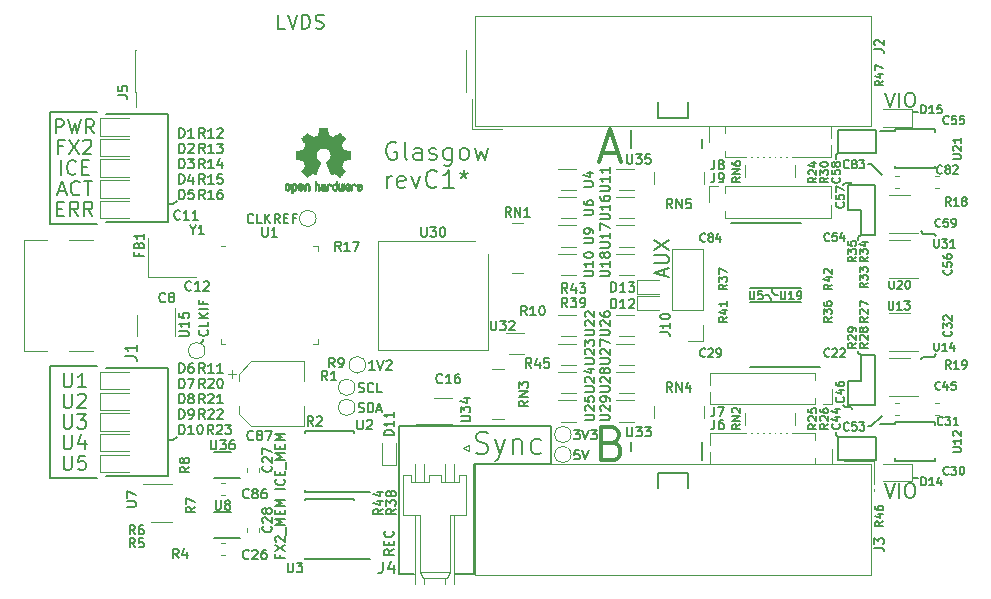
<source format=gbr>
G04 #@! TF.GenerationSoftware,KiCad,Pcbnew,5.1.5*
G04 #@! TF.CreationDate,2020-04-10T18:53:54+01:00*
G04 #@! TF.ProjectId,glasgow,676c6173-676f-4772-9e6b-696361645f70,rev?*
G04 #@! TF.SameCoordinates,Original*
G04 #@! TF.FileFunction,Legend,Top*
G04 #@! TF.FilePolarity,Positive*
%FSLAX46Y46*%
G04 Gerber Fmt 4.6, Leading zero omitted, Abs format (unit mm)*
G04 Created by KiCad (PCBNEW 5.1.5) date 2020-04-10 18:53:54*
%MOMM*%
%LPD*%
G04 APERTURE LIST*
%ADD10C,0.200000*%
%ADD11C,0.150000*%
%ADD12C,0.300000*%
%ADD13C,0.120000*%
%ADD14C,0.010000*%
%ADD15C,0.100000*%
%ADD16C,0.863600*%
%ADD17R,1.450000X0.600000*%
%ADD18R,1.450000X0.300000*%
%ADD19O,2.100000X1.000000*%
%ADD20C,0.650000*%
%ADD21O,1.600000X1.000000*%
%ADD22O,1.740000X2.200000*%
%ADD23R,3.000000X1.600000*%
%ADD24R,1.060000X0.650000*%
%ADD25R,0.650000X0.350000*%
%ADD26R,1.000000X1.600000*%
%ADD27R,1.400000X1.200000*%
%ADD28R,0.700000X0.350000*%
%ADD29R,0.700000X0.600000*%
%ADD30R,0.300000X0.500000*%
%ADD31R,0.450000X0.500000*%
%ADD32O,1.727200X1.727200*%
%ADD33R,1.727200X1.727200*%
%ADD34O,1.000000X1.000000*%
%ADD35R,1.000000X1.000000*%
%ADD36O,1.700000X1.700000*%
%ADD37R,1.700000X1.700000*%
%ADD38C,0.500000*%
%ADD39C,1.000000*%
%ADD40C,1.500000*%
%ADD41R,0.800000X0.300000*%
%ADD42R,1.500000X0.450000*%
%ADD43R,0.300000X0.800000*%
%ADD44R,1.450000X0.450000*%
%ADD45R,0.740000X2.400000*%
%ADD46O,0.280000X1.000000*%
%ADD47O,1.000000X0.280000*%
%ADD48R,0.650000X1.060000*%
%ADD49R,1.550000X0.600000*%
%ADD50R,0.600000X0.700000*%
%ADD51C,0.800000*%
%ADD52C,7.000000*%
G04 APERTURE END LIST*
D10*
X85550000Y-119150000D02*
X87175000Y-119150000D01*
D11*
X64250000Y-99400000D02*
X64250000Y-99200000D01*
X64100000Y-99550000D02*
X64250000Y-99400000D01*
X121985714Y-111442857D02*
X122385714Y-112642857D01*
X122785714Y-111442857D01*
X123185714Y-112642857D02*
X123185714Y-111442857D01*
X123985714Y-111442857D02*
X124214285Y-111442857D01*
X124328571Y-111500000D01*
X124442857Y-111614285D01*
X124500000Y-111842857D01*
X124500000Y-112242857D01*
X124442857Y-112471428D01*
X124328571Y-112585714D01*
X124214285Y-112642857D01*
X123985714Y-112642857D01*
X123871428Y-112585714D01*
X123757142Y-112471428D01*
X123700000Y-112242857D01*
X123700000Y-111842857D01*
X123757142Y-111614285D01*
X123871428Y-111500000D01*
X123985714Y-111442857D01*
X124300000Y-111000000D02*
X124800000Y-111000000D01*
X124300000Y-80000000D02*
X124800000Y-80000000D01*
X121985714Y-78342857D02*
X122385714Y-79542857D01*
X122785714Y-78342857D01*
X123185714Y-79542857D02*
X123185714Y-78342857D01*
X123985714Y-78342857D02*
X124214285Y-78342857D01*
X124328571Y-78400000D01*
X124442857Y-78514285D01*
X124500000Y-78742857D01*
X124500000Y-79142857D01*
X124442857Y-79371428D01*
X124328571Y-79485714D01*
X124214285Y-79542857D01*
X123985714Y-79542857D01*
X123871428Y-79485714D01*
X123757142Y-79371428D01*
X123700000Y-79142857D01*
X123700000Y-78742857D01*
X123757142Y-78514285D01*
X123871428Y-78400000D01*
X123985714Y-78342857D01*
X125000000Y-90100000D02*
X125200000Y-90300000D01*
X125200000Y-90300000D02*
X126100000Y-90300000D01*
X126100000Y-90300000D02*
X126300000Y-90500000D01*
X120500000Y-84400000D02*
X120800000Y-84400000D01*
X117850000Y-107350000D02*
X117850000Y-107050000D01*
X118000000Y-107500000D02*
X117850000Y-107350000D01*
X117850000Y-83650000D02*
X117850000Y-83950000D01*
X118000000Y-83500000D02*
X117850000Y-83650000D01*
X112050000Y-95500000D02*
X111850000Y-95500000D01*
X112350000Y-95800000D02*
X112050000Y-95500000D01*
X112350000Y-96050000D02*
X112350000Y-95800000D01*
X112700000Y-95500000D02*
X112900000Y-95500000D01*
X112400000Y-95200000D02*
X112700000Y-95500000D01*
X112400000Y-94950000D02*
X112400000Y-95200000D01*
X80590357Y-82600000D02*
X80447500Y-82528571D01*
X80233214Y-82528571D01*
X80018928Y-82600000D01*
X79876071Y-82742857D01*
X79804642Y-82885714D01*
X79733214Y-83171428D01*
X79733214Y-83385714D01*
X79804642Y-83671428D01*
X79876071Y-83814285D01*
X80018928Y-83957142D01*
X80233214Y-84028571D01*
X80376071Y-84028571D01*
X80590357Y-83957142D01*
X80661785Y-83885714D01*
X80661785Y-83385714D01*
X80376071Y-83385714D01*
X81518928Y-84028571D02*
X81376071Y-83957142D01*
X81304642Y-83814285D01*
X81304642Y-82528571D01*
X82733214Y-84028571D02*
X82733214Y-83242857D01*
X82661785Y-83100000D01*
X82518928Y-83028571D01*
X82233214Y-83028571D01*
X82090357Y-83100000D01*
X82733214Y-83957142D02*
X82590357Y-84028571D01*
X82233214Y-84028571D01*
X82090357Y-83957142D01*
X82018928Y-83814285D01*
X82018928Y-83671428D01*
X82090357Y-83528571D01*
X82233214Y-83457142D01*
X82590357Y-83457142D01*
X82733214Y-83385714D01*
X83376071Y-83957142D02*
X83518928Y-84028571D01*
X83804642Y-84028571D01*
X83947500Y-83957142D01*
X84018928Y-83814285D01*
X84018928Y-83742857D01*
X83947500Y-83600000D01*
X83804642Y-83528571D01*
X83590357Y-83528571D01*
X83447500Y-83457142D01*
X83376071Y-83314285D01*
X83376071Y-83242857D01*
X83447500Y-83100000D01*
X83590357Y-83028571D01*
X83804642Y-83028571D01*
X83947500Y-83100000D01*
X85304642Y-83028571D02*
X85304642Y-84242857D01*
X85233214Y-84385714D01*
X85161785Y-84457142D01*
X85018928Y-84528571D01*
X84804642Y-84528571D01*
X84661785Y-84457142D01*
X85304642Y-83957142D02*
X85161785Y-84028571D01*
X84876071Y-84028571D01*
X84733214Y-83957142D01*
X84661785Y-83885714D01*
X84590357Y-83742857D01*
X84590357Y-83314285D01*
X84661785Y-83171428D01*
X84733214Y-83100000D01*
X84876071Y-83028571D01*
X85161785Y-83028571D01*
X85304642Y-83100000D01*
X86233214Y-84028571D02*
X86090357Y-83957142D01*
X86018928Y-83885714D01*
X85947500Y-83742857D01*
X85947500Y-83314285D01*
X86018928Y-83171428D01*
X86090357Y-83100000D01*
X86233214Y-83028571D01*
X86447500Y-83028571D01*
X86590357Y-83100000D01*
X86661785Y-83171428D01*
X86733214Y-83314285D01*
X86733214Y-83742857D01*
X86661785Y-83885714D01*
X86590357Y-83957142D01*
X86447500Y-84028571D01*
X86233214Y-84028571D01*
X87233214Y-83028571D02*
X87518928Y-84028571D01*
X87804642Y-83314285D01*
X88090357Y-84028571D01*
X88376071Y-83028571D01*
X79804642Y-86428571D02*
X79804642Y-85428571D01*
X79804642Y-85714285D02*
X79876071Y-85571428D01*
X79947500Y-85500000D01*
X80090357Y-85428571D01*
X80233214Y-85428571D01*
X81304642Y-86357142D02*
X81161785Y-86428571D01*
X80876071Y-86428571D01*
X80733214Y-86357142D01*
X80661785Y-86214285D01*
X80661785Y-85642857D01*
X80733214Y-85500000D01*
X80876071Y-85428571D01*
X81161785Y-85428571D01*
X81304642Y-85500000D01*
X81376071Y-85642857D01*
X81376071Y-85785714D01*
X80661785Y-85928571D01*
X81876071Y-85428571D02*
X82233214Y-86428571D01*
X82590357Y-85428571D01*
X84018928Y-86285714D02*
X83947500Y-86357142D01*
X83733214Y-86428571D01*
X83590357Y-86428571D01*
X83376071Y-86357142D01*
X83233214Y-86214285D01*
X83161785Y-86071428D01*
X83090357Y-85785714D01*
X83090357Y-85571428D01*
X83161785Y-85285714D01*
X83233214Y-85142857D01*
X83376071Y-85000000D01*
X83590357Y-84928571D01*
X83733214Y-84928571D01*
X83947500Y-85000000D01*
X84018928Y-85071428D01*
X85447500Y-86428571D02*
X84590357Y-86428571D01*
X85018928Y-86428571D02*
X85018928Y-84928571D01*
X84876071Y-85142857D01*
X84733214Y-85285714D01*
X84590357Y-85357142D01*
X86304642Y-84928571D02*
X86304642Y-85285714D01*
X85947500Y-85142857D02*
X86304642Y-85285714D01*
X86661785Y-85142857D01*
X86090357Y-85571428D02*
X86304642Y-85285714D01*
X86518928Y-85571428D01*
X61700000Y-107800000D02*
X61300000Y-107800000D01*
X62000000Y-107500000D02*
X61700000Y-107800000D01*
X61700000Y-87800000D02*
X61300000Y-87800000D01*
X62000000Y-87500000D02*
X61700000Y-87800000D01*
X120800000Y-84400000D02*
X121700000Y-85300000D01*
X118600000Y-105000000D02*
X118400000Y-104800000D01*
X119100000Y-105000000D02*
X119200000Y-105100000D01*
X119100000Y-105000000D02*
X118600000Y-105000000D01*
X119100000Y-86000000D02*
X119200000Y-85900000D01*
X118600000Y-86000000D02*
X118400000Y-86200000D01*
X119100000Y-86000000D02*
X118600000Y-86000000D01*
X121200000Y-82700000D02*
X121200000Y-81500000D01*
X118000000Y-81500000D02*
X118000000Y-83500000D01*
X118000000Y-83500000D02*
X121200000Y-83500000D01*
X121200000Y-83500000D02*
X121200000Y-81500000D01*
X121200000Y-81500000D02*
X118000000Y-81500000D01*
X121200000Y-107500000D02*
X118000000Y-107500000D01*
X121200000Y-109500000D02*
X121200000Y-107500000D01*
X118000000Y-109500000D02*
X121200000Y-109500000D01*
X118000000Y-107500000D02*
X118000000Y-109500000D01*
X119700000Y-100400000D02*
X119700000Y-100200000D01*
X119900000Y-100600000D02*
X119700000Y-100400000D01*
X118800000Y-102800000D02*
X119900000Y-102800000D01*
X118800000Y-104800000D02*
X118800000Y-102800000D01*
X121100000Y-104800000D02*
X118800000Y-104800000D01*
X121100000Y-100600000D02*
X121100000Y-104800000D01*
X119900000Y-100600000D02*
X121100000Y-100600000D01*
X119900000Y-102800000D02*
X119900000Y-100600000D01*
D10*
X87175000Y-109775000D02*
X87175000Y-119150000D01*
X93700000Y-109775000D02*
X87175000Y-109775000D01*
D11*
X80361904Y-117014285D02*
X79980952Y-117280952D01*
X80361904Y-117471428D02*
X79561904Y-117471428D01*
X79561904Y-117166666D01*
X79600000Y-117090476D01*
X79638095Y-117052380D01*
X79714285Y-117014285D01*
X79828571Y-117014285D01*
X79904761Y-117052380D01*
X79942857Y-117090476D01*
X79980952Y-117166666D01*
X79980952Y-117471428D01*
X79942857Y-116671428D02*
X79942857Y-116404761D01*
X80361904Y-116290476D02*
X80361904Y-116671428D01*
X79561904Y-116671428D01*
X79561904Y-116290476D01*
X80285714Y-115490476D02*
X80323809Y-115528571D01*
X80361904Y-115642857D01*
X80361904Y-115719047D01*
X80323809Y-115833333D01*
X80247619Y-115909523D01*
X80171428Y-115947619D01*
X80019047Y-115985714D01*
X79904761Y-115985714D01*
X79752380Y-115947619D01*
X79676190Y-115909523D01*
X79600000Y-115833333D01*
X79561904Y-115719047D01*
X79561904Y-115642857D01*
X79600000Y-115528571D01*
X79638095Y-115490476D01*
X78757023Y-101811904D02*
X78299880Y-101811904D01*
X78528452Y-101811904D02*
X78528452Y-101011904D01*
X78452261Y-101126190D01*
X78376071Y-101202380D01*
X78299880Y-101240476D01*
X78985595Y-101011904D02*
X79252261Y-101811904D01*
X79518928Y-101011904D01*
X79747500Y-101088095D02*
X79785595Y-101050000D01*
X79861785Y-101011904D01*
X80052261Y-101011904D01*
X80128452Y-101050000D01*
X80166547Y-101088095D01*
X80204642Y-101164285D01*
X80204642Y-101240476D01*
X80166547Y-101354761D01*
X79709404Y-101811904D01*
X80204642Y-101811904D01*
X71185714Y-72942857D02*
X70614285Y-72942857D01*
X70614285Y-71742857D01*
X71414285Y-71742857D02*
X71814285Y-72942857D01*
X72214285Y-71742857D01*
X72614285Y-72942857D02*
X72614285Y-71742857D01*
X72900000Y-71742857D01*
X73071428Y-71800000D01*
X73185714Y-71914285D01*
X73242857Y-72028571D01*
X73300000Y-72257142D01*
X73300000Y-72428571D01*
X73242857Y-72657142D01*
X73185714Y-72771428D01*
X73071428Y-72885714D01*
X72900000Y-72942857D01*
X72614285Y-72942857D01*
X73757142Y-72885714D02*
X73928571Y-72942857D01*
X74214285Y-72942857D01*
X74328571Y-72885714D01*
X74385714Y-72828571D01*
X74442857Y-72714285D01*
X74442857Y-72600000D01*
X74385714Y-72485714D01*
X74328571Y-72428571D01*
X74214285Y-72371428D01*
X73985714Y-72314285D01*
X73871428Y-72257142D01*
X73814285Y-72200000D01*
X73757142Y-72085714D01*
X73757142Y-71971428D01*
X73814285Y-71857142D01*
X73871428Y-71800000D01*
X73985714Y-71742857D01*
X74271428Y-71742857D01*
X74442857Y-71800000D01*
X103300000Y-93885714D02*
X103300000Y-93314285D01*
X103642857Y-94000000D02*
X102442857Y-93600000D01*
X103642857Y-93200000D01*
X102442857Y-92800000D02*
X103414285Y-92800000D01*
X103528571Y-92742857D01*
X103585714Y-92685714D01*
X103642857Y-92571428D01*
X103642857Y-92342857D01*
X103585714Y-92228571D01*
X103528571Y-92171428D01*
X103414285Y-92114285D01*
X102442857Y-92114285D01*
X102442857Y-91657142D02*
X103642857Y-90857142D01*
X102442857Y-90857142D02*
X103642857Y-91657142D01*
X120800000Y-106600000D02*
X121700000Y-105700000D01*
X120500000Y-106600000D02*
X120800000Y-106600000D01*
X126100000Y-100700000D02*
X126300000Y-100500000D01*
X125200000Y-100700000D02*
X126100000Y-100700000D01*
X125000000Y-100900000D02*
X125200000Y-100700000D01*
X119700000Y-90600000D02*
X119700000Y-90800000D01*
X119900000Y-90400000D02*
X119700000Y-90600000D01*
X119900000Y-88300000D02*
X119900000Y-90400000D01*
X118800000Y-88300000D02*
X119900000Y-88300000D01*
X118800000Y-88300000D02*
X118800000Y-86200000D01*
X121100000Y-90400000D02*
X119900000Y-90400000D01*
X121100000Y-86200000D02*
X121100000Y-90400000D01*
X118800000Y-86200000D02*
X121100000Y-86200000D01*
X61300000Y-110800000D02*
X61300000Y-101700000D01*
X56000000Y-110800000D02*
X61300000Y-110800000D01*
X61300000Y-101700000D02*
X56000000Y-101700000D01*
D10*
X80800000Y-119150000D02*
X82125000Y-119150000D01*
X80800000Y-106600000D02*
X80800000Y-119150000D01*
X93700000Y-106600000D02*
X93700000Y-109775000D01*
X80800000Y-106600000D02*
X93700000Y-106600000D01*
D11*
X61300000Y-80200000D02*
X56000000Y-80200000D01*
X61300000Y-89300000D02*
X61300000Y-80200000D01*
X56000000Y-89300000D02*
X61300000Y-89300000D01*
D12*
X98900000Y-108000000D02*
X99300000Y-108133333D01*
X99433333Y-108266666D01*
X99566666Y-108533333D01*
X99566666Y-108933333D01*
X99433333Y-109200000D01*
X99300000Y-109333333D01*
X99033333Y-109466666D01*
X97966666Y-109466666D01*
X97966666Y-106666666D01*
X98900000Y-106666666D01*
X99166666Y-106800000D01*
X99300000Y-106933333D01*
X99433333Y-107200000D01*
X99433333Y-107466666D01*
X99300000Y-107733333D01*
X99166666Y-107866666D01*
X98900000Y-108000000D01*
X97966666Y-108000000D01*
D11*
X51750000Y-81792857D02*
X51750000Y-80592857D01*
X52207142Y-80592857D01*
X52321428Y-80650000D01*
X52378571Y-80707142D01*
X52435714Y-80821428D01*
X52435714Y-80992857D01*
X52378571Y-81107142D01*
X52321428Y-81164285D01*
X52207142Y-81221428D01*
X51750000Y-81221428D01*
X52835714Y-80592857D02*
X53121428Y-81792857D01*
X53350000Y-80935714D01*
X53578571Y-81792857D01*
X53864285Y-80592857D01*
X55007142Y-81792857D02*
X54607142Y-81221428D01*
X54321428Y-81792857D02*
X54321428Y-80592857D01*
X54778571Y-80592857D01*
X54892857Y-80650000D01*
X54950000Y-80707142D01*
X55007142Y-80821428D01*
X55007142Y-80992857D01*
X54950000Y-81107142D01*
X54892857Y-81164285D01*
X54778571Y-81221428D01*
X54321428Y-81221428D01*
X52378571Y-82914285D02*
X51978571Y-82914285D01*
X51978571Y-83542857D02*
X51978571Y-82342857D01*
X52550000Y-82342857D01*
X52892857Y-82342857D02*
X53692857Y-83542857D01*
X53692857Y-82342857D02*
X52892857Y-83542857D01*
X54092857Y-82457142D02*
X54150000Y-82400000D01*
X54264285Y-82342857D01*
X54550000Y-82342857D01*
X54664285Y-82400000D01*
X54721428Y-82457142D01*
X54778571Y-82571428D01*
X54778571Y-82685714D01*
X54721428Y-82857142D01*
X54035714Y-83542857D01*
X54778571Y-83542857D01*
X52207142Y-85292857D02*
X52207142Y-84092857D01*
X53464285Y-85178571D02*
X53407142Y-85235714D01*
X53235714Y-85292857D01*
X53121428Y-85292857D01*
X52950000Y-85235714D01*
X52835714Y-85121428D01*
X52778571Y-85007142D01*
X52721428Y-84778571D01*
X52721428Y-84607142D01*
X52778571Y-84378571D01*
X52835714Y-84264285D01*
X52950000Y-84150000D01*
X53121428Y-84092857D01*
X53235714Y-84092857D01*
X53407142Y-84150000D01*
X53464285Y-84207142D01*
X53978571Y-84664285D02*
X54378571Y-84664285D01*
X54550000Y-85292857D02*
X53978571Y-85292857D01*
X53978571Y-84092857D01*
X54550000Y-84092857D01*
X52007142Y-86700000D02*
X52578571Y-86700000D01*
X51892857Y-87042857D02*
X52292857Y-85842857D01*
X52692857Y-87042857D01*
X53778571Y-86928571D02*
X53721428Y-86985714D01*
X53550000Y-87042857D01*
X53435714Y-87042857D01*
X53264285Y-86985714D01*
X53150000Y-86871428D01*
X53092857Y-86757142D01*
X53035714Y-86528571D01*
X53035714Y-86357142D01*
X53092857Y-86128571D01*
X53150000Y-86014285D01*
X53264285Y-85900000D01*
X53435714Y-85842857D01*
X53550000Y-85842857D01*
X53721428Y-85900000D01*
X53778571Y-85957142D01*
X54121428Y-85842857D02*
X54807142Y-85842857D01*
X54464285Y-87042857D02*
X54464285Y-85842857D01*
X51892857Y-88164285D02*
X52292857Y-88164285D01*
X52464285Y-88792857D02*
X51892857Y-88792857D01*
X51892857Y-87592857D01*
X52464285Y-87592857D01*
X53664285Y-88792857D02*
X53264285Y-88221428D01*
X52978571Y-88792857D02*
X52978571Y-87592857D01*
X53435714Y-87592857D01*
X53550000Y-87650000D01*
X53607142Y-87707142D01*
X53664285Y-87821428D01*
X53664285Y-87992857D01*
X53607142Y-88107142D01*
X53550000Y-88164285D01*
X53435714Y-88221428D01*
X52978571Y-88221428D01*
X54864285Y-88792857D02*
X54464285Y-88221428D01*
X54178571Y-88792857D02*
X54178571Y-87592857D01*
X54635714Y-87592857D01*
X54750000Y-87650000D01*
X54807142Y-87707142D01*
X54864285Y-87821428D01*
X54864285Y-87992857D01*
X54807142Y-88107142D01*
X54750000Y-88164285D01*
X54635714Y-88221428D01*
X54178571Y-88221428D01*
D10*
X55250000Y-80000000D02*
X51250000Y-80000000D01*
X51250000Y-80000000D02*
X51250000Y-89500000D01*
X51250000Y-89500000D02*
X55250000Y-89500000D01*
D11*
X64585714Y-98459523D02*
X64623809Y-98497619D01*
X64661904Y-98611904D01*
X64661904Y-98688095D01*
X64623809Y-98802380D01*
X64547619Y-98878571D01*
X64471428Y-98916666D01*
X64319047Y-98954761D01*
X64204761Y-98954761D01*
X64052380Y-98916666D01*
X63976190Y-98878571D01*
X63900000Y-98802380D01*
X63861904Y-98688095D01*
X63861904Y-98611904D01*
X63900000Y-98497619D01*
X63938095Y-98459523D01*
X64661904Y-97735714D02*
X64661904Y-98116666D01*
X63861904Y-98116666D01*
X64661904Y-97469047D02*
X63861904Y-97469047D01*
X64661904Y-97011904D02*
X64204761Y-97354761D01*
X63861904Y-97011904D02*
X64319047Y-97469047D01*
X64661904Y-96669047D02*
X63861904Y-96669047D01*
X64242857Y-96021428D02*
X64242857Y-96288095D01*
X64661904Y-96288095D02*
X63861904Y-96288095D01*
X63861904Y-95907142D01*
D10*
X51250000Y-111000000D02*
X55250000Y-111000000D01*
X51250000Y-101500000D02*
X51250000Y-111000000D01*
X55250000Y-101500000D02*
X51250000Y-101500000D01*
D11*
X71161904Y-111942857D02*
X70361904Y-111942857D01*
X71085714Y-111104761D02*
X71123809Y-111142857D01*
X71161904Y-111257142D01*
X71161904Y-111333333D01*
X71123809Y-111447619D01*
X71047619Y-111523809D01*
X70971428Y-111561904D01*
X70819047Y-111600000D01*
X70704761Y-111600000D01*
X70552380Y-111561904D01*
X70476190Y-111523809D01*
X70400000Y-111447619D01*
X70361904Y-111333333D01*
X70361904Y-111257142D01*
X70400000Y-111142857D01*
X70438095Y-111104761D01*
X70742857Y-110761904D02*
X70742857Y-110495238D01*
X71161904Y-110380952D02*
X71161904Y-110761904D01*
X70361904Y-110761904D01*
X70361904Y-110380952D01*
X71238095Y-110228571D02*
X71238095Y-109619047D01*
X71161904Y-109428571D02*
X70361904Y-109428571D01*
X70933333Y-109161904D01*
X70361904Y-108895238D01*
X71161904Y-108895238D01*
X70742857Y-108514285D02*
X70742857Y-108247619D01*
X71161904Y-108133333D02*
X71161904Y-108514285D01*
X70361904Y-108514285D01*
X70361904Y-108133333D01*
X71161904Y-107790476D02*
X70361904Y-107790476D01*
X70933333Y-107523809D01*
X70361904Y-107257142D01*
X71161904Y-107257142D01*
X70742857Y-117528571D02*
X70742857Y-117795238D01*
X71161904Y-117795238D02*
X70361904Y-117795238D01*
X70361904Y-117414285D01*
X70361904Y-117185714D02*
X71161904Y-116652380D01*
X70361904Y-116652380D02*
X71161904Y-117185714D01*
X70438095Y-116385714D02*
X70400000Y-116347619D01*
X70361904Y-116271428D01*
X70361904Y-116080952D01*
X70400000Y-116004761D01*
X70438095Y-115966666D01*
X70514285Y-115928571D01*
X70590476Y-115928571D01*
X70704761Y-115966666D01*
X71161904Y-116423809D01*
X71161904Y-115928571D01*
X71238095Y-115776190D02*
X71238095Y-115166666D01*
X71161904Y-114976190D02*
X70361904Y-114976190D01*
X70933333Y-114709523D01*
X70361904Y-114442857D01*
X71161904Y-114442857D01*
X70742857Y-114061904D02*
X70742857Y-113795238D01*
X71161904Y-113680952D02*
X71161904Y-114061904D01*
X70361904Y-114061904D01*
X70361904Y-113680952D01*
X71161904Y-113338095D02*
X70361904Y-113338095D01*
X70933333Y-113071428D01*
X70361904Y-112804761D01*
X71161904Y-112804761D01*
X68492976Y-89335714D02*
X68454880Y-89373809D01*
X68340595Y-89411904D01*
X68264404Y-89411904D01*
X68150119Y-89373809D01*
X68073928Y-89297619D01*
X68035833Y-89221428D01*
X67997738Y-89069047D01*
X67997738Y-88954761D01*
X68035833Y-88802380D01*
X68073928Y-88726190D01*
X68150119Y-88650000D01*
X68264404Y-88611904D01*
X68340595Y-88611904D01*
X68454880Y-88650000D01*
X68492976Y-88688095D01*
X69216785Y-89411904D02*
X68835833Y-89411904D01*
X68835833Y-88611904D01*
X69483452Y-89411904D02*
X69483452Y-88611904D01*
X69940595Y-89411904D02*
X69597738Y-88954761D01*
X69940595Y-88611904D02*
X69483452Y-89069047D01*
X70740595Y-89411904D02*
X70473928Y-89030952D01*
X70283452Y-89411904D02*
X70283452Y-88611904D01*
X70588214Y-88611904D01*
X70664404Y-88650000D01*
X70702500Y-88688095D01*
X70740595Y-88764285D01*
X70740595Y-88878571D01*
X70702500Y-88954761D01*
X70664404Y-88992857D01*
X70588214Y-89030952D01*
X70283452Y-89030952D01*
X71083452Y-88992857D02*
X71350119Y-88992857D01*
X71464404Y-89411904D02*
X71083452Y-89411904D01*
X71083452Y-88611904D01*
X71464404Y-88611904D01*
X72073928Y-88992857D02*
X71807261Y-88992857D01*
X71807261Y-89411904D02*
X71807261Y-88611904D01*
X72188214Y-88611904D01*
X77399880Y-105373809D02*
X77514166Y-105411904D01*
X77704642Y-105411904D01*
X77780833Y-105373809D01*
X77818928Y-105335714D01*
X77857023Y-105259523D01*
X77857023Y-105183333D01*
X77818928Y-105107142D01*
X77780833Y-105069047D01*
X77704642Y-105030952D01*
X77552261Y-104992857D01*
X77476071Y-104954761D01*
X77437976Y-104916666D01*
X77399880Y-104840476D01*
X77399880Y-104764285D01*
X77437976Y-104688095D01*
X77476071Y-104650000D01*
X77552261Y-104611904D01*
X77742738Y-104611904D01*
X77857023Y-104650000D01*
X78199880Y-105411904D02*
X78199880Y-104611904D01*
X78390357Y-104611904D01*
X78504642Y-104650000D01*
X78580833Y-104726190D01*
X78618928Y-104802380D01*
X78657023Y-104954761D01*
X78657023Y-105069047D01*
X78618928Y-105221428D01*
X78580833Y-105297619D01*
X78504642Y-105373809D01*
X78390357Y-105411904D01*
X78199880Y-105411904D01*
X78961785Y-105183333D02*
X79342738Y-105183333D01*
X78885595Y-105411904D02*
X79152261Y-104611904D01*
X79418928Y-105411904D01*
X77399880Y-103673809D02*
X77514166Y-103711904D01*
X77704642Y-103711904D01*
X77780833Y-103673809D01*
X77818928Y-103635714D01*
X77857023Y-103559523D01*
X77857023Y-103483333D01*
X77818928Y-103407142D01*
X77780833Y-103369047D01*
X77704642Y-103330952D01*
X77552261Y-103292857D01*
X77476071Y-103254761D01*
X77437976Y-103216666D01*
X77399880Y-103140476D01*
X77399880Y-103064285D01*
X77437976Y-102988095D01*
X77476071Y-102950000D01*
X77552261Y-102911904D01*
X77742738Y-102911904D01*
X77857023Y-102950000D01*
X78657023Y-103635714D02*
X78618928Y-103673809D01*
X78504642Y-103711904D01*
X78428452Y-103711904D01*
X78314166Y-103673809D01*
X78237976Y-103597619D01*
X78199880Y-103521428D01*
X78161785Y-103369047D01*
X78161785Y-103254761D01*
X78199880Y-103102380D01*
X78237976Y-103026190D01*
X78314166Y-102950000D01*
X78428452Y-102911904D01*
X78504642Y-102911904D01*
X78618928Y-102950000D01*
X78657023Y-102988095D01*
X79380833Y-103711904D02*
X78999880Y-103711904D01*
X78999880Y-102911904D01*
X95611785Y-106911904D02*
X96107023Y-106911904D01*
X95840357Y-107216666D01*
X95954642Y-107216666D01*
X96030833Y-107254761D01*
X96068928Y-107292857D01*
X96107023Y-107369047D01*
X96107023Y-107559523D01*
X96068928Y-107635714D01*
X96030833Y-107673809D01*
X95954642Y-107711904D01*
X95726071Y-107711904D01*
X95649880Y-107673809D01*
X95611785Y-107635714D01*
X96335595Y-106911904D02*
X96602261Y-107711904D01*
X96868928Y-106911904D01*
X97059404Y-106911904D02*
X97554642Y-106911904D01*
X97287976Y-107216666D01*
X97402261Y-107216666D01*
X97478452Y-107254761D01*
X97516547Y-107292857D01*
X97554642Y-107369047D01*
X97554642Y-107559523D01*
X97516547Y-107635714D01*
X97478452Y-107673809D01*
X97402261Y-107711904D01*
X97173690Y-107711904D01*
X97097500Y-107673809D01*
X97059404Y-107635714D01*
X96068928Y-108611904D02*
X95687976Y-108611904D01*
X95649880Y-108992857D01*
X95687976Y-108954761D01*
X95764166Y-108916666D01*
X95954642Y-108916666D01*
X96030833Y-108954761D01*
X96068928Y-108992857D01*
X96107023Y-109069047D01*
X96107023Y-109259523D01*
X96068928Y-109335714D01*
X96030833Y-109373809D01*
X95954642Y-109411904D01*
X95764166Y-109411904D01*
X95687976Y-109373809D01*
X95649880Y-109335714D01*
X96335595Y-108611904D02*
X96602261Y-109411904D01*
X96868928Y-108611904D01*
X52435714Y-109092857D02*
X52435714Y-110064285D01*
X52492857Y-110178571D01*
X52550000Y-110235714D01*
X52664285Y-110292857D01*
X52892857Y-110292857D01*
X53007142Y-110235714D01*
X53064285Y-110178571D01*
X53121428Y-110064285D01*
X53121428Y-109092857D01*
X54264285Y-109092857D02*
X53692857Y-109092857D01*
X53635714Y-109664285D01*
X53692857Y-109607142D01*
X53807142Y-109550000D01*
X54092857Y-109550000D01*
X54207142Y-109607142D01*
X54264285Y-109664285D01*
X54321428Y-109778571D01*
X54321428Y-110064285D01*
X54264285Y-110178571D01*
X54207142Y-110235714D01*
X54092857Y-110292857D01*
X53807142Y-110292857D01*
X53692857Y-110235714D01*
X53635714Y-110178571D01*
X52435714Y-107342857D02*
X52435714Y-108314285D01*
X52492857Y-108428571D01*
X52550000Y-108485714D01*
X52664285Y-108542857D01*
X52892857Y-108542857D01*
X53007142Y-108485714D01*
X53064285Y-108428571D01*
X53121428Y-108314285D01*
X53121428Y-107342857D01*
X54207142Y-107742857D02*
X54207142Y-108542857D01*
X53921428Y-107285714D02*
X53635714Y-108142857D01*
X54378571Y-108142857D01*
X52435714Y-105592857D02*
X52435714Y-106564285D01*
X52492857Y-106678571D01*
X52550000Y-106735714D01*
X52664285Y-106792857D01*
X52892857Y-106792857D01*
X53007142Y-106735714D01*
X53064285Y-106678571D01*
X53121428Y-106564285D01*
X53121428Y-105592857D01*
X53578571Y-105592857D02*
X54321428Y-105592857D01*
X53921428Y-106050000D01*
X54092857Y-106050000D01*
X54207142Y-106107142D01*
X54264285Y-106164285D01*
X54321428Y-106278571D01*
X54321428Y-106564285D01*
X54264285Y-106678571D01*
X54207142Y-106735714D01*
X54092857Y-106792857D01*
X53750000Y-106792857D01*
X53635714Y-106735714D01*
X53578571Y-106678571D01*
X52435714Y-103842857D02*
X52435714Y-104814285D01*
X52492857Y-104928571D01*
X52550000Y-104985714D01*
X52664285Y-105042857D01*
X52892857Y-105042857D01*
X53007142Y-104985714D01*
X53064285Y-104928571D01*
X53121428Y-104814285D01*
X53121428Y-103842857D01*
X53635714Y-103957142D02*
X53692857Y-103900000D01*
X53807142Y-103842857D01*
X54092857Y-103842857D01*
X54207142Y-103900000D01*
X54264285Y-103957142D01*
X54321428Y-104071428D01*
X54321428Y-104185714D01*
X54264285Y-104357142D01*
X53578571Y-105042857D01*
X54321428Y-105042857D01*
X52435714Y-102092857D02*
X52435714Y-103064285D01*
X52492857Y-103178571D01*
X52550000Y-103235714D01*
X52664285Y-103292857D01*
X52892857Y-103292857D01*
X53007142Y-103235714D01*
X53064285Y-103178571D01*
X53121428Y-103064285D01*
X53121428Y-102092857D01*
X54321428Y-103292857D02*
X53635714Y-103292857D01*
X53978571Y-103292857D02*
X53978571Y-102092857D01*
X53864285Y-102264285D01*
X53750000Y-102378571D01*
X53635714Y-102435714D01*
D10*
X87314285Y-108828571D02*
X87571428Y-108914285D01*
X88000000Y-108914285D01*
X88171428Y-108828571D01*
X88257142Y-108742857D01*
X88342857Y-108571428D01*
X88342857Y-108400000D01*
X88257142Y-108228571D01*
X88171428Y-108142857D01*
X88000000Y-108057142D01*
X87657142Y-107971428D01*
X87485714Y-107885714D01*
X87400000Y-107800000D01*
X87314285Y-107628571D01*
X87314285Y-107457142D01*
X87400000Y-107285714D01*
X87485714Y-107200000D01*
X87657142Y-107114285D01*
X88085714Y-107114285D01*
X88342857Y-107200000D01*
X88942857Y-107714285D02*
X89371428Y-108914285D01*
X89800000Y-107714285D02*
X89371428Y-108914285D01*
X89200000Y-109342857D01*
X89114285Y-109428571D01*
X88942857Y-109514285D01*
X90485714Y-107714285D02*
X90485714Y-108914285D01*
X90485714Y-107885714D02*
X90571428Y-107800000D01*
X90742857Y-107714285D01*
X91000000Y-107714285D01*
X91171428Y-107800000D01*
X91257142Y-107971428D01*
X91257142Y-108914285D01*
X92885714Y-108828571D02*
X92714285Y-108914285D01*
X92371428Y-108914285D01*
X92200000Y-108828571D01*
X92114285Y-108742857D01*
X92028571Y-108571428D01*
X92028571Y-108057142D01*
X92114285Y-107885714D01*
X92200000Y-107800000D01*
X92371428Y-107714285D01*
X92714285Y-107714285D01*
X92885714Y-107800000D01*
X105270000Y-80524000D02*
X105270000Y-79178000D01*
X102730000Y-80524000D02*
X102730000Y-79178000D01*
X102730000Y-80524000D02*
X105270000Y-80524000D01*
X105270000Y-110523000D02*
X105270000Y-111793000D01*
X102730000Y-110523000D02*
X105270000Y-110523000D01*
X102730000Y-111793000D02*
X102730000Y-110523000D01*
D12*
X98033333Y-83466666D02*
X99366666Y-83466666D01*
X97766666Y-84266666D02*
X98700000Y-81466666D01*
X99633333Y-84266666D01*
D13*
X49100000Y-90800000D02*
X49100000Y-100200000D01*
X54900000Y-100200000D02*
X52900000Y-100200000D01*
X51000000Y-100200000D02*
X49100000Y-100200000D01*
X54900000Y-90800000D02*
X52900000Y-90800000D01*
X51000000Y-90800000D02*
X49100000Y-90800000D01*
X86243000Y-108400000D02*
X86751000Y-108146000D01*
X86751000Y-108146000D02*
X86751000Y-108654000D01*
X86751000Y-108654000D02*
X86243000Y-108400000D01*
X85100000Y-114115000D02*
X86497000Y-114115000D01*
X85100000Y-114115000D02*
X85100000Y-118941000D01*
X82560000Y-114115000D02*
X82560000Y-118941000D01*
X82941000Y-119449000D02*
X82941000Y-119957000D01*
X82179000Y-114115000D02*
X82179000Y-119957000D01*
X84719000Y-119449000D02*
X84719000Y-119957000D01*
X85481000Y-114115000D02*
X85481000Y-119957000D01*
X85481000Y-109797000D02*
X85481000Y-111321000D01*
X84719000Y-109797000D02*
X84719000Y-111321000D01*
X82941000Y-109797000D02*
X82941000Y-111321000D01*
X82179000Y-109797000D02*
X82179000Y-111321000D01*
X85862000Y-110686000D02*
X86497000Y-110686000D01*
X83322000Y-110686000D02*
X84338000Y-110686000D01*
X86497000Y-110686000D02*
X86497000Y-114115000D01*
X82560000Y-114115000D02*
X81163000Y-114115000D01*
X81163000Y-114115000D02*
X81163000Y-110686000D01*
X81163000Y-110686000D02*
X81798000Y-110686000D01*
X85100000Y-118941000D02*
X82560000Y-118941000D01*
X85100000Y-118941000D02*
X84850000Y-119449000D01*
X84850000Y-119449000D02*
X82814000Y-119449000D01*
X82814000Y-119449000D02*
X82560000Y-118941000D01*
X85862000Y-111321000D02*
X85862000Y-110686000D01*
X85862000Y-111321000D02*
X84338000Y-111321000D01*
X84338000Y-110686000D02*
X84338000Y-111321000D01*
X83322000Y-111321000D02*
X83322000Y-110686000D01*
X83322000Y-111321000D02*
X81798000Y-111321000D01*
X81798000Y-110686000D02*
X81798000Y-111321000D01*
X72760000Y-106610000D02*
X72760000Y-104910000D01*
X72760000Y-101090000D02*
X72760000Y-102790000D01*
X68304437Y-101090000D02*
X72760000Y-101090000D01*
X68304437Y-106610000D02*
X72760000Y-106610000D01*
X67240000Y-105545563D02*
X67240000Y-104910000D01*
X67240000Y-102154437D02*
X67240000Y-102790000D01*
X67240000Y-102154437D02*
X68304437Y-101090000D01*
X67240000Y-105545563D02*
X68304437Y-106610000D01*
X66375000Y-102165000D02*
X67000000Y-102165000D01*
X66687500Y-101852500D02*
X66687500Y-102477500D01*
X122300000Y-90210000D02*
X124750000Y-90210000D01*
X124100000Y-86990000D02*
X122300000Y-86990000D01*
D11*
X66625000Y-108800000D02*
X65175000Y-108800000D01*
X67350000Y-111000000D02*
X65175000Y-111000000D01*
X66625000Y-113900000D02*
X65175000Y-113900000D01*
X67350000Y-116100000D02*
X65175000Y-116100000D01*
D13*
X66071267Y-111390000D02*
X65728733Y-111390000D01*
X66071267Y-112410000D02*
X65728733Y-112410000D01*
X59600000Y-94000000D02*
X63600000Y-94000000D01*
X59600000Y-90700000D02*
X59600000Y-94000000D01*
X55490000Y-110485000D02*
X57950000Y-110485000D01*
X55490000Y-109015000D02*
X55490000Y-110485000D01*
X57950000Y-109015000D02*
X55490000Y-109015000D01*
X55490000Y-108735000D02*
X57950000Y-108735000D01*
X55490000Y-107265000D02*
X55490000Y-108735000D01*
X57950000Y-107265000D02*
X55490000Y-107265000D01*
X55490000Y-106985000D02*
X57950000Y-106985000D01*
X55490000Y-105515000D02*
X55490000Y-106985000D01*
X57950000Y-105515000D02*
X55490000Y-105515000D01*
X55490000Y-105235000D02*
X57950000Y-105235000D01*
X55490000Y-103765000D02*
X55490000Y-105235000D01*
X57950000Y-103765000D02*
X55490000Y-103765000D01*
X55490000Y-103485000D02*
X57950000Y-103485000D01*
X55490000Y-102015000D02*
X55490000Y-103485000D01*
X57950000Y-102015000D02*
X55490000Y-102015000D01*
X55490000Y-88985000D02*
X57950000Y-88985000D01*
X55490000Y-87515000D02*
X55490000Y-88985000D01*
X57950000Y-87515000D02*
X55490000Y-87515000D01*
X55490000Y-87235000D02*
X57950000Y-87235000D01*
X55490000Y-85765000D02*
X55490000Y-87235000D01*
X57950000Y-85765000D02*
X55490000Y-85765000D01*
X55490000Y-85485000D02*
X57950000Y-85485000D01*
X55490000Y-84015000D02*
X55490000Y-85485000D01*
X57950000Y-84015000D02*
X55490000Y-84015000D01*
X55490000Y-83735000D02*
X57950000Y-83735000D01*
X55490000Y-82265000D02*
X55490000Y-83735000D01*
X57950000Y-82265000D02*
X55490000Y-82265000D01*
X55490000Y-81985000D02*
X57950000Y-81985000D01*
X55490000Y-80515000D02*
X55490000Y-81985000D01*
X57950000Y-80515000D02*
X55490000Y-80515000D01*
X124260000Y-79765000D02*
X121800000Y-79765000D01*
X124260000Y-81235000D02*
X124260000Y-79765000D01*
X121800000Y-81235000D02*
X124260000Y-81235000D01*
X124260000Y-109765000D02*
X121800000Y-109765000D01*
X124260000Y-111235000D02*
X124260000Y-109765000D01*
X121800000Y-111235000D02*
X124260000Y-111235000D01*
X89850000Y-98700000D02*
X91400000Y-98700000D01*
X91400000Y-100500000D02*
X90100000Y-100500000D01*
X80600000Y-108000000D02*
X80600000Y-109850000D01*
X79400000Y-108000000D02*
X79400000Y-109850000D01*
X79400000Y-109850000D02*
X80600000Y-109850000D01*
D11*
X106500000Y-83050000D02*
X106500000Y-82300000D01*
X100500000Y-83050000D02*
X100500000Y-81550000D01*
X100500000Y-107950000D02*
X100500000Y-108700000D01*
X106500000Y-107950000D02*
X106500000Y-109450000D01*
D13*
X86970000Y-81425000D02*
X86970000Y-78885000D01*
X86970000Y-81425000D02*
X89510000Y-81425000D01*
X87220000Y-81175000D02*
X87220000Y-71825000D01*
X120780000Y-81175000D02*
X87220000Y-81175000D01*
X120780000Y-71825000D02*
X120780000Y-81175000D01*
X87220000Y-71825000D02*
X120780000Y-71825000D01*
X117460000Y-103420000D02*
X117460000Y-104750000D01*
X117460000Y-104750000D02*
X116700000Y-104750000D01*
X116065000Y-104750000D02*
X107115000Y-104750000D01*
X107115000Y-103727530D02*
X107115000Y-104750000D01*
X107115000Y-102090000D02*
X107115000Y-103112470D01*
X116065000Y-102090000D02*
X107115000Y-102090000D01*
X116065000Y-104180000D02*
X116065000Y-104750000D01*
X116065000Y-102090000D02*
X116065000Y-102660000D01*
X117460000Y-108500000D02*
X117460000Y-109830000D01*
X117460000Y-109830000D02*
X116700000Y-109830000D01*
X116065000Y-109830000D02*
X107115000Y-109830000D01*
X107115000Y-108807530D02*
X107115000Y-109830000D01*
X107115000Y-107170000D02*
X107115000Y-108192470D01*
X116065000Y-107170000D02*
X107115000Y-107170000D01*
X116065000Y-109260000D02*
X116065000Y-109830000D01*
X116065000Y-107170000D02*
X116065000Y-107740000D01*
X106600000Y-99370000D02*
X105270000Y-99370000D01*
X106600000Y-98040000D02*
X106600000Y-99370000D01*
X106600000Y-96770000D02*
X103940000Y-96770000D01*
X103940000Y-96770000D02*
X103940000Y-91630000D01*
X106600000Y-96770000D02*
X106600000Y-91630000D01*
X106600000Y-91630000D02*
X103940000Y-91630000D01*
X88325000Y-91975000D02*
X88325000Y-100125000D01*
X88325000Y-100125000D02*
X79075000Y-100125000D01*
X79075000Y-90875000D02*
X79075000Y-100125000D01*
X87225000Y-90875000D02*
X79075000Y-90875000D01*
X122300000Y-94010000D02*
X124750000Y-94010000D01*
X124100000Y-90790000D02*
X122300000Y-90790000D01*
X121030000Y-109575000D02*
X121030000Y-112115000D01*
X121030000Y-109575000D02*
X118490000Y-109575000D01*
X120780000Y-109825000D02*
X120780000Y-119175000D01*
X87220000Y-109825000D02*
X120780000Y-109825000D01*
X87220000Y-119175000D02*
X87220000Y-109825000D01*
X120780000Y-119175000D02*
X87220000Y-119175000D01*
X91350000Y-89380000D02*
X90350000Y-89380000D01*
X91350000Y-93620000D02*
X90350000Y-93620000D01*
X82300000Y-106410000D02*
X85300000Y-106410000D01*
X83800000Y-104190000D02*
X85300000Y-104190000D01*
D11*
X108925000Y-89400000D02*
X114900000Y-89400000D01*
X110500000Y-94925000D02*
X114900000Y-94925000D01*
D13*
X107040000Y-87600000D02*
X107040000Y-86270000D01*
X107040000Y-86270000D02*
X107800000Y-86270000D01*
X108435000Y-86270000D02*
X117385000Y-86270000D01*
X117385000Y-87292470D02*
X117385000Y-86270000D01*
X117385000Y-88930000D02*
X117385000Y-87907530D01*
X108435000Y-88930000D02*
X117385000Y-88930000D01*
X108435000Y-86840000D02*
X108435000Y-86270000D01*
X108435000Y-88930000D02*
X108435000Y-88360000D01*
D11*
X116475000Y-101600000D02*
X110500000Y-101600000D01*
X114900000Y-96075000D02*
X110500000Y-96075000D01*
D13*
X107040000Y-82500000D02*
X107040000Y-81170000D01*
X107040000Y-81170000D02*
X107800000Y-81170000D01*
X108435000Y-81170000D02*
X117385000Y-81170000D01*
X117385000Y-82192470D02*
X117385000Y-81170000D01*
X117385000Y-83830000D02*
X117385000Y-82807530D01*
X108435000Y-83830000D02*
X117385000Y-83830000D01*
X108435000Y-81740000D02*
X108435000Y-81170000D01*
X108435000Y-83830000D02*
X108435000Y-83260000D01*
X99200000Y-87200000D02*
X100750000Y-87200000D01*
X100750000Y-89000000D02*
X99450000Y-89000000D01*
X94300000Y-84800000D02*
X95850000Y-84800000D01*
X95850000Y-86600000D02*
X94550000Y-86600000D01*
X94300000Y-87200000D02*
X95850000Y-87200000D01*
X95850000Y-89000000D02*
X94550000Y-89000000D01*
X94300000Y-89600000D02*
X95850000Y-89600000D01*
X95850000Y-91400000D02*
X94550000Y-91400000D01*
X94300000Y-92000000D02*
X95850000Y-92000000D01*
X95850000Y-93800000D02*
X94550000Y-93800000D01*
X99200000Y-84800000D02*
X100750000Y-84800000D01*
X100750000Y-86600000D02*
X99450000Y-86600000D01*
X99200000Y-89600000D02*
X100750000Y-89600000D01*
X100750000Y-91400000D02*
X99450000Y-91400000D01*
X126571267Y-85390000D02*
X126228733Y-85390000D01*
X126571267Y-86410000D02*
X126228733Y-86410000D01*
X122828733Y-86410000D02*
X123171267Y-86410000D01*
X122828733Y-85390000D02*
X123171267Y-85390000D01*
X110080000Y-105500000D02*
X110080000Y-106500000D01*
X114320000Y-105500000D02*
X114320000Y-106500000D01*
X122828733Y-105610000D02*
X123171267Y-105610000D01*
X122828733Y-104590000D02*
X123171267Y-104590000D01*
D11*
X122825000Y-81600000D02*
X121575000Y-81600000D01*
X122825000Y-84775000D02*
X126175000Y-84775000D01*
X122825000Y-81425000D02*
X126175000Y-81425000D01*
X122825000Y-84775000D02*
X122825000Y-84525000D01*
X126175000Y-84775000D02*
X126175000Y-84525000D01*
X126175000Y-81425000D02*
X126175000Y-81675000D01*
X122825000Y-81425000D02*
X122825000Y-81600000D01*
D13*
X114320000Y-85500000D02*
X114320000Y-84500000D01*
X110080000Y-85500000D02*
X110080000Y-84500000D01*
X102380000Y-85100000D02*
X102380000Y-86100000D01*
X106620000Y-85100000D02*
X106620000Y-86100000D01*
X86465000Y-74735000D02*
X86530000Y-74735000D01*
X86465000Y-78265000D02*
X86530000Y-78265000D01*
X58470000Y-74735000D02*
X58535000Y-74735000D01*
X58470000Y-78265000D02*
X58535000Y-78265000D01*
X58535000Y-79590000D02*
X58535000Y-78265000D01*
X86530000Y-78265000D02*
X86530000Y-74735000D01*
X58470000Y-78265000D02*
X58470000Y-74735000D01*
X99200000Y-102000000D02*
X100750000Y-102000000D01*
X100750000Y-103800000D02*
X99450000Y-103800000D01*
X99200000Y-104400000D02*
X100750000Y-104400000D01*
X100750000Y-106200000D02*
X99450000Y-106200000D01*
X99200000Y-99600000D02*
X100750000Y-99600000D01*
X100750000Y-101400000D02*
X99450000Y-101400000D01*
X99200000Y-97200000D02*
X100750000Y-97200000D01*
X100750000Y-99000000D02*
X99450000Y-99000000D01*
X94300000Y-104400000D02*
X95850000Y-104400000D01*
X95850000Y-106200000D02*
X94550000Y-106200000D01*
X94300000Y-102000000D02*
X95850000Y-102000000D01*
X95850000Y-103800000D02*
X94550000Y-103800000D01*
X94300000Y-99600000D02*
X95850000Y-99600000D01*
X95850000Y-101400000D02*
X94550000Y-101400000D01*
X99200000Y-92000000D02*
X100750000Y-92000000D01*
X100750000Y-93800000D02*
X99450000Y-93800000D01*
X94300000Y-97200000D02*
X95850000Y-97200000D01*
X95850000Y-99000000D02*
X94550000Y-99000000D01*
X78000000Y-101400000D02*
G75*
G03X78000000Y-101400000I-700000J0D01*
G01*
X64400000Y-100200000D02*
G75*
G03X64400000Y-100200000I-700000J0D01*
G01*
X66130000Y-91380000D02*
X65730000Y-91380000D01*
X73970000Y-99620000D02*
X73570000Y-99620000D01*
X73970000Y-99220000D02*
X73970000Y-99620000D01*
X65730000Y-99620000D02*
X66130000Y-99620000D01*
X65730000Y-99620000D02*
X65730000Y-99220000D01*
X73970000Y-91380000D02*
X73970000Y-91780000D01*
X73570000Y-91380000D02*
X73970000Y-91380000D01*
X66071267Y-116490000D02*
X65728733Y-116490000D01*
X66071267Y-117510000D02*
X65728733Y-117510000D01*
X69010000Y-110471267D02*
X69010000Y-110128733D01*
X67990000Y-110471267D02*
X67990000Y-110128733D01*
X126571267Y-104590000D02*
X126228733Y-104590000D01*
X126571267Y-105610000D02*
X126228733Y-105610000D01*
X69010000Y-115571267D02*
X69010000Y-115228733D01*
X67990000Y-115571267D02*
X67990000Y-115228733D01*
X89700000Y-101730000D02*
X88700000Y-101730000D01*
X89700000Y-105970000D02*
X88700000Y-105970000D01*
X106620000Y-105900000D02*
X106620000Y-104900000D01*
X102380000Y-105900000D02*
X102380000Y-104900000D01*
X61860000Y-99000000D02*
X61860000Y-96550000D01*
X58640000Y-97200000D02*
X58640000Y-99000000D01*
X73800000Y-89000000D02*
G75*
G03X73800000Y-89000000I-700000J0D01*
G01*
X77100000Y-103300000D02*
G75*
G03X77100000Y-103300000I-700000J0D01*
G01*
X77100000Y-105000000D02*
G75*
G03X77100000Y-105000000I-700000J0D01*
G01*
D11*
X122825000Y-106400000D02*
X121575000Y-106400000D01*
X122825000Y-109575000D02*
X126175000Y-109575000D01*
X122825000Y-106225000D02*
X126175000Y-106225000D01*
X122825000Y-109575000D02*
X122825000Y-109325000D01*
X126175000Y-109575000D02*
X126175000Y-109325000D01*
X126175000Y-106225000D02*
X126175000Y-106475000D01*
X122825000Y-106225000D02*
X122825000Y-106400000D01*
D13*
X122300000Y-104010000D02*
X124750000Y-104010000D01*
X124100000Y-100790000D02*
X122300000Y-100790000D01*
X122300000Y-100210000D02*
X124750000Y-100210000D01*
X124100000Y-96990000D02*
X122300000Y-96990000D01*
X95400000Y-107300000D02*
G75*
G03X95400000Y-107300000I-700000J0D01*
G01*
X95400000Y-109000000D02*
G75*
G03X95400000Y-109000000I-700000J0D01*
G01*
X61600000Y-111490000D02*
X59150000Y-111490000D01*
X59800000Y-114710000D02*
X61600000Y-114710000D01*
D11*
X76975000Y-117825000D02*
X78375000Y-117825000D01*
X76975000Y-112725000D02*
X72825000Y-112725000D01*
X76975000Y-117875000D02*
X72825000Y-117875000D01*
X76975000Y-112725000D02*
X76975000Y-112870000D01*
X72825000Y-112725000D02*
X72825000Y-112870000D01*
X72825000Y-117875000D02*
X72825000Y-117730000D01*
X76975000Y-117875000D02*
X76975000Y-117825000D01*
X76975000Y-112125000D02*
X78375000Y-112125000D01*
X76975000Y-107025000D02*
X72825000Y-107025000D01*
X76975000Y-112175000D02*
X72825000Y-112175000D01*
X76975000Y-107025000D02*
X76975000Y-107170000D01*
X72825000Y-107025000D02*
X72825000Y-107170000D01*
X72825000Y-112175000D02*
X72825000Y-112030000D01*
X76975000Y-112175000D02*
X76975000Y-112125000D01*
D14*
G36*
X74503910Y-81342348D02*
G01*
X74582454Y-81342778D01*
X74639298Y-81343942D01*
X74678105Y-81346207D01*
X74702538Y-81349940D01*
X74716262Y-81355506D01*
X74722940Y-81363273D01*
X74726236Y-81373605D01*
X74726556Y-81374943D01*
X74731562Y-81399079D01*
X74740829Y-81446701D01*
X74753392Y-81512741D01*
X74768287Y-81592128D01*
X74784551Y-81679796D01*
X74785119Y-81682875D01*
X74801410Y-81768789D01*
X74816652Y-81844696D01*
X74829861Y-81906045D01*
X74840054Y-81948282D01*
X74846248Y-81966855D01*
X74846543Y-81967184D01*
X74864788Y-81976253D01*
X74902405Y-81991367D01*
X74951271Y-82009262D01*
X74951543Y-82009358D01*
X75013093Y-82032493D01*
X75085657Y-82061965D01*
X75154057Y-82091597D01*
X75157294Y-82093062D01*
X75268702Y-82143626D01*
X75515399Y-81975160D01*
X75591077Y-81923803D01*
X75659631Y-81877889D01*
X75717088Y-81840030D01*
X75759476Y-81812837D01*
X75782825Y-81798921D01*
X75785042Y-81797889D01*
X75802010Y-81802484D01*
X75833701Y-81824655D01*
X75881352Y-81865447D01*
X75946198Y-81925905D01*
X76012397Y-81990227D01*
X76076214Y-82053612D01*
X76133329Y-82111451D01*
X76180305Y-82160175D01*
X76213703Y-82196210D01*
X76230085Y-82215984D01*
X76230694Y-82217002D01*
X76232505Y-82230572D01*
X76225683Y-82252733D01*
X76208540Y-82286478D01*
X76179393Y-82334800D01*
X76136555Y-82400692D01*
X76079448Y-82485517D01*
X76028766Y-82560177D01*
X75983461Y-82627140D01*
X75946150Y-82682516D01*
X75919452Y-82722420D01*
X75905985Y-82742962D01*
X75905137Y-82744356D01*
X75906781Y-82764038D01*
X75919245Y-82802293D01*
X75940048Y-82851889D01*
X75947462Y-82867728D01*
X75979814Y-82938290D01*
X76014328Y-83018353D01*
X76042365Y-83087629D01*
X76062568Y-83139045D01*
X76078615Y-83178119D01*
X76087888Y-83198541D01*
X76089041Y-83200114D01*
X76106096Y-83202721D01*
X76146298Y-83209863D01*
X76204302Y-83220523D01*
X76274763Y-83233685D01*
X76352335Y-83248333D01*
X76431672Y-83263449D01*
X76507431Y-83278018D01*
X76574264Y-83291022D01*
X76626828Y-83301445D01*
X76659776Y-83308270D01*
X76667857Y-83310199D01*
X76676205Y-83314962D01*
X76682506Y-83325718D01*
X76687045Y-83346098D01*
X76690104Y-83379734D01*
X76691967Y-83430255D01*
X76692918Y-83501292D01*
X76693240Y-83596476D01*
X76693257Y-83635492D01*
X76693257Y-83952799D01*
X76617057Y-83967839D01*
X76574663Y-83975995D01*
X76511400Y-83987899D01*
X76434962Y-84002116D01*
X76353043Y-84017210D01*
X76330400Y-84021355D01*
X76254806Y-84036053D01*
X76188953Y-84050505D01*
X76138366Y-84063375D01*
X76108574Y-84073322D01*
X76103612Y-84076287D01*
X76091426Y-84097283D01*
X76073953Y-84137967D01*
X76054577Y-84190322D01*
X76050734Y-84201600D01*
X76025339Y-84271523D01*
X75993817Y-84350418D01*
X75962969Y-84421266D01*
X75962817Y-84421595D01*
X75911447Y-84532733D01*
X76080399Y-84781253D01*
X76249352Y-85029772D01*
X76032429Y-85247058D01*
X75966819Y-85311726D01*
X75906979Y-85368733D01*
X75856267Y-85415033D01*
X75818046Y-85447584D01*
X75795675Y-85463343D01*
X75792466Y-85464343D01*
X75773626Y-85456469D01*
X75735180Y-85434578D01*
X75681330Y-85401267D01*
X75616276Y-85359131D01*
X75545940Y-85311943D01*
X75474555Y-85263810D01*
X75410908Y-85221928D01*
X75359041Y-85188871D01*
X75322995Y-85167218D01*
X75306867Y-85159543D01*
X75287189Y-85166037D01*
X75249875Y-85183150D01*
X75202621Y-85207326D01*
X75197612Y-85210013D01*
X75133977Y-85241927D01*
X75090341Y-85257579D01*
X75063202Y-85257745D01*
X75049057Y-85243204D01*
X75048975Y-85243000D01*
X75041905Y-85225779D01*
X75025042Y-85184899D01*
X74999695Y-85123525D01*
X74967171Y-85044819D01*
X74928778Y-84951947D01*
X74885822Y-84848072D01*
X74844222Y-84747502D01*
X74798504Y-84636516D01*
X74756526Y-84533703D01*
X74719548Y-84442215D01*
X74688827Y-84365201D01*
X74665622Y-84305815D01*
X74651190Y-84267209D01*
X74646743Y-84252800D01*
X74657896Y-84236272D01*
X74687069Y-84209930D01*
X74725971Y-84180887D01*
X74836757Y-84089039D01*
X74923351Y-83983759D01*
X74984716Y-83867266D01*
X75019815Y-83741776D01*
X75027608Y-83609507D01*
X75021943Y-83548457D01*
X74991078Y-83421795D01*
X74937920Y-83309941D01*
X74865767Y-83214001D01*
X74777917Y-83135076D01*
X74677665Y-83074270D01*
X74568310Y-83032687D01*
X74453147Y-83011428D01*
X74335475Y-83011599D01*
X74218590Y-83034301D01*
X74105789Y-83080638D01*
X74000369Y-83151713D01*
X73956368Y-83191911D01*
X73871979Y-83295129D01*
X73813222Y-83407925D01*
X73779704Y-83527010D01*
X73771035Y-83649095D01*
X73786823Y-83770893D01*
X73826678Y-83889116D01*
X73890207Y-84000475D01*
X73977021Y-84101684D01*
X74074029Y-84180887D01*
X74114437Y-84211162D01*
X74142982Y-84237219D01*
X74153257Y-84252825D01*
X74147877Y-84269843D01*
X74132575Y-84310500D01*
X74108612Y-84371642D01*
X74077244Y-84450119D01*
X74039732Y-84542780D01*
X73997333Y-84646472D01*
X73955663Y-84747526D01*
X73909690Y-84858607D01*
X73867107Y-84961541D01*
X73829221Y-85053165D01*
X73797340Y-85130316D01*
X73772771Y-85189831D01*
X73756820Y-85228544D01*
X73750910Y-85243000D01*
X73736948Y-85257685D01*
X73709940Y-85257642D01*
X73666413Y-85242099D01*
X73602890Y-85210284D01*
X73602388Y-85210013D01*
X73554560Y-85185323D01*
X73515897Y-85167338D01*
X73494095Y-85159614D01*
X73493133Y-85159543D01*
X73476721Y-85167378D01*
X73440487Y-85189165D01*
X73388474Y-85222328D01*
X73324725Y-85264291D01*
X73254060Y-85311943D01*
X73182116Y-85360191D01*
X73117274Y-85402151D01*
X73063735Y-85435227D01*
X73025697Y-85456821D01*
X73007533Y-85464343D01*
X72990808Y-85454457D01*
X72957180Y-85426826D01*
X72910010Y-85384495D01*
X72852658Y-85330505D01*
X72788484Y-85267899D01*
X72767497Y-85246983D01*
X72550499Y-85029623D01*
X72715668Y-84787220D01*
X72765864Y-84712781D01*
X72809919Y-84645972D01*
X72845362Y-84590665D01*
X72869719Y-84550729D01*
X72880522Y-84530036D01*
X72880838Y-84528563D01*
X72875143Y-84509058D01*
X72859826Y-84469822D01*
X72837537Y-84417430D01*
X72821893Y-84382355D01*
X72792641Y-84315201D01*
X72765094Y-84247358D01*
X72743737Y-84190034D01*
X72737935Y-84172572D01*
X72721452Y-84125938D01*
X72705340Y-84089905D01*
X72696490Y-84076287D01*
X72676960Y-84067952D01*
X72634334Y-84056137D01*
X72574145Y-84042181D01*
X72501922Y-84027422D01*
X72469600Y-84021355D01*
X72387522Y-84006273D01*
X72308795Y-83991669D01*
X72241109Y-83978980D01*
X72192160Y-83969642D01*
X72182943Y-83967839D01*
X72106743Y-83952799D01*
X72106743Y-83635492D01*
X72106914Y-83531154D01*
X72107616Y-83452213D01*
X72109134Y-83395038D01*
X72111749Y-83355999D01*
X72115746Y-83331465D01*
X72121409Y-83317805D01*
X72129020Y-83311389D01*
X72132143Y-83310199D01*
X72150978Y-83305980D01*
X72192588Y-83297562D01*
X72251630Y-83285961D01*
X72322757Y-83272195D01*
X72400625Y-83257280D01*
X72479887Y-83242232D01*
X72555198Y-83228069D01*
X72621213Y-83215806D01*
X72672587Y-83206461D01*
X72703975Y-83201050D01*
X72710959Y-83200114D01*
X72717285Y-83187596D01*
X72731290Y-83154246D01*
X72750355Y-83106377D01*
X72757634Y-83087629D01*
X72786996Y-83015195D01*
X72821571Y-82935170D01*
X72852537Y-82867728D01*
X72875323Y-82816159D01*
X72890482Y-82773785D01*
X72895542Y-82747834D01*
X72894736Y-82744356D01*
X72884041Y-82727936D01*
X72859620Y-82691417D01*
X72824095Y-82638687D01*
X72780087Y-82573635D01*
X72730217Y-82500151D01*
X72720356Y-82485645D01*
X72662492Y-82399704D01*
X72619956Y-82334261D01*
X72591054Y-82286304D01*
X72574090Y-82252820D01*
X72567367Y-82230795D01*
X72569190Y-82217217D01*
X72569236Y-82217131D01*
X72583586Y-82199297D01*
X72615323Y-82164817D01*
X72661010Y-82117268D01*
X72717204Y-82060222D01*
X72780468Y-81997255D01*
X72787602Y-81990227D01*
X72867330Y-81913020D01*
X72928857Y-81856330D01*
X72973421Y-81819110D01*
X73002257Y-81800315D01*
X73014958Y-81797889D01*
X73033494Y-81808471D01*
X73071961Y-81832916D01*
X73126386Y-81868612D01*
X73192798Y-81912947D01*
X73267225Y-81963311D01*
X73284601Y-81975160D01*
X73531297Y-82143626D01*
X73642706Y-82093062D01*
X73710457Y-82063595D01*
X73783183Y-82033959D01*
X73845703Y-82010330D01*
X73848457Y-82009358D01*
X73897360Y-81991457D01*
X73935057Y-81976320D01*
X73953425Y-81967210D01*
X73953456Y-81967184D01*
X73959285Y-81950717D01*
X73969192Y-81910219D01*
X73982195Y-81850242D01*
X73997309Y-81775340D01*
X74013552Y-81690064D01*
X74014881Y-81682875D01*
X74031175Y-81595014D01*
X74046133Y-81515260D01*
X74058791Y-81448681D01*
X74068186Y-81400347D01*
X74073354Y-81375325D01*
X74073444Y-81374943D01*
X74076589Y-81364299D01*
X74082704Y-81356262D01*
X74095453Y-81350467D01*
X74118500Y-81346547D01*
X74155509Y-81344135D01*
X74210144Y-81342865D01*
X74286067Y-81342371D01*
X74386944Y-81342286D01*
X74400000Y-81342286D01*
X74503910Y-81342348D01*
G37*
X74503910Y-81342348D02*
X74582454Y-81342778D01*
X74639298Y-81343942D01*
X74678105Y-81346207D01*
X74702538Y-81349940D01*
X74716262Y-81355506D01*
X74722940Y-81363273D01*
X74726236Y-81373605D01*
X74726556Y-81374943D01*
X74731562Y-81399079D01*
X74740829Y-81446701D01*
X74753392Y-81512741D01*
X74768287Y-81592128D01*
X74784551Y-81679796D01*
X74785119Y-81682875D01*
X74801410Y-81768789D01*
X74816652Y-81844696D01*
X74829861Y-81906045D01*
X74840054Y-81948282D01*
X74846248Y-81966855D01*
X74846543Y-81967184D01*
X74864788Y-81976253D01*
X74902405Y-81991367D01*
X74951271Y-82009262D01*
X74951543Y-82009358D01*
X75013093Y-82032493D01*
X75085657Y-82061965D01*
X75154057Y-82091597D01*
X75157294Y-82093062D01*
X75268702Y-82143626D01*
X75515399Y-81975160D01*
X75591077Y-81923803D01*
X75659631Y-81877889D01*
X75717088Y-81840030D01*
X75759476Y-81812837D01*
X75782825Y-81798921D01*
X75785042Y-81797889D01*
X75802010Y-81802484D01*
X75833701Y-81824655D01*
X75881352Y-81865447D01*
X75946198Y-81925905D01*
X76012397Y-81990227D01*
X76076214Y-82053612D01*
X76133329Y-82111451D01*
X76180305Y-82160175D01*
X76213703Y-82196210D01*
X76230085Y-82215984D01*
X76230694Y-82217002D01*
X76232505Y-82230572D01*
X76225683Y-82252733D01*
X76208540Y-82286478D01*
X76179393Y-82334800D01*
X76136555Y-82400692D01*
X76079448Y-82485517D01*
X76028766Y-82560177D01*
X75983461Y-82627140D01*
X75946150Y-82682516D01*
X75919452Y-82722420D01*
X75905985Y-82742962D01*
X75905137Y-82744356D01*
X75906781Y-82764038D01*
X75919245Y-82802293D01*
X75940048Y-82851889D01*
X75947462Y-82867728D01*
X75979814Y-82938290D01*
X76014328Y-83018353D01*
X76042365Y-83087629D01*
X76062568Y-83139045D01*
X76078615Y-83178119D01*
X76087888Y-83198541D01*
X76089041Y-83200114D01*
X76106096Y-83202721D01*
X76146298Y-83209863D01*
X76204302Y-83220523D01*
X76274763Y-83233685D01*
X76352335Y-83248333D01*
X76431672Y-83263449D01*
X76507431Y-83278018D01*
X76574264Y-83291022D01*
X76626828Y-83301445D01*
X76659776Y-83308270D01*
X76667857Y-83310199D01*
X76676205Y-83314962D01*
X76682506Y-83325718D01*
X76687045Y-83346098D01*
X76690104Y-83379734D01*
X76691967Y-83430255D01*
X76692918Y-83501292D01*
X76693240Y-83596476D01*
X76693257Y-83635492D01*
X76693257Y-83952799D01*
X76617057Y-83967839D01*
X76574663Y-83975995D01*
X76511400Y-83987899D01*
X76434962Y-84002116D01*
X76353043Y-84017210D01*
X76330400Y-84021355D01*
X76254806Y-84036053D01*
X76188953Y-84050505D01*
X76138366Y-84063375D01*
X76108574Y-84073322D01*
X76103612Y-84076287D01*
X76091426Y-84097283D01*
X76073953Y-84137967D01*
X76054577Y-84190322D01*
X76050734Y-84201600D01*
X76025339Y-84271523D01*
X75993817Y-84350418D01*
X75962969Y-84421266D01*
X75962817Y-84421595D01*
X75911447Y-84532733D01*
X76080399Y-84781253D01*
X76249352Y-85029772D01*
X76032429Y-85247058D01*
X75966819Y-85311726D01*
X75906979Y-85368733D01*
X75856267Y-85415033D01*
X75818046Y-85447584D01*
X75795675Y-85463343D01*
X75792466Y-85464343D01*
X75773626Y-85456469D01*
X75735180Y-85434578D01*
X75681330Y-85401267D01*
X75616276Y-85359131D01*
X75545940Y-85311943D01*
X75474555Y-85263810D01*
X75410908Y-85221928D01*
X75359041Y-85188871D01*
X75322995Y-85167218D01*
X75306867Y-85159543D01*
X75287189Y-85166037D01*
X75249875Y-85183150D01*
X75202621Y-85207326D01*
X75197612Y-85210013D01*
X75133977Y-85241927D01*
X75090341Y-85257579D01*
X75063202Y-85257745D01*
X75049057Y-85243204D01*
X75048975Y-85243000D01*
X75041905Y-85225779D01*
X75025042Y-85184899D01*
X74999695Y-85123525D01*
X74967171Y-85044819D01*
X74928778Y-84951947D01*
X74885822Y-84848072D01*
X74844222Y-84747502D01*
X74798504Y-84636516D01*
X74756526Y-84533703D01*
X74719548Y-84442215D01*
X74688827Y-84365201D01*
X74665622Y-84305815D01*
X74651190Y-84267209D01*
X74646743Y-84252800D01*
X74657896Y-84236272D01*
X74687069Y-84209930D01*
X74725971Y-84180887D01*
X74836757Y-84089039D01*
X74923351Y-83983759D01*
X74984716Y-83867266D01*
X75019815Y-83741776D01*
X75027608Y-83609507D01*
X75021943Y-83548457D01*
X74991078Y-83421795D01*
X74937920Y-83309941D01*
X74865767Y-83214001D01*
X74777917Y-83135076D01*
X74677665Y-83074270D01*
X74568310Y-83032687D01*
X74453147Y-83011428D01*
X74335475Y-83011599D01*
X74218590Y-83034301D01*
X74105789Y-83080638D01*
X74000369Y-83151713D01*
X73956368Y-83191911D01*
X73871979Y-83295129D01*
X73813222Y-83407925D01*
X73779704Y-83527010D01*
X73771035Y-83649095D01*
X73786823Y-83770893D01*
X73826678Y-83889116D01*
X73890207Y-84000475D01*
X73977021Y-84101684D01*
X74074029Y-84180887D01*
X74114437Y-84211162D01*
X74142982Y-84237219D01*
X74153257Y-84252825D01*
X74147877Y-84269843D01*
X74132575Y-84310500D01*
X74108612Y-84371642D01*
X74077244Y-84450119D01*
X74039732Y-84542780D01*
X73997333Y-84646472D01*
X73955663Y-84747526D01*
X73909690Y-84858607D01*
X73867107Y-84961541D01*
X73829221Y-85053165D01*
X73797340Y-85130316D01*
X73772771Y-85189831D01*
X73756820Y-85228544D01*
X73750910Y-85243000D01*
X73736948Y-85257685D01*
X73709940Y-85257642D01*
X73666413Y-85242099D01*
X73602890Y-85210284D01*
X73602388Y-85210013D01*
X73554560Y-85185323D01*
X73515897Y-85167338D01*
X73494095Y-85159614D01*
X73493133Y-85159543D01*
X73476721Y-85167378D01*
X73440487Y-85189165D01*
X73388474Y-85222328D01*
X73324725Y-85264291D01*
X73254060Y-85311943D01*
X73182116Y-85360191D01*
X73117274Y-85402151D01*
X73063735Y-85435227D01*
X73025697Y-85456821D01*
X73007533Y-85464343D01*
X72990808Y-85454457D01*
X72957180Y-85426826D01*
X72910010Y-85384495D01*
X72852658Y-85330505D01*
X72788484Y-85267899D01*
X72767497Y-85246983D01*
X72550499Y-85029623D01*
X72715668Y-84787220D01*
X72765864Y-84712781D01*
X72809919Y-84645972D01*
X72845362Y-84590665D01*
X72869719Y-84550729D01*
X72880522Y-84530036D01*
X72880838Y-84528563D01*
X72875143Y-84509058D01*
X72859826Y-84469822D01*
X72837537Y-84417430D01*
X72821893Y-84382355D01*
X72792641Y-84315201D01*
X72765094Y-84247358D01*
X72743737Y-84190034D01*
X72737935Y-84172572D01*
X72721452Y-84125938D01*
X72705340Y-84089905D01*
X72696490Y-84076287D01*
X72676960Y-84067952D01*
X72634334Y-84056137D01*
X72574145Y-84042181D01*
X72501922Y-84027422D01*
X72469600Y-84021355D01*
X72387522Y-84006273D01*
X72308795Y-83991669D01*
X72241109Y-83978980D01*
X72192160Y-83969642D01*
X72182943Y-83967839D01*
X72106743Y-83952799D01*
X72106743Y-83635492D01*
X72106914Y-83531154D01*
X72107616Y-83452213D01*
X72109134Y-83395038D01*
X72111749Y-83355999D01*
X72115746Y-83331465D01*
X72121409Y-83317805D01*
X72129020Y-83311389D01*
X72132143Y-83310199D01*
X72150978Y-83305980D01*
X72192588Y-83297562D01*
X72251630Y-83285961D01*
X72322757Y-83272195D01*
X72400625Y-83257280D01*
X72479887Y-83242232D01*
X72555198Y-83228069D01*
X72621213Y-83215806D01*
X72672587Y-83206461D01*
X72703975Y-83201050D01*
X72710959Y-83200114D01*
X72717285Y-83187596D01*
X72731290Y-83154246D01*
X72750355Y-83106377D01*
X72757634Y-83087629D01*
X72786996Y-83015195D01*
X72821571Y-82935170D01*
X72852537Y-82867728D01*
X72875323Y-82816159D01*
X72890482Y-82773785D01*
X72895542Y-82747834D01*
X72894736Y-82744356D01*
X72884041Y-82727936D01*
X72859620Y-82691417D01*
X72824095Y-82638687D01*
X72780087Y-82573635D01*
X72730217Y-82500151D01*
X72720356Y-82485645D01*
X72662492Y-82399704D01*
X72619956Y-82334261D01*
X72591054Y-82286304D01*
X72574090Y-82252820D01*
X72567367Y-82230795D01*
X72569190Y-82217217D01*
X72569236Y-82217131D01*
X72583586Y-82199297D01*
X72615323Y-82164817D01*
X72661010Y-82117268D01*
X72717204Y-82060222D01*
X72780468Y-81997255D01*
X72787602Y-81990227D01*
X72867330Y-81913020D01*
X72928857Y-81856330D01*
X72973421Y-81819110D01*
X73002257Y-81800315D01*
X73014958Y-81797889D01*
X73033494Y-81808471D01*
X73071961Y-81832916D01*
X73126386Y-81868612D01*
X73192798Y-81912947D01*
X73267225Y-81963311D01*
X73284601Y-81975160D01*
X73531297Y-82143626D01*
X73642706Y-82093062D01*
X73710457Y-82063595D01*
X73783183Y-82033959D01*
X73845703Y-82010330D01*
X73848457Y-82009358D01*
X73897360Y-81991457D01*
X73935057Y-81976320D01*
X73953425Y-81967210D01*
X73953456Y-81967184D01*
X73959285Y-81950717D01*
X73969192Y-81910219D01*
X73982195Y-81850242D01*
X73997309Y-81775340D01*
X74013552Y-81690064D01*
X74014881Y-81682875D01*
X74031175Y-81595014D01*
X74046133Y-81515260D01*
X74058791Y-81448681D01*
X74068186Y-81400347D01*
X74073354Y-81375325D01*
X74073444Y-81374943D01*
X74076589Y-81364299D01*
X74082704Y-81356262D01*
X74095453Y-81350467D01*
X74118500Y-81346547D01*
X74155509Y-81344135D01*
X74210144Y-81342865D01*
X74286067Y-81342371D01*
X74386944Y-81342286D01*
X74400000Y-81342286D01*
X74503910Y-81342348D01*
G36*
X77553595Y-86066966D02*
G01*
X77611021Y-86104497D01*
X77638719Y-86138096D01*
X77660662Y-86199064D01*
X77662405Y-86247308D01*
X77658457Y-86311816D01*
X77509686Y-86376934D01*
X77437349Y-86410202D01*
X77390084Y-86436964D01*
X77365507Y-86460144D01*
X77361237Y-86482667D01*
X77374889Y-86507455D01*
X77389943Y-86523886D01*
X77433746Y-86550235D01*
X77481389Y-86552081D01*
X77525145Y-86531546D01*
X77557289Y-86490752D01*
X77563038Y-86476347D01*
X77590576Y-86431356D01*
X77622258Y-86412182D01*
X77665714Y-86395779D01*
X77665714Y-86457966D01*
X77661872Y-86500283D01*
X77646823Y-86535969D01*
X77615280Y-86576943D01*
X77610592Y-86582267D01*
X77575506Y-86618720D01*
X77545347Y-86638283D01*
X77507615Y-86647283D01*
X77476335Y-86650230D01*
X77420385Y-86650965D01*
X77380555Y-86641660D01*
X77355708Y-86627846D01*
X77316656Y-86597467D01*
X77289625Y-86564613D01*
X77272517Y-86523294D01*
X77263238Y-86467521D01*
X77259693Y-86391305D01*
X77259410Y-86352622D01*
X77260372Y-86306247D01*
X77348007Y-86306247D01*
X77349023Y-86331126D01*
X77351556Y-86335200D01*
X77368274Y-86329665D01*
X77404249Y-86315017D01*
X77452331Y-86294190D01*
X77462386Y-86289714D01*
X77523152Y-86258814D01*
X77556632Y-86231657D01*
X77563990Y-86206220D01*
X77546391Y-86180481D01*
X77531856Y-86169109D01*
X77479410Y-86146364D01*
X77430322Y-86150122D01*
X77389227Y-86177884D01*
X77360758Y-86227152D01*
X77351631Y-86266257D01*
X77348007Y-86306247D01*
X77260372Y-86306247D01*
X77261285Y-86262249D01*
X77268196Y-86195384D01*
X77281884Y-86146695D01*
X77304096Y-86110849D01*
X77336574Y-86082513D01*
X77350733Y-86073355D01*
X77415053Y-86049507D01*
X77485473Y-86048006D01*
X77553595Y-86066966D01*
G37*
X77553595Y-86066966D02*
X77611021Y-86104497D01*
X77638719Y-86138096D01*
X77660662Y-86199064D01*
X77662405Y-86247308D01*
X77658457Y-86311816D01*
X77509686Y-86376934D01*
X77437349Y-86410202D01*
X77390084Y-86436964D01*
X77365507Y-86460144D01*
X77361237Y-86482667D01*
X77374889Y-86507455D01*
X77389943Y-86523886D01*
X77433746Y-86550235D01*
X77481389Y-86552081D01*
X77525145Y-86531546D01*
X77557289Y-86490752D01*
X77563038Y-86476347D01*
X77590576Y-86431356D01*
X77622258Y-86412182D01*
X77665714Y-86395779D01*
X77665714Y-86457966D01*
X77661872Y-86500283D01*
X77646823Y-86535969D01*
X77615280Y-86576943D01*
X77610592Y-86582267D01*
X77575506Y-86618720D01*
X77545347Y-86638283D01*
X77507615Y-86647283D01*
X77476335Y-86650230D01*
X77420385Y-86650965D01*
X77380555Y-86641660D01*
X77355708Y-86627846D01*
X77316656Y-86597467D01*
X77289625Y-86564613D01*
X77272517Y-86523294D01*
X77263238Y-86467521D01*
X77259693Y-86391305D01*
X77259410Y-86352622D01*
X77260372Y-86306247D01*
X77348007Y-86306247D01*
X77349023Y-86331126D01*
X77351556Y-86335200D01*
X77368274Y-86329665D01*
X77404249Y-86315017D01*
X77452331Y-86294190D01*
X77462386Y-86289714D01*
X77523152Y-86258814D01*
X77556632Y-86231657D01*
X77563990Y-86206220D01*
X77546391Y-86180481D01*
X77531856Y-86169109D01*
X77479410Y-86146364D01*
X77430322Y-86150122D01*
X77389227Y-86177884D01*
X77360758Y-86227152D01*
X77351631Y-86266257D01*
X77348007Y-86306247D01*
X77260372Y-86306247D01*
X77261285Y-86262249D01*
X77268196Y-86195384D01*
X77281884Y-86146695D01*
X77304096Y-86110849D01*
X77336574Y-86082513D01*
X77350733Y-86073355D01*
X77415053Y-86049507D01*
X77485473Y-86048006D01*
X77553595Y-86066966D01*
G36*
X77052600Y-86058752D02*
G01*
X77069948Y-86066334D01*
X77111356Y-86099128D01*
X77146765Y-86146547D01*
X77168664Y-86197151D01*
X77172229Y-86222098D01*
X77160279Y-86256927D01*
X77134067Y-86275357D01*
X77105964Y-86286516D01*
X77093095Y-86288572D01*
X77086829Y-86273649D01*
X77074456Y-86241175D01*
X77069028Y-86226502D01*
X77038590Y-86175744D01*
X76994520Y-86150427D01*
X76938010Y-86151206D01*
X76933825Y-86152203D01*
X76903655Y-86166507D01*
X76881476Y-86194393D01*
X76866327Y-86239287D01*
X76857250Y-86304615D01*
X76853286Y-86393804D01*
X76852914Y-86441261D01*
X76852730Y-86516071D01*
X76851522Y-86567069D01*
X76848309Y-86599471D01*
X76842109Y-86618495D01*
X76831940Y-86629356D01*
X76816819Y-86637272D01*
X76815946Y-86637670D01*
X76786828Y-86649981D01*
X76772403Y-86654514D01*
X76770186Y-86640809D01*
X76768289Y-86602925D01*
X76766847Y-86545715D01*
X76765998Y-86474027D01*
X76765829Y-86421565D01*
X76766692Y-86320047D01*
X76770070Y-86243032D01*
X76777142Y-86186023D01*
X76789088Y-86144526D01*
X76807090Y-86114043D01*
X76832327Y-86090080D01*
X76857247Y-86073355D01*
X76917171Y-86051097D01*
X76986911Y-86046076D01*
X77052600Y-86058752D01*
G37*
X77052600Y-86058752D02*
X77069948Y-86066334D01*
X77111356Y-86099128D01*
X77146765Y-86146547D01*
X77168664Y-86197151D01*
X77172229Y-86222098D01*
X77160279Y-86256927D01*
X77134067Y-86275357D01*
X77105964Y-86286516D01*
X77093095Y-86288572D01*
X77086829Y-86273649D01*
X77074456Y-86241175D01*
X77069028Y-86226502D01*
X77038590Y-86175744D01*
X76994520Y-86150427D01*
X76938010Y-86151206D01*
X76933825Y-86152203D01*
X76903655Y-86166507D01*
X76881476Y-86194393D01*
X76866327Y-86239287D01*
X76857250Y-86304615D01*
X76853286Y-86393804D01*
X76852914Y-86441261D01*
X76852730Y-86516071D01*
X76851522Y-86567069D01*
X76848309Y-86599471D01*
X76842109Y-86618495D01*
X76831940Y-86629356D01*
X76816819Y-86637272D01*
X76815946Y-86637670D01*
X76786828Y-86649981D01*
X76772403Y-86654514D01*
X76770186Y-86640809D01*
X76768289Y-86602925D01*
X76766847Y-86545715D01*
X76765998Y-86474027D01*
X76765829Y-86421565D01*
X76766692Y-86320047D01*
X76770070Y-86243032D01*
X76777142Y-86186023D01*
X76789088Y-86144526D01*
X76807090Y-86114043D01*
X76832327Y-86090080D01*
X76857247Y-86073355D01*
X76917171Y-86051097D01*
X76986911Y-86046076D01*
X77052600Y-86058752D01*
G36*
X76544876Y-86056335D02*
G01*
X76586667Y-86075344D01*
X76619469Y-86098378D01*
X76643503Y-86124133D01*
X76660097Y-86157358D01*
X76670577Y-86202800D01*
X76676271Y-86265207D01*
X76678507Y-86349327D01*
X76678743Y-86404721D01*
X76678743Y-86620826D01*
X76641774Y-86637670D01*
X76612656Y-86649981D01*
X76598231Y-86654514D01*
X76595472Y-86641025D01*
X76593282Y-86604653D01*
X76591942Y-86551542D01*
X76591657Y-86509372D01*
X76590434Y-86448447D01*
X76587136Y-86400115D01*
X76582321Y-86370518D01*
X76578496Y-86364229D01*
X76552783Y-86370652D01*
X76512418Y-86387125D01*
X76465679Y-86409458D01*
X76420845Y-86433457D01*
X76386193Y-86454930D01*
X76370002Y-86469685D01*
X76369938Y-86469845D01*
X76371330Y-86497152D01*
X76383818Y-86523219D01*
X76405743Y-86544392D01*
X76437743Y-86551474D01*
X76465092Y-86550649D01*
X76503826Y-86550042D01*
X76524158Y-86559116D01*
X76536369Y-86583092D01*
X76537909Y-86587613D01*
X76543203Y-86621806D01*
X76529047Y-86642568D01*
X76492148Y-86652462D01*
X76452289Y-86654292D01*
X76380562Y-86640727D01*
X76343432Y-86621355D01*
X76297576Y-86575845D01*
X76273256Y-86519983D01*
X76271073Y-86460957D01*
X76291629Y-86405953D01*
X76322549Y-86371486D01*
X76353420Y-86352189D01*
X76401942Y-86327759D01*
X76458485Y-86302985D01*
X76467910Y-86299199D01*
X76530019Y-86271791D01*
X76565822Y-86247634D01*
X76577337Y-86223619D01*
X76566580Y-86196635D01*
X76548114Y-86175543D01*
X76504469Y-86149572D01*
X76456446Y-86147624D01*
X76412406Y-86167637D01*
X76380709Y-86207551D01*
X76376549Y-86217848D01*
X76352327Y-86255724D01*
X76316965Y-86283842D01*
X76272343Y-86306917D01*
X76272343Y-86241485D01*
X76274969Y-86201506D01*
X76286230Y-86169997D01*
X76311199Y-86136378D01*
X76335169Y-86110484D01*
X76372441Y-86073817D01*
X76401401Y-86054121D01*
X76432505Y-86046220D01*
X76467713Y-86044914D01*
X76544876Y-86056335D01*
G37*
X76544876Y-86056335D02*
X76586667Y-86075344D01*
X76619469Y-86098378D01*
X76643503Y-86124133D01*
X76660097Y-86157358D01*
X76670577Y-86202800D01*
X76676271Y-86265207D01*
X76678507Y-86349327D01*
X76678743Y-86404721D01*
X76678743Y-86620826D01*
X76641774Y-86637670D01*
X76612656Y-86649981D01*
X76598231Y-86654514D01*
X76595472Y-86641025D01*
X76593282Y-86604653D01*
X76591942Y-86551542D01*
X76591657Y-86509372D01*
X76590434Y-86448447D01*
X76587136Y-86400115D01*
X76582321Y-86370518D01*
X76578496Y-86364229D01*
X76552783Y-86370652D01*
X76512418Y-86387125D01*
X76465679Y-86409458D01*
X76420845Y-86433457D01*
X76386193Y-86454930D01*
X76370002Y-86469685D01*
X76369938Y-86469845D01*
X76371330Y-86497152D01*
X76383818Y-86523219D01*
X76405743Y-86544392D01*
X76437743Y-86551474D01*
X76465092Y-86550649D01*
X76503826Y-86550042D01*
X76524158Y-86559116D01*
X76536369Y-86583092D01*
X76537909Y-86587613D01*
X76543203Y-86621806D01*
X76529047Y-86642568D01*
X76492148Y-86652462D01*
X76452289Y-86654292D01*
X76380562Y-86640727D01*
X76343432Y-86621355D01*
X76297576Y-86575845D01*
X76273256Y-86519983D01*
X76271073Y-86460957D01*
X76291629Y-86405953D01*
X76322549Y-86371486D01*
X76353420Y-86352189D01*
X76401942Y-86327759D01*
X76458485Y-86302985D01*
X76467910Y-86299199D01*
X76530019Y-86271791D01*
X76565822Y-86247634D01*
X76577337Y-86223619D01*
X76566580Y-86196635D01*
X76548114Y-86175543D01*
X76504469Y-86149572D01*
X76456446Y-86147624D01*
X76412406Y-86167637D01*
X76380709Y-86207551D01*
X76376549Y-86217848D01*
X76352327Y-86255724D01*
X76316965Y-86283842D01*
X76272343Y-86306917D01*
X76272343Y-86241485D01*
X76274969Y-86201506D01*
X76286230Y-86169997D01*
X76311199Y-86136378D01*
X76335169Y-86110484D01*
X76372441Y-86073817D01*
X76401401Y-86054121D01*
X76432505Y-86046220D01*
X76467713Y-86044914D01*
X76544876Y-86056335D01*
G36*
X76179833Y-86058663D02*
G01*
X76182048Y-86096850D01*
X76183784Y-86154886D01*
X76184899Y-86228180D01*
X76185257Y-86305055D01*
X76185257Y-86565196D01*
X76139326Y-86611127D01*
X76107675Y-86639429D01*
X76079890Y-86650893D01*
X76041915Y-86650168D01*
X76026840Y-86648321D01*
X75979726Y-86642948D01*
X75940756Y-86639869D01*
X75931257Y-86639585D01*
X75899233Y-86641445D01*
X75853432Y-86646114D01*
X75835674Y-86648321D01*
X75792057Y-86651735D01*
X75762745Y-86644320D01*
X75733680Y-86621427D01*
X75723188Y-86611127D01*
X75677257Y-86565196D01*
X75677257Y-86078602D01*
X75714226Y-86061758D01*
X75746059Y-86049282D01*
X75764683Y-86044914D01*
X75769458Y-86058718D01*
X75773921Y-86097286D01*
X75777775Y-86156356D01*
X75780722Y-86231663D01*
X75782143Y-86295286D01*
X75786114Y-86545657D01*
X75820759Y-86550556D01*
X75852268Y-86547131D01*
X75867708Y-86536041D01*
X75872023Y-86515308D01*
X75875708Y-86471145D01*
X75878469Y-86409146D01*
X75880012Y-86334909D01*
X75880235Y-86296706D01*
X75880457Y-86076783D01*
X75926166Y-86060849D01*
X75958518Y-86050015D01*
X75976115Y-86044962D01*
X75976623Y-86044914D01*
X75978388Y-86058648D01*
X75980329Y-86096730D01*
X75982282Y-86154482D01*
X75984084Y-86227227D01*
X75985343Y-86295286D01*
X75989314Y-86545657D01*
X76076400Y-86545657D01*
X76080396Y-86317240D01*
X76084392Y-86088822D01*
X76126847Y-86066868D01*
X76158192Y-86051793D01*
X76176744Y-86044951D01*
X76177279Y-86044914D01*
X76179833Y-86058663D01*
G37*
X76179833Y-86058663D02*
X76182048Y-86096850D01*
X76183784Y-86154886D01*
X76184899Y-86228180D01*
X76185257Y-86305055D01*
X76185257Y-86565196D01*
X76139326Y-86611127D01*
X76107675Y-86639429D01*
X76079890Y-86650893D01*
X76041915Y-86650168D01*
X76026840Y-86648321D01*
X75979726Y-86642948D01*
X75940756Y-86639869D01*
X75931257Y-86639585D01*
X75899233Y-86641445D01*
X75853432Y-86646114D01*
X75835674Y-86648321D01*
X75792057Y-86651735D01*
X75762745Y-86644320D01*
X75733680Y-86621427D01*
X75723188Y-86611127D01*
X75677257Y-86565196D01*
X75677257Y-86078602D01*
X75714226Y-86061758D01*
X75746059Y-86049282D01*
X75764683Y-86044914D01*
X75769458Y-86058718D01*
X75773921Y-86097286D01*
X75777775Y-86156356D01*
X75780722Y-86231663D01*
X75782143Y-86295286D01*
X75786114Y-86545657D01*
X75820759Y-86550556D01*
X75852268Y-86547131D01*
X75867708Y-86536041D01*
X75872023Y-86515308D01*
X75875708Y-86471145D01*
X75878469Y-86409146D01*
X75880012Y-86334909D01*
X75880235Y-86296706D01*
X75880457Y-86076783D01*
X75926166Y-86060849D01*
X75958518Y-86050015D01*
X75976115Y-86044962D01*
X75976623Y-86044914D01*
X75978388Y-86058648D01*
X75980329Y-86096730D01*
X75982282Y-86154482D01*
X75984084Y-86227227D01*
X75985343Y-86295286D01*
X75989314Y-86545657D01*
X76076400Y-86545657D01*
X76080396Y-86317240D01*
X76084392Y-86088822D01*
X76126847Y-86066868D01*
X76158192Y-86051793D01*
X76176744Y-86044951D01*
X76177279Y-86044914D01*
X76179833Y-86058663D01*
G36*
X75590117Y-86165358D02*
G01*
X75589933Y-86273837D01*
X75589219Y-86357287D01*
X75587675Y-86419704D01*
X75585001Y-86465085D01*
X75580894Y-86497429D01*
X75575055Y-86520733D01*
X75567182Y-86538995D01*
X75561221Y-86549418D01*
X75511855Y-86605945D01*
X75449264Y-86641377D01*
X75380013Y-86654090D01*
X75310668Y-86642463D01*
X75269375Y-86621568D01*
X75226025Y-86585422D01*
X75196481Y-86541276D01*
X75178655Y-86483462D01*
X75170463Y-86406313D01*
X75169302Y-86349714D01*
X75169458Y-86345647D01*
X75270857Y-86345647D01*
X75271476Y-86410550D01*
X75274314Y-86453514D01*
X75280840Y-86481622D01*
X75292523Y-86501953D01*
X75306483Y-86517288D01*
X75353365Y-86546890D01*
X75403701Y-86549419D01*
X75451276Y-86524705D01*
X75454979Y-86521356D01*
X75470783Y-86503935D01*
X75480693Y-86483209D01*
X75486058Y-86452362D01*
X75488228Y-86404577D01*
X75488571Y-86351748D01*
X75487827Y-86285381D01*
X75484748Y-86241106D01*
X75478061Y-86212009D01*
X75466496Y-86191173D01*
X75457013Y-86180107D01*
X75412960Y-86152198D01*
X75362224Y-86148843D01*
X75313796Y-86170159D01*
X75304450Y-86178073D01*
X75288540Y-86195647D01*
X75278610Y-86216587D01*
X75273278Y-86247782D01*
X75271163Y-86296122D01*
X75270857Y-86345647D01*
X75169458Y-86345647D01*
X75172810Y-86258568D01*
X75184726Y-86190086D01*
X75207135Y-86138600D01*
X75242124Y-86098443D01*
X75269375Y-86077861D01*
X75318907Y-86055625D01*
X75376316Y-86045304D01*
X75429682Y-86048067D01*
X75459543Y-86059212D01*
X75471261Y-86062383D01*
X75479037Y-86050557D01*
X75484465Y-86018866D01*
X75488571Y-85970593D01*
X75493067Y-85916829D01*
X75499313Y-85884482D01*
X75510676Y-85865985D01*
X75530528Y-85853770D01*
X75543000Y-85848362D01*
X75590171Y-85828601D01*
X75590117Y-86165358D01*
G37*
X75590117Y-86165358D02*
X75589933Y-86273837D01*
X75589219Y-86357287D01*
X75587675Y-86419704D01*
X75585001Y-86465085D01*
X75580894Y-86497429D01*
X75575055Y-86520733D01*
X75567182Y-86538995D01*
X75561221Y-86549418D01*
X75511855Y-86605945D01*
X75449264Y-86641377D01*
X75380013Y-86654090D01*
X75310668Y-86642463D01*
X75269375Y-86621568D01*
X75226025Y-86585422D01*
X75196481Y-86541276D01*
X75178655Y-86483462D01*
X75170463Y-86406313D01*
X75169302Y-86349714D01*
X75169458Y-86345647D01*
X75270857Y-86345647D01*
X75271476Y-86410550D01*
X75274314Y-86453514D01*
X75280840Y-86481622D01*
X75292523Y-86501953D01*
X75306483Y-86517288D01*
X75353365Y-86546890D01*
X75403701Y-86549419D01*
X75451276Y-86524705D01*
X75454979Y-86521356D01*
X75470783Y-86503935D01*
X75480693Y-86483209D01*
X75486058Y-86452362D01*
X75488228Y-86404577D01*
X75488571Y-86351748D01*
X75487827Y-86285381D01*
X75484748Y-86241106D01*
X75478061Y-86212009D01*
X75466496Y-86191173D01*
X75457013Y-86180107D01*
X75412960Y-86152198D01*
X75362224Y-86148843D01*
X75313796Y-86170159D01*
X75304450Y-86178073D01*
X75288540Y-86195647D01*
X75278610Y-86216587D01*
X75273278Y-86247782D01*
X75271163Y-86296122D01*
X75270857Y-86345647D01*
X75169458Y-86345647D01*
X75172810Y-86258568D01*
X75184726Y-86190086D01*
X75207135Y-86138600D01*
X75242124Y-86098443D01*
X75269375Y-86077861D01*
X75318907Y-86055625D01*
X75376316Y-86045304D01*
X75429682Y-86048067D01*
X75459543Y-86059212D01*
X75471261Y-86062383D01*
X75479037Y-86050557D01*
X75484465Y-86018866D01*
X75488571Y-85970593D01*
X75493067Y-85916829D01*
X75499313Y-85884482D01*
X75510676Y-85865985D01*
X75530528Y-85853770D01*
X75543000Y-85848362D01*
X75590171Y-85828601D01*
X75590117Y-86165358D01*
G36*
X74929926Y-86049755D02*
G01*
X74995858Y-86074084D01*
X75049273Y-86117117D01*
X75070164Y-86147409D01*
X75092939Y-86202994D01*
X75092466Y-86243186D01*
X75068562Y-86270217D01*
X75059717Y-86274813D01*
X75021530Y-86289144D01*
X75002028Y-86285472D01*
X74995422Y-86261407D01*
X74995086Y-86248114D01*
X74982992Y-86199210D01*
X74951471Y-86164999D01*
X74907659Y-86148476D01*
X74858695Y-86152634D01*
X74818894Y-86174227D01*
X74805450Y-86186544D01*
X74795921Y-86201487D01*
X74789485Y-86224075D01*
X74785317Y-86259328D01*
X74782597Y-86312266D01*
X74780502Y-86387907D01*
X74779960Y-86411857D01*
X74777981Y-86493790D01*
X74775731Y-86551455D01*
X74772357Y-86589608D01*
X74767006Y-86613004D01*
X74758824Y-86626398D01*
X74746959Y-86634545D01*
X74739362Y-86638144D01*
X74707102Y-86650452D01*
X74688111Y-86654514D01*
X74681836Y-86640948D01*
X74678006Y-86599934D01*
X74676600Y-86530999D01*
X74677598Y-86433669D01*
X74677908Y-86418657D01*
X74680101Y-86329859D01*
X74682693Y-86265019D01*
X74686382Y-86219067D01*
X74691864Y-86186935D01*
X74699835Y-86163553D01*
X74710993Y-86143852D01*
X74716830Y-86135410D01*
X74750296Y-86098057D01*
X74787727Y-86069003D01*
X74792309Y-86066467D01*
X74859426Y-86046443D01*
X74929926Y-86049755D01*
G37*
X74929926Y-86049755D02*
X74995858Y-86074084D01*
X75049273Y-86117117D01*
X75070164Y-86147409D01*
X75092939Y-86202994D01*
X75092466Y-86243186D01*
X75068562Y-86270217D01*
X75059717Y-86274813D01*
X75021530Y-86289144D01*
X75002028Y-86285472D01*
X74995422Y-86261407D01*
X74995086Y-86248114D01*
X74982992Y-86199210D01*
X74951471Y-86164999D01*
X74907659Y-86148476D01*
X74858695Y-86152634D01*
X74818894Y-86174227D01*
X74805450Y-86186544D01*
X74795921Y-86201487D01*
X74789485Y-86224075D01*
X74785317Y-86259328D01*
X74782597Y-86312266D01*
X74780502Y-86387907D01*
X74779960Y-86411857D01*
X74777981Y-86493790D01*
X74775731Y-86551455D01*
X74772357Y-86589608D01*
X74767006Y-86613004D01*
X74758824Y-86626398D01*
X74746959Y-86634545D01*
X74739362Y-86638144D01*
X74707102Y-86650452D01*
X74688111Y-86654514D01*
X74681836Y-86640948D01*
X74678006Y-86599934D01*
X74676600Y-86530999D01*
X74677598Y-86433669D01*
X74677908Y-86418657D01*
X74680101Y-86329859D01*
X74682693Y-86265019D01*
X74686382Y-86219067D01*
X74691864Y-86186935D01*
X74699835Y-86163553D01*
X74710993Y-86143852D01*
X74716830Y-86135410D01*
X74750296Y-86098057D01*
X74787727Y-86069003D01*
X74792309Y-86066467D01*
X74859426Y-86046443D01*
X74929926Y-86049755D01*
G36*
X74439744Y-86050968D02*
G01*
X74496616Y-86072087D01*
X74497267Y-86072493D01*
X74532440Y-86098380D01*
X74558407Y-86128633D01*
X74576670Y-86168058D01*
X74588732Y-86221462D01*
X74596096Y-86293651D01*
X74600264Y-86389432D01*
X74600629Y-86403078D01*
X74605876Y-86608842D01*
X74561716Y-86631678D01*
X74529763Y-86647110D01*
X74510470Y-86654423D01*
X74509578Y-86654514D01*
X74506239Y-86641022D01*
X74503587Y-86604626D01*
X74501956Y-86551452D01*
X74501600Y-86508393D01*
X74501592Y-86438641D01*
X74498403Y-86394837D01*
X74487288Y-86373944D01*
X74463501Y-86372925D01*
X74422296Y-86388741D01*
X74360086Y-86417815D01*
X74314341Y-86441963D01*
X74290813Y-86462913D01*
X74283896Y-86485747D01*
X74283886Y-86486877D01*
X74295299Y-86526212D01*
X74329092Y-86547462D01*
X74380809Y-86550539D01*
X74418061Y-86550006D01*
X74437703Y-86560735D01*
X74449952Y-86586505D01*
X74457002Y-86619337D01*
X74446842Y-86637966D01*
X74443017Y-86640632D01*
X74407001Y-86651340D01*
X74356566Y-86652856D01*
X74304626Y-86645759D01*
X74267822Y-86632788D01*
X74216938Y-86589585D01*
X74188014Y-86529446D01*
X74182286Y-86482462D01*
X74186657Y-86440082D01*
X74202475Y-86405488D01*
X74233797Y-86374763D01*
X74284678Y-86343990D01*
X74359176Y-86309252D01*
X74363714Y-86307288D01*
X74430821Y-86276287D01*
X74472232Y-86250862D01*
X74489981Y-86228014D01*
X74486107Y-86204745D01*
X74462643Y-86178056D01*
X74455627Y-86171914D01*
X74408630Y-86148100D01*
X74359933Y-86149103D01*
X74317522Y-86172451D01*
X74289384Y-86215675D01*
X74286769Y-86224160D01*
X74261308Y-86265308D01*
X74229001Y-86285128D01*
X74182286Y-86304770D01*
X74182286Y-86253950D01*
X74196496Y-86180082D01*
X74238675Y-86112327D01*
X74260624Y-86089661D01*
X74310517Y-86060569D01*
X74373967Y-86047400D01*
X74439744Y-86050968D01*
G37*
X74439744Y-86050968D02*
X74496616Y-86072087D01*
X74497267Y-86072493D01*
X74532440Y-86098380D01*
X74558407Y-86128633D01*
X74576670Y-86168058D01*
X74588732Y-86221462D01*
X74596096Y-86293651D01*
X74600264Y-86389432D01*
X74600629Y-86403078D01*
X74605876Y-86608842D01*
X74561716Y-86631678D01*
X74529763Y-86647110D01*
X74510470Y-86654423D01*
X74509578Y-86654514D01*
X74506239Y-86641022D01*
X74503587Y-86604626D01*
X74501956Y-86551452D01*
X74501600Y-86508393D01*
X74501592Y-86438641D01*
X74498403Y-86394837D01*
X74487288Y-86373944D01*
X74463501Y-86372925D01*
X74422296Y-86388741D01*
X74360086Y-86417815D01*
X74314341Y-86441963D01*
X74290813Y-86462913D01*
X74283896Y-86485747D01*
X74283886Y-86486877D01*
X74295299Y-86526212D01*
X74329092Y-86547462D01*
X74380809Y-86550539D01*
X74418061Y-86550006D01*
X74437703Y-86560735D01*
X74449952Y-86586505D01*
X74457002Y-86619337D01*
X74446842Y-86637966D01*
X74443017Y-86640632D01*
X74407001Y-86651340D01*
X74356566Y-86652856D01*
X74304626Y-86645759D01*
X74267822Y-86632788D01*
X74216938Y-86589585D01*
X74188014Y-86529446D01*
X74182286Y-86482462D01*
X74186657Y-86440082D01*
X74202475Y-86405488D01*
X74233797Y-86374763D01*
X74284678Y-86343990D01*
X74359176Y-86309252D01*
X74363714Y-86307288D01*
X74430821Y-86276287D01*
X74472232Y-86250862D01*
X74489981Y-86228014D01*
X74486107Y-86204745D01*
X74462643Y-86178056D01*
X74455627Y-86171914D01*
X74408630Y-86148100D01*
X74359933Y-86149103D01*
X74317522Y-86172451D01*
X74289384Y-86215675D01*
X74286769Y-86224160D01*
X74261308Y-86265308D01*
X74229001Y-86285128D01*
X74182286Y-86304770D01*
X74182286Y-86253950D01*
X74196496Y-86180082D01*
X74238675Y-86112327D01*
X74260624Y-86089661D01*
X74310517Y-86060569D01*
X74373967Y-86047400D01*
X74439744Y-86050968D01*
G36*
X73775886Y-85951289D02*
G01*
X73780139Y-86010613D01*
X73785025Y-86045572D01*
X73791795Y-86060820D01*
X73801702Y-86061015D01*
X73804914Y-86059195D01*
X73847644Y-86046015D01*
X73903227Y-86046785D01*
X73959737Y-86060333D01*
X73995082Y-86077861D01*
X74031321Y-86105861D01*
X74057813Y-86137549D01*
X74075999Y-86177813D01*
X74087322Y-86231543D01*
X74093222Y-86303626D01*
X74095143Y-86398951D01*
X74095177Y-86417237D01*
X74095200Y-86622646D01*
X74049491Y-86638580D01*
X74017027Y-86649420D01*
X73999215Y-86654468D01*
X73998691Y-86654514D01*
X73996937Y-86640828D01*
X73995444Y-86603076D01*
X73994326Y-86546224D01*
X73993697Y-86475234D01*
X73993600Y-86432073D01*
X73993398Y-86346973D01*
X73992358Y-86285981D01*
X73989831Y-86244177D01*
X73985164Y-86216642D01*
X73977707Y-86198456D01*
X73966811Y-86184698D01*
X73960007Y-86178073D01*
X73913272Y-86151375D01*
X73862272Y-86149375D01*
X73816001Y-86171955D01*
X73807444Y-86180107D01*
X73794893Y-86195436D01*
X73786188Y-86213618D01*
X73780631Y-86239909D01*
X73777526Y-86279562D01*
X73776176Y-86337832D01*
X73775886Y-86418173D01*
X73775886Y-86622646D01*
X73730177Y-86638580D01*
X73697713Y-86649420D01*
X73679901Y-86654468D01*
X73679377Y-86654514D01*
X73678037Y-86640623D01*
X73676828Y-86601439D01*
X73675801Y-86540700D01*
X73675002Y-86462141D01*
X73674481Y-86369498D01*
X73674286Y-86266509D01*
X73674286Y-85869342D01*
X73721457Y-85849444D01*
X73768629Y-85829547D01*
X73775886Y-85951289D01*
G37*
X73775886Y-85951289D02*
X73780139Y-86010613D01*
X73785025Y-86045572D01*
X73791795Y-86060820D01*
X73801702Y-86061015D01*
X73804914Y-86059195D01*
X73847644Y-86046015D01*
X73903227Y-86046785D01*
X73959737Y-86060333D01*
X73995082Y-86077861D01*
X74031321Y-86105861D01*
X74057813Y-86137549D01*
X74075999Y-86177813D01*
X74087322Y-86231543D01*
X74093222Y-86303626D01*
X74095143Y-86398951D01*
X74095177Y-86417237D01*
X74095200Y-86622646D01*
X74049491Y-86638580D01*
X74017027Y-86649420D01*
X73999215Y-86654468D01*
X73998691Y-86654514D01*
X73996937Y-86640828D01*
X73995444Y-86603076D01*
X73994326Y-86546224D01*
X73993697Y-86475234D01*
X73993600Y-86432073D01*
X73993398Y-86346973D01*
X73992358Y-86285981D01*
X73989831Y-86244177D01*
X73985164Y-86216642D01*
X73977707Y-86198456D01*
X73966811Y-86184698D01*
X73960007Y-86178073D01*
X73913272Y-86151375D01*
X73862272Y-86149375D01*
X73816001Y-86171955D01*
X73807444Y-86180107D01*
X73794893Y-86195436D01*
X73786188Y-86213618D01*
X73780631Y-86239909D01*
X73777526Y-86279562D01*
X73776176Y-86337832D01*
X73775886Y-86418173D01*
X73775886Y-86622646D01*
X73730177Y-86638580D01*
X73697713Y-86649420D01*
X73679901Y-86654468D01*
X73679377Y-86654514D01*
X73678037Y-86640623D01*
X73676828Y-86601439D01*
X73675801Y-86540700D01*
X73675002Y-86462141D01*
X73674481Y-86369498D01*
X73674286Y-86266509D01*
X73674286Y-85869342D01*
X73721457Y-85849444D01*
X73768629Y-85829547D01*
X73775886Y-85951289D01*
G36*
X72568303Y-86031239D02*
G01*
X72625527Y-86069735D01*
X72669749Y-86125335D01*
X72696167Y-86196086D01*
X72701510Y-86248162D01*
X72700903Y-86269893D01*
X72695822Y-86286531D01*
X72681855Y-86301437D01*
X72654589Y-86317973D01*
X72609612Y-86339498D01*
X72542511Y-86369374D01*
X72542171Y-86369524D01*
X72480407Y-86397813D01*
X72429759Y-86422933D01*
X72395404Y-86442179D01*
X72382518Y-86452848D01*
X72382514Y-86452934D01*
X72393872Y-86476166D01*
X72420431Y-86501774D01*
X72450923Y-86520221D01*
X72466370Y-86523886D01*
X72508515Y-86511212D01*
X72544808Y-86479471D01*
X72562517Y-86444572D01*
X72579552Y-86418845D01*
X72612922Y-86389546D01*
X72652149Y-86364235D01*
X72686756Y-86350471D01*
X72693993Y-86349714D01*
X72702139Y-86362160D01*
X72702630Y-86393972D01*
X72696643Y-86436866D01*
X72685357Y-86482558D01*
X72669950Y-86522761D01*
X72669171Y-86524322D01*
X72622804Y-86589062D01*
X72562711Y-86633097D01*
X72494465Y-86654711D01*
X72423638Y-86652185D01*
X72355804Y-86623804D01*
X72352788Y-86621808D01*
X72299427Y-86573448D01*
X72264340Y-86510352D01*
X72244922Y-86427387D01*
X72242316Y-86404078D01*
X72237701Y-86294055D01*
X72243233Y-86242748D01*
X72382514Y-86242748D01*
X72384324Y-86274753D01*
X72394222Y-86284093D01*
X72418898Y-86277105D01*
X72457795Y-86260587D01*
X72501275Y-86239881D01*
X72502356Y-86239333D01*
X72539209Y-86219949D01*
X72554000Y-86207013D01*
X72550353Y-86193451D01*
X72534995Y-86175632D01*
X72495923Y-86149845D01*
X72453846Y-86147950D01*
X72416103Y-86166717D01*
X72390034Y-86202915D01*
X72382514Y-86242748D01*
X72243233Y-86242748D01*
X72247194Y-86206027D01*
X72271550Y-86136212D01*
X72305456Y-86087302D01*
X72366653Y-86037878D01*
X72434063Y-86013359D01*
X72502880Y-86011797D01*
X72568303Y-86031239D01*
G37*
X72568303Y-86031239D02*
X72625527Y-86069735D01*
X72669749Y-86125335D01*
X72696167Y-86196086D01*
X72701510Y-86248162D01*
X72700903Y-86269893D01*
X72695822Y-86286531D01*
X72681855Y-86301437D01*
X72654589Y-86317973D01*
X72609612Y-86339498D01*
X72542511Y-86369374D01*
X72542171Y-86369524D01*
X72480407Y-86397813D01*
X72429759Y-86422933D01*
X72395404Y-86442179D01*
X72382518Y-86452848D01*
X72382514Y-86452934D01*
X72393872Y-86476166D01*
X72420431Y-86501774D01*
X72450923Y-86520221D01*
X72466370Y-86523886D01*
X72508515Y-86511212D01*
X72544808Y-86479471D01*
X72562517Y-86444572D01*
X72579552Y-86418845D01*
X72612922Y-86389546D01*
X72652149Y-86364235D01*
X72686756Y-86350471D01*
X72693993Y-86349714D01*
X72702139Y-86362160D01*
X72702630Y-86393972D01*
X72696643Y-86436866D01*
X72685357Y-86482558D01*
X72669950Y-86522761D01*
X72669171Y-86524322D01*
X72622804Y-86589062D01*
X72562711Y-86633097D01*
X72494465Y-86654711D01*
X72423638Y-86652185D01*
X72355804Y-86623804D01*
X72352788Y-86621808D01*
X72299427Y-86573448D01*
X72264340Y-86510352D01*
X72244922Y-86427387D01*
X72242316Y-86404078D01*
X72237701Y-86294055D01*
X72243233Y-86242748D01*
X72382514Y-86242748D01*
X72384324Y-86274753D01*
X72394222Y-86284093D01*
X72418898Y-86277105D01*
X72457795Y-86260587D01*
X72501275Y-86239881D01*
X72502356Y-86239333D01*
X72539209Y-86219949D01*
X72554000Y-86207013D01*
X72550353Y-86193451D01*
X72534995Y-86175632D01*
X72495923Y-86149845D01*
X72453846Y-86147950D01*
X72416103Y-86166717D01*
X72390034Y-86202915D01*
X72382514Y-86242748D01*
X72243233Y-86242748D01*
X72247194Y-86206027D01*
X72271550Y-86136212D01*
X72305456Y-86087302D01*
X72366653Y-86037878D01*
X72434063Y-86013359D01*
X72502880Y-86011797D01*
X72568303Y-86031239D01*
G36*
X71441115Y-86021962D02*
G01*
X71509145Y-86057733D01*
X71559351Y-86115301D01*
X71577185Y-86152312D01*
X71591063Y-86207882D01*
X71598167Y-86278096D01*
X71598840Y-86354727D01*
X71593427Y-86429552D01*
X71582270Y-86494342D01*
X71565714Y-86540873D01*
X71560626Y-86548887D01*
X71500355Y-86608707D01*
X71428769Y-86644535D01*
X71351092Y-86655020D01*
X71272548Y-86638810D01*
X71250689Y-86629092D01*
X71208122Y-86599143D01*
X71170763Y-86559433D01*
X71167232Y-86554397D01*
X71152881Y-86530124D01*
X71143394Y-86504178D01*
X71137790Y-86470022D01*
X71135086Y-86421119D01*
X71134299Y-86350935D01*
X71134286Y-86335200D01*
X71134322Y-86330192D01*
X71279429Y-86330192D01*
X71280273Y-86396430D01*
X71283596Y-86440386D01*
X71290583Y-86468779D01*
X71302416Y-86488325D01*
X71308457Y-86494857D01*
X71343186Y-86519680D01*
X71376903Y-86518548D01*
X71410995Y-86497016D01*
X71431329Y-86474029D01*
X71443371Y-86440478D01*
X71450134Y-86387569D01*
X71450598Y-86381399D01*
X71451752Y-86285513D01*
X71439688Y-86214299D01*
X71414570Y-86168194D01*
X71376560Y-86147635D01*
X71362992Y-86146514D01*
X71327364Y-86152152D01*
X71302994Y-86171686D01*
X71288093Y-86209042D01*
X71280875Y-86268150D01*
X71279429Y-86330192D01*
X71134322Y-86330192D01*
X71134826Y-86260413D01*
X71137096Y-86208159D01*
X71142068Y-86171949D01*
X71150713Y-86145299D01*
X71164005Y-86121722D01*
X71166943Y-86117338D01*
X71216313Y-86058249D01*
X71270109Y-86023947D01*
X71335602Y-86010331D01*
X71357842Y-86009665D01*
X71441115Y-86021962D01*
G37*
X71441115Y-86021962D02*
X71509145Y-86057733D01*
X71559351Y-86115301D01*
X71577185Y-86152312D01*
X71591063Y-86207882D01*
X71598167Y-86278096D01*
X71598840Y-86354727D01*
X71593427Y-86429552D01*
X71582270Y-86494342D01*
X71565714Y-86540873D01*
X71560626Y-86548887D01*
X71500355Y-86608707D01*
X71428769Y-86644535D01*
X71351092Y-86655020D01*
X71272548Y-86638810D01*
X71250689Y-86629092D01*
X71208122Y-86599143D01*
X71170763Y-86559433D01*
X71167232Y-86554397D01*
X71152881Y-86530124D01*
X71143394Y-86504178D01*
X71137790Y-86470022D01*
X71135086Y-86421119D01*
X71134299Y-86350935D01*
X71134286Y-86335200D01*
X71134322Y-86330192D01*
X71279429Y-86330192D01*
X71280273Y-86396430D01*
X71283596Y-86440386D01*
X71290583Y-86468779D01*
X71302416Y-86488325D01*
X71308457Y-86494857D01*
X71343186Y-86519680D01*
X71376903Y-86518548D01*
X71410995Y-86497016D01*
X71431329Y-86474029D01*
X71443371Y-86440478D01*
X71450134Y-86387569D01*
X71450598Y-86381399D01*
X71451752Y-86285513D01*
X71439688Y-86214299D01*
X71414570Y-86168194D01*
X71376560Y-86147635D01*
X71362992Y-86146514D01*
X71327364Y-86152152D01*
X71302994Y-86171686D01*
X71288093Y-86209042D01*
X71280875Y-86268150D01*
X71279429Y-86330192D01*
X71134322Y-86330192D01*
X71134826Y-86260413D01*
X71137096Y-86208159D01*
X71142068Y-86171949D01*
X71150713Y-86145299D01*
X71164005Y-86121722D01*
X71166943Y-86117338D01*
X71216313Y-86058249D01*
X71270109Y-86023947D01*
X71335602Y-86010331D01*
X71357842Y-86009665D01*
X71441115Y-86021962D01*
G36*
X73116093Y-86027780D02*
G01*
X73162672Y-86054723D01*
X73195057Y-86081466D01*
X73218742Y-86109484D01*
X73235059Y-86143748D01*
X73245339Y-86189227D01*
X73250914Y-86250892D01*
X73253116Y-86333711D01*
X73253371Y-86393246D01*
X73253371Y-86612391D01*
X73191686Y-86640044D01*
X73130000Y-86667697D01*
X73122743Y-86427670D01*
X73119744Y-86338028D01*
X73116598Y-86272962D01*
X73112701Y-86228026D01*
X73107447Y-86198770D01*
X73100231Y-86180748D01*
X73090450Y-86169511D01*
X73087312Y-86167079D01*
X73039761Y-86148083D01*
X72991697Y-86155600D01*
X72963086Y-86175543D01*
X72951447Y-86189675D01*
X72943391Y-86208220D01*
X72938271Y-86236334D01*
X72935441Y-86279173D01*
X72934256Y-86341895D01*
X72934057Y-86407261D01*
X72934018Y-86489268D01*
X72932614Y-86547316D01*
X72927914Y-86586465D01*
X72917987Y-86611780D01*
X72900903Y-86628323D01*
X72874732Y-86641156D01*
X72839775Y-86654491D01*
X72801596Y-86669007D01*
X72806141Y-86411389D01*
X72807971Y-86318519D01*
X72810112Y-86249889D01*
X72813181Y-86200711D01*
X72817794Y-86166198D01*
X72824568Y-86141562D01*
X72834119Y-86122016D01*
X72845634Y-86104770D01*
X72901190Y-86049680D01*
X72968980Y-86017822D01*
X73042713Y-86010191D01*
X73116093Y-86027780D01*
G37*
X73116093Y-86027780D02*
X73162672Y-86054723D01*
X73195057Y-86081466D01*
X73218742Y-86109484D01*
X73235059Y-86143748D01*
X73245339Y-86189227D01*
X73250914Y-86250892D01*
X73253116Y-86333711D01*
X73253371Y-86393246D01*
X73253371Y-86612391D01*
X73191686Y-86640044D01*
X73130000Y-86667697D01*
X73122743Y-86427670D01*
X73119744Y-86338028D01*
X73116598Y-86272962D01*
X73112701Y-86228026D01*
X73107447Y-86198770D01*
X73100231Y-86180748D01*
X73090450Y-86169511D01*
X73087312Y-86167079D01*
X73039761Y-86148083D01*
X72991697Y-86155600D01*
X72963086Y-86175543D01*
X72951447Y-86189675D01*
X72943391Y-86208220D01*
X72938271Y-86236334D01*
X72935441Y-86279173D01*
X72934256Y-86341895D01*
X72934057Y-86407261D01*
X72934018Y-86489268D01*
X72932614Y-86547316D01*
X72927914Y-86586465D01*
X72917987Y-86611780D01*
X72900903Y-86628323D01*
X72874732Y-86641156D01*
X72839775Y-86654491D01*
X72801596Y-86669007D01*
X72806141Y-86411389D01*
X72807971Y-86318519D01*
X72810112Y-86249889D01*
X72813181Y-86200711D01*
X72817794Y-86166198D01*
X72824568Y-86141562D01*
X72834119Y-86122016D01*
X72845634Y-86104770D01*
X72901190Y-86049680D01*
X72968980Y-86017822D01*
X73042713Y-86010191D01*
X73116093Y-86027780D01*
G36*
X71999744Y-86019918D02*
G01*
X72055201Y-86047568D01*
X72104148Y-86098480D01*
X72117629Y-86117338D01*
X72132314Y-86142015D01*
X72141842Y-86168816D01*
X72147293Y-86204587D01*
X72149747Y-86256169D01*
X72150286Y-86324267D01*
X72147852Y-86417588D01*
X72139394Y-86487657D01*
X72123174Y-86539931D01*
X72097454Y-86579869D01*
X72060497Y-86612929D01*
X72057782Y-86614886D01*
X72021360Y-86634908D01*
X71977502Y-86644815D01*
X71921724Y-86647257D01*
X71831048Y-86647257D01*
X71831010Y-86735283D01*
X71830166Y-86784308D01*
X71825024Y-86813065D01*
X71811587Y-86830311D01*
X71785858Y-86844808D01*
X71779679Y-86847769D01*
X71750764Y-86861648D01*
X71728376Y-86870414D01*
X71711729Y-86871171D01*
X71700036Y-86861023D01*
X71692510Y-86837073D01*
X71688366Y-86796426D01*
X71686815Y-86736186D01*
X71687071Y-86653455D01*
X71688349Y-86545339D01*
X71688748Y-86513000D01*
X71690185Y-86401524D01*
X71691472Y-86328603D01*
X71830971Y-86328603D01*
X71831755Y-86390499D01*
X71835240Y-86430997D01*
X71843124Y-86457708D01*
X71857105Y-86478244D01*
X71866597Y-86488260D01*
X71905404Y-86517567D01*
X71939763Y-86519952D01*
X71975216Y-86495750D01*
X71976114Y-86494857D01*
X71990539Y-86476153D01*
X71999313Y-86450732D01*
X72003739Y-86411584D01*
X72005118Y-86351697D01*
X72005143Y-86338430D01*
X72001812Y-86255901D01*
X71990969Y-86198691D01*
X71971340Y-86163766D01*
X71941650Y-86148094D01*
X71924491Y-86146514D01*
X71883766Y-86153926D01*
X71855832Y-86178330D01*
X71839017Y-86222980D01*
X71831650Y-86291130D01*
X71830971Y-86328603D01*
X71691472Y-86328603D01*
X71691708Y-86315245D01*
X71693677Y-86250333D01*
X71696450Y-86202958D01*
X71700388Y-86169290D01*
X71705849Y-86145498D01*
X71713192Y-86127753D01*
X71722777Y-86112224D01*
X71726887Y-86106381D01*
X71781405Y-86051185D01*
X71850336Y-86019890D01*
X71930072Y-86011165D01*
X71999744Y-86019918D01*
G37*
X71999744Y-86019918D02*
X72055201Y-86047568D01*
X72104148Y-86098480D01*
X72117629Y-86117338D01*
X72132314Y-86142015D01*
X72141842Y-86168816D01*
X72147293Y-86204587D01*
X72149747Y-86256169D01*
X72150286Y-86324267D01*
X72147852Y-86417588D01*
X72139394Y-86487657D01*
X72123174Y-86539931D01*
X72097454Y-86579869D01*
X72060497Y-86612929D01*
X72057782Y-86614886D01*
X72021360Y-86634908D01*
X71977502Y-86644815D01*
X71921724Y-86647257D01*
X71831048Y-86647257D01*
X71831010Y-86735283D01*
X71830166Y-86784308D01*
X71825024Y-86813065D01*
X71811587Y-86830311D01*
X71785858Y-86844808D01*
X71779679Y-86847769D01*
X71750764Y-86861648D01*
X71728376Y-86870414D01*
X71711729Y-86871171D01*
X71700036Y-86861023D01*
X71692510Y-86837073D01*
X71688366Y-86796426D01*
X71686815Y-86736186D01*
X71687071Y-86653455D01*
X71688349Y-86545339D01*
X71688748Y-86513000D01*
X71690185Y-86401524D01*
X71691472Y-86328603D01*
X71830971Y-86328603D01*
X71831755Y-86390499D01*
X71835240Y-86430997D01*
X71843124Y-86457708D01*
X71857105Y-86478244D01*
X71866597Y-86488260D01*
X71905404Y-86517567D01*
X71939763Y-86519952D01*
X71975216Y-86495750D01*
X71976114Y-86494857D01*
X71990539Y-86476153D01*
X71999313Y-86450732D01*
X72003739Y-86411584D01*
X72005118Y-86351697D01*
X72005143Y-86338430D01*
X72001812Y-86255901D01*
X71990969Y-86198691D01*
X71971340Y-86163766D01*
X71941650Y-86148094D01*
X71924491Y-86146514D01*
X71883766Y-86153926D01*
X71855832Y-86178330D01*
X71839017Y-86222980D01*
X71831650Y-86291130D01*
X71830971Y-86328603D01*
X71691472Y-86328603D01*
X71691708Y-86315245D01*
X71693677Y-86250333D01*
X71696450Y-86202958D01*
X71700388Y-86169290D01*
X71705849Y-86145498D01*
X71713192Y-86127753D01*
X71722777Y-86112224D01*
X71726887Y-86106381D01*
X71781405Y-86051185D01*
X71850336Y-86019890D01*
X71930072Y-86011165D01*
X71999744Y-86019918D01*
D13*
X102800000Y-96800000D02*
X100950000Y-96800000D01*
X102800000Y-95600000D02*
X100950000Y-95600000D01*
X100950000Y-95600000D02*
X100950000Y-96800000D01*
X102800000Y-95400000D02*
X100950000Y-95400000D01*
X102800000Y-94200000D02*
X100950000Y-94200000D01*
X100950000Y-94200000D02*
X100950000Y-95400000D01*
D11*
X57602380Y-100683333D02*
X58316666Y-100683333D01*
X58459523Y-100730952D01*
X58554761Y-100826190D01*
X58602380Y-100969047D01*
X58602380Y-101064285D01*
X58602380Y-99683333D02*
X58602380Y-100254761D01*
X58602380Y-99969047D02*
X57602380Y-99969047D01*
X57745238Y-100064285D01*
X57840476Y-100159523D01*
X57888095Y-100254761D01*
X79466666Y-118052380D02*
X79466666Y-118766666D01*
X79419047Y-118909523D01*
X79323809Y-119004761D01*
X79180952Y-119052380D01*
X79085714Y-119052380D01*
X80371428Y-118385714D02*
X80371428Y-119052380D01*
X80133333Y-118004761D02*
X79895238Y-118719047D01*
X80514285Y-118719047D01*
X68485714Y-107685714D02*
X68447619Y-107723809D01*
X68333333Y-107761904D01*
X68257142Y-107761904D01*
X68142857Y-107723809D01*
X68066666Y-107647619D01*
X68028571Y-107571428D01*
X67990476Y-107419047D01*
X67990476Y-107304761D01*
X68028571Y-107152380D01*
X68066666Y-107076190D01*
X68142857Y-107000000D01*
X68257142Y-106961904D01*
X68333333Y-106961904D01*
X68447619Y-107000000D01*
X68485714Y-107038095D01*
X68942857Y-107304761D02*
X68866666Y-107266666D01*
X68828571Y-107228571D01*
X68790476Y-107152380D01*
X68790476Y-107114285D01*
X68828571Y-107038095D01*
X68866666Y-107000000D01*
X68942857Y-106961904D01*
X69095238Y-106961904D01*
X69171428Y-107000000D01*
X69209523Y-107038095D01*
X69247619Y-107114285D01*
X69247619Y-107152380D01*
X69209523Y-107228571D01*
X69171428Y-107266666D01*
X69095238Y-107304761D01*
X68942857Y-107304761D01*
X68866666Y-107342857D01*
X68828571Y-107380952D01*
X68790476Y-107457142D01*
X68790476Y-107609523D01*
X68828571Y-107685714D01*
X68866666Y-107723809D01*
X68942857Y-107761904D01*
X69095238Y-107761904D01*
X69171428Y-107723809D01*
X69209523Y-107685714D01*
X69247619Y-107609523D01*
X69247619Y-107457142D01*
X69209523Y-107380952D01*
X69171428Y-107342857D01*
X69095238Y-107304761D01*
X69514285Y-106961904D02*
X70047619Y-106961904D01*
X69704761Y-107761904D01*
X126133333Y-90766666D02*
X126133333Y-91333333D01*
X126166666Y-91400000D01*
X126200000Y-91433333D01*
X126266666Y-91466666D01*
X126400000Y-91466666D01*
X126466666Y-91433333D01*
X126500000Y-91400000D01*
X126533333Y-91333333D01*
X126533333Y-90766666D01*
X126800000Y-90766666D02*
X127233333Y-90766666D01*
X127000000Y-91033333D01*
X127100000Y-91033333D01*
X127166666Y-91066666D01*
X127200000Y-91100000D01*
X127233333Y-91166666D01*
X127233333Y-91333333D01*
X127200000Y-91400000D01*
X127166666Y-91433333D01*
X127100000Y-91466666D01*
X126900000Y-91466666D01*
X126833333Y-91433333D01*
X126800000Y-91400000D01*
X127900000Y-91466666D02*
X127500000Y-91466666D01*
X127700000Y-91466666D02*
X127700000Y-90766666D01*
X127633333Y-90866666D01*
X127566666Y-90933333D01*
X127500000Y-90966666D01*
X64909523Y-107761904D02*
X64909523Y-108409523D01*
X64947619Y-108485714D01*
X64985714Y-108523809D01*
X65061904Y-108561904D01*
X65214285Y-108561904D01*
X65290476Y-108523809D01*
X65328571Y-108485714D01*
X65366666Y-108409523D01*
X65366666Y-107761904D01*
X65671428Y-107761904D02*
X66166666Y-107761904D01*
X65900000Y-108066666D01*
X66014285Y-108066666D01*
X66090476Y-108104761D01*
X66128571Y-108142857D01*
X66166666Y-108219047D01*
X66166666Y-108409523D01*
X66128571Y-108485714D01*
X66090476Y-108523809D01*
X66014285Y-108561904D01*
X65785714Y-108561904D01*
X65709523Y-108523809D01*
X65671428Y-108485714D01*
X66852380Y-107761904D02*
X66700000Y-107761904D01*
X66623809Y-107800000D01*
X66585714Y-107838095D01*
X66509523Y-107952380D01*
X66471428Y-108104761D01*
X66471428Y-108409523D01*
X66509523Y-108485714D01*
X66547619Y-108523809D01*
X66623809Y-108561904D01*
X66776190Y-108561904D01*
X66852380Y-108523809D01*
X66890476Y-108485714D01*
X66928571Y-108409523D01*
X66928571Y-108219047D01*
X66890476Y-108142857D01*
X66852380Y-108104761D01*
X66776190Y-108066666D01*
X66623809Y-108066666D01*
X66547619Y-108104761D01*
X66509523Y-108142857D01*
X66471428Y-108219047D01*
X65290476Y-112861904D02*
X65290476Y-113509523D01*
X65328571Y-113585714D01*
X65366666Y-113623809D01*
X65442857Y-113661904D01*
X65595238Y-113661904D01*
X65671428Y-113623809D01*
X65709523Y-113585714D01*
X65747619Y-113509523D01*
X65747619Y-112861904D01*
X66242857Y-113204761D02*
X66166666Y-113166666D01*
X66128571Y-113128571D01*
X66090476Y-113052380D01*
X66090476Y-113014285D01*
X66128571Y-112938095D01*
X66166666Y-112900000D01*
X66242857Y-112861904D01*
X66395238Y-112861904D01*
X66471428Y-112900000D01*
X66509523Y-112938095D01*
X66547619Y-113014285D01*
X66547619Y-113052380D01*
X66509523Y-113128571D01*
X66471428Y-113166666D01*
X66395238Y-113204761D01*
X66242857Y-113204761D01*
X66166666Y-113242857D01*
X66128571Y-113280952D01*
X66090476Y-113357142D01*
X66090476Y-113509523D01*
X66128571Y-113585714D01*
X66166666Y-113623809D01*
X66242857Y-113661904D01*
X66395238Y-113661904D01*
X66471428Y-113623809D01*
X66509523Y-113585714D01*
X66547619Y-113509523D01*
X66547619Y-113357142D01*
X66509523Y-113280952D01*
X66471428Y-113242857D01*
X66395238Y-113204761D01*
X68085714Y-112635714D02*
X68047619Y-112673809D01*
X67933333Y-112711904D01*
X67857142Y-112711904D01*
X67742857Y-112673809D01*
X67666666Y-112597619D01*
X67628571Y-112521428D01*
X67590476Y-112369047D01*
X67590476Y-112254761D01*
X67628571Y-112102380D01*
X67666666Y-112026190D01*
X67742857Y-111950000D01*
X67857142Y-111911904D01*
X67933333Y-111911904D01*
X68047619Y-111950000D01*
X68085714Y-111988095D01*
X68542857Y-112254761D02*
X68466666Y-112216666D01*
X68428571Y-112178571D01*
X68390476Y-112102380D01*
X68390476Y-112064285D01*
X68428571Y-111988095D01*
X68466666Y-111950000D01*
X68542857Y-111911904D01*
X68695238Y-111911904D01*
X68771428Y-111950000D01*
X68809523Y-111988095D01*
X68847619Y-112064285D01*
X68847619Y-112102380D01*
X68809523Y-112178571D01*
X68771428Y-112216666D01*
X68695238Y-112254761D01*
X68542857Y-112254761D01*
X68466666Y-112292857D01*
X68428571Y-112330952D01*
X68390476Y-112407142D01*
X68390476Y-112559523D01*
X68428571Y-112635714D01*
X68466666Y-112673809D01*
X68542857Y-112711904D01*
X68695238Y-112711904D01*
X68771428Y-112673809D01*
X68809523Y-112635714D01*
X68847619Y-112559523D01*
X68847619Y-112407142D01*
X68809523Y-112330952D01*
X68771428Y-112292857D01*
X68695238Y-112254761D01*
X69533333Y-111911904D02*
X69380952Y-111911904D01*
X69304761Y-111950000D01*
X69266666Y-111988095D01*
X69190476Y-112102380D01*
X69152380Y-112254761D01*
X69152380Y-112559523D01*
X69190476Y-112635714D01*
X69228571Y-112673809D01*
X69304761Y-112711904D01*
X69457142Y-112711904D01*
X69533333Y-112673809D01*
X69571428Y-112635714D01*
X69609523Y-112559523D01*
X69609523Y-112369047D01*
X69571428Y-112292857D01*
X69533333Y-112254761D01*
X69457142Y-112216666D01*
X69304761Y-112216666D01*
X69228571Y-112254761D01*
X69190476Y-112292857D01*
X69152380Y-112369047D01*
X63369047Y-89980952D02*
X63369047Y-90361904D01*
X63102380Y-89561904D02*
X63369047Y-89980952D01*
X63635714Y-89561904D01*
X64321428Y-90361904D02*
X63864285Y-90361904D01*
X64092857Y-90361904D02*
X64092857Y-89561904D01*
X64016666Y-89676190D01*
X63940476Y-89752380D01*
X63864285Y-89790476D01*
X62228571Y-107261904D02*
X62228571Y-106461904D01*
X62419047Y-106461904D01*
X62533333Y-106500000D01*
X62609523Y-106576190D01*
X62647619Y-106652380D01*
X62685714Y-106804761D01*
X62685714Y-106919047D01*
X62647619Y-107071428D01*
X62609523Y-107147619D01*
X62533333Y-107223809D01*
X62419047Y-107261904D01*
X62228571Y-107261904D01*
X63447619Y-107261904D02*
X62990476Y-107261904D01*
X63219047Y-107261904D02*
X63219047Y-106461904D01*
X63142857Y-106576190D01*
X63066666Y-106652380D01*
X62990476Y-106690476D01*
X63942857Y-106461904D02*
X64019047Y-106461904D01*
X64095238Y-106500000D01*
X64133333Y-106538095D01*
X64171428Y-106614285D01*
X64209523Y-106766666D01*
X64209523Y-106957142D01*
X64171428Y-107109523D01*
X64133333Y-107185714D01*
X64095238Y-107223809D01*
X64019047Y-107261904D01*
X63942857Y-107261904D01*
X63866666Y-107223809D01*
X63828571Y-107185714D01*
X63790476Y-107109523D01*
X63752380Y-106957142D01*
X63752380Y-106766666D01*
X63790476Y-106614285D01*
X63828571Y-106538095D01*
X63866666Y-106500000D01*
X63942857Y-106461904D01*
X62209523Y-105961904D02*
X62209523Y-105161904D01*
X62400000Y-105161904D01*
X62514285Y-105200000D01*
X62590476Y-105276190D01*
X62628571Y-105352380D01*
X62666666Y-105504761D01*
X62666666Y-105619047D01*
X62628571Y-105771428D01*
X62590476Y-105847619D01*
X62514285Y-105923809D01*
X62400000Y-105961904D01*
X62209523Y-105961904D01*
X63047619Y-105961904D02*
X63200000Y-105961904D01*
X63276190Y-105923809D01*
X63314285Y-105885714D01*
X63390476Y-105771428D01*
X63428571Y-105619047D01*
X63428571Y-105314285D01*
X63390476Y-105238095D01*
X63352380Y-105200000D01*
X63276190Y-105161904D01*
X63123809Y-105161904D01*
X63047619Y-105200000D01*
X63009523Y-105238095D01*
X62971428Y-105314285D01*
X62971428Y-105504761D01*
X63009523Y-105580952D01*
X63047619Y-105619047D01*
X63123809Y-105657142D01*
X63276190Y-105657142D01*
X63352380Y-105619047D01*
X63390476Y-105580952D01*
X63428571Y-105504761D01*
X62209523Y-104661904D02*
X62209523Y-103861904D01*
X62400000Y-103861904D01*
X62514285Y-103900000D01*
X62590476Y-103976190D01*
X62628571Y-104052380D01*
X62666666Y-104204761D01*
X62666666Y-104319047D01*
X62628571Y-104471428D01*
X62590476Y-104547619D01*
X62514285Y-104623809D01*
X62400000Y-104661904D01*
X62209523Y-104661904D01*
X63123809Y-104204761D02*
X63047619Y-104166666D01*
X63009523Y-104128571D01*
X62971428Y-104052380D01*
X62971428Y-104014285D01*
X63009523Y-103938095D01*
X63047619Y-103900000D01*
X63123809Y-103861904D01*
X63276190Y-103861904D01*
X63352380Y-103900000D01*
X63390476Y-103938095D01*
X63428571Y-104014285D01*
X63428571Y-104052380D01*
X63390476Y-104128571D01*
X63352380Y-104166666D01*
X63276190Y-104204761D01*
X63123809Y-104204761D01*
X63047619Y-104242857D01*
X63009523Y-104280952D01*
X62971428Y-104357142D01*
X62971428Y-104509523D01*
X63009523Y-104585714D01*
X63047619Y-104623809D01*
X63123809Y-104661904D01*
X63276190Y-104661904D01*
X63352380Y-104623809D01*
X63390476Y-104585714D01*
X63428571Y-104509523D01*
X63428571Y-104357142D01*
X63390476Y-104280952D01*
X63352380Y-104242857D01*
X63276190Y-104204761D01*
X62209523Y-103361904D02*
X62209523Y-102561904D01*
X62400000Y-102561904D01*
X62514285Y-102600000D01*
X62590476Y-102676190D01*
X62628571Y-102752380D01*
X62666666Y-102904761D01*
X62666666Y-103019047D01*
X62628571Y-103171428D01*
X62590476Y-103247619D01*
X62514285Y-103323809D01*
X62400000Y-103361904D01*
X62209523Y-103361904D01*
X62933333Y-102561904D02*
X63466666Y-102561904D01*
X63123809Y-103361904D01*
X62209523Y-102061904D02*
X62209523Y-101261904D01*
X62400000Y-101261904D01*
X62514285Y-101300000D01*
X62590476Y-101376190D01*
X62628571Y-101452380D01*
X62666666Y-101604761D01*
X62666666Y-101719047D01*
X62628571Y-101871428D01*
X62590476Y-101947619D01*
X62514285Y-102023809D01*
X62400000Y-102061904D01*
X62209523Y-102061904D01*
X63352380Y-101261904D02*
X63200000Y-101261904D01*
X63123809Y-101300000D01*
X63085714Y-101338095D01*
X63009523Y-101452380D01*
X62971428Y-101604761D01*
X62971428Y-101909523D01*
X63009523Y-101985714D01*
X63047619Y-102023809D01*
X63123809Y-102061904D01*
X63276190Y-102061904D01*
X63352380Y-102023809D01*
X63390476Y-101985714D01*
X63428571Y-101909523D01*
X63428571Y-101719047D01*
X63390476Y-101642857D01*
X63352380Y-101604761D01*
X63276190Y-101566666D01*
X63123809Y-101566666D01*
X63047619Y-101604761D01*
X63009523Y-101642857D01*
X62971428Y-101719047D01*
X62209523Y-87361904D02*
X62209523Y-86561904D01*
X62400000Y-86561904D01*
X62514285Y-86600000D01*
X62590476Y-86676190D01*
X62628571Y-86752380D01*
X62666666Y-86904761D01*
X62666666Y-87019047D01*
X62628571Y-87171428D01*
X62590476Y-87247619D01*
X62514285Y-87323809D01*
X62400000Y-87361904D01*
X62209523Y-87361904D01*
X63390476Y-86561904D02*
X63009523Y-86561904D01*
X62971428Y-86942857D01*
X63009523Y-86904761D01*
X63085714Y-86866666D01*
X63276190Y-86866666D01*
X63352380Y-86904761D01*
X63390476Y-86942857D01*
X63428571Y-87019047D01*
X63428571Y-87209523D01*
X63390476Y-87285714D01*
X63352380Y-87323809D01*
X63276190Y-87361904D01*
X63085714Y-87361904D01*
X63009523Y-87323809D01*
X62971428Y-87285714D01*
X62209523Y-86061904D02*
X62209523Y-85261904D01*
X62400000Y-85261904D01*
X62514285Y-85300000D01*
X62590476Y-85376190D01*
X62628571Y-85452380D01*
X62666666Y-85604761D01*
X62666666Y-85719047D01*
X62628571Y-85871428D01*
X62590476Y-85947619D01*
X62514285Y-86023809D01*
X62400000Y-86061904D01*
X62209523Y-86061904D01*
X63352380Y-85528571D02*
X63352380Y-86061904D01*
X63161904Y-85223809D02*
X62971428Y-85795238D01*
X63466666Y-85795238D01*
X62209523Y-84761904D02*
X62209523Y-83961904D01*
X62400000Y-83961904D01*
X62514285Y-84000000D01*
X62590476Y-84076190D01*
X62628571Y-84152380D01*
X62666666Y-84304761D01*
X62666666Y-84419047D01*
X62628571Y-84571428D01*
X62590476Y-84647619D01*
X62514285Y-84723809D01*
X62400000Y-84761904D01*
X62209523Y-84761904D01*
X62933333Y-83961904D02*
X63428571Y-83961904D01*
X63161904Y-84266666D01*
X63276190Y-84266666D01*
X63352380Y-84304761D01*
X63390476Y-84342857D01*
X63428571Y-84419047D01*
X63428571Y-84609523D01*
X63390476Y-84685714D01*
X63352380Y-84723809D01*
X63276190Y-84761904D01*
X63047619Y-84761904D01*
X62971428Y-84723809D01*
X62933333Y-84685714D01*
X62209523Y-83461904D02*
X62209523Y-82661904D01*
X62400000Y-82661904D01*
X62514285Y-82700000D01*
X62590476Y-82776190D01*
X62628571Y-82852380D01*
X62666666Y-83004761D01*
X62666666Y-83119047D01*
X62628571Y-83271428D01*
X62590476Y-83347619D01*
X62514285Y-83423809D01*
X62400000Y-83461904D01*
X62209523Y-83461904D01*
X62971428Y-82738095D02*
X63009523Y-82700000D01*
X63085714Y-82661904D01*
X63276190Y-82661904D01*
X63352380Y-82700000D01*
X63390476Y-82738095D01*
X63428571Y-82814285D01*
X63428571Y-82890476D01*
X63390476Y-83004761D01*
X62933333Y-83461904D01*
X63428571Y-83461904D01*
X62209523Y-82161904D02*
X62209523Y-81361904D01*
X62400000Y-81361904D01*
X62514285Y-81400000D01*
X62590476Y-81476190D01*
X62628571Y-81552380D01*
X62666666Y-81704761D01*
X62666666Y-81819047D01*
X62628571Y-81971428D01*
X62590476Y-82047619D01*
X62514285Y-82123809D01*
X62400000Y-82161904D01*
X62209523Y-82161904D01*
X63428571Y-82161904D02*
X62971428Y-82161904D01*
X63200000Y-82161904D02*
X63200000Y-81361904D01*
X63123809Y-81476190D01*
X63047619Y-81552380D01*
X62971428Y-81590476D01*
X121816666Y-77350000D02*
X121483333Y-77583333D01*
X121816666Y-77750000D02*
X121116666Y-77750000D01*
X121116666Y-77483333D01*
X121150000Y-77416666D01*
X121183333Y-77383333D01*
X121250000Y-77350000D01*
X121350000Y-77350000D01*
X121416666Y-77383333D01*
X121450000Y-77416666D01*
X121483333Y-77483333D01*
X121483333Y-77750000D01*
X121350000Y-76750000D02*
X121816666Y-76750000D01*
X121083333Y-76916666D02*
X121583333Y-77083333D01*
X121583333Y-76650000D01*
X121116666Y-76450000D02*
X121116666Y-75983333D01*
X121816666Y-76283333D01*
X121816666Y-114650000D02*
X121483333Y-114883333D01*
X121816666Y-115050000D02*
X121116666Y-115050000D01*
X121116666Y-114783333D01*
X121150000Y-114716666D01*
X121183333Y-114683333D01*
X121250000Y-114650000D01*
X121350000Y-114650000D01*
X121416666Y-114683333D01*
X121450000Y-114716666D01*
X121483333Y-114783333D01*
X121483333Y-115050000D01*
X121350000Y-114050000D02*
X121816666Y-114050000D01*
X121083333Y-114216666D02*
X121583333Y-114383333D01*
X121583333Y-113950000D01*
X121116666Y-113383333D02*
X121116666Y-113516666D01*
X121150000Y-113583333D01*
X121183333Y-113616666D01*
X121283333Y-113683333D01*
X121416666Y-113716666D01*
X121683333Y-113716666D01*
X121750000Y-113683333D01*
X121783333Y-113650000D01*
X121816666Y-113583333D01*
X121816666Y-113450000D01*
X121783333Y-113383333D01*
X121750000Y-113350000D01*
X121683333Y-113316666D01*
X121516666Y-113316666D01*
X121450000Y-113350000D01*
X121416666Y-113383333D01*
X121383333Y-113450000D01*
X121383333Y-113583333D01*
X121416666Y-113650000D01*
X121450000Y-113683333D01*
X121516666Y-113716666D01*
X125050000Y-80116666D02*
X125050000Y-79416666D01*
X125216666Y-79416666D01*
X125316666Y-79450000D01*
X125383333Y-79516666D01*
X125416666Y-79583333D01*
X125450000Y-79716666D01*
X125450000Y-79816666D01*
X125416666Y-79950000D01*
X125383333Y-80016666D01*
X125316666Y-80083333D01*
X125216666Y-80116666D01*
X125050000Y-80116666D01*
X126116666Y-80116666D02*
X125716666Y-80116666D01*
X125916666Y-80116666D02*
X125916666Y-79416666D01*
X125850000Y-79516666D01*
X125783333Y-79583333D01*
X125716666Y-79616666D01*
X126750000Y-79416666D02*
X126416666Y-79416666D01*
X126383333Y-79750000D01*
X126416666Y-79716666D01*
X126483333Y-79683333D01*
X126650000Y-79683333D01*
X126716666Y-79716666D01*
X126750000Y-79750000D01*
X126783333Y-79816666D01*
X126783333Y-79983333D01*
X126750000Y-80050000D01*
X126716666Y-80083333D01*
X126650000Y-80116666D01*
X126483333Y-80116666D01*
X126416666Y-80083333D01*
X126383333Y-80050000D01*
X125050000Y-111616666D02*
X125050000Y-110916666D01*
X125216666Y-110916666D01*
X125316666Y-110950000D01*
X125383333Y-111016666D01*
X125416666Y-111083333D01*
X125450000Y-111216666D01*
X125450000Y-111316666D01*
X125416666Y-111450000D01*
X125383333Y-111516666D01*
X125316666Y-111583333D01*
X125216666Y-111616666D01*
X125050000Y-111616666D01*
X126116666Y-111616666D02*
X125716666Y-111616666D01*
X125916666Y-111616666D02*
X125916666Y-110916666D01*
X125850000Y-111016666D01*
X125783333Y-111083333D01*
X125716666Y-111116666D01*
X126716666Y-111150000D02*
X126716666Y-111616666D01*
X126550000Y-110883333D02*
X126383333Y-111383333D01*
X126816666Y-111383333D01*
X88609523Y-97661904D02*
X88609523Y-98309523D01*
X88647619Y-98385714D01*
X88685714Y-98423809D01*
X88761904Y-98461904D01*
X88914285Y-98461904D01*
X88990476Y-98423809D01*
X89028571Y-98385714D01*
X89066666Y-98309523D01*
X89066666Y-97661904D01*
X89371428Y-97661904D02*
X89866666Y-97661904D01*
X89600000Y-97966666D01*
X89714285Y-97966666D01*
X89790476Y-98004761D01*
X89828571Y-98042857D01*
X89866666Y-98119047D01*
X89866666Y-98309523D01*
X89828571Y-98385714D01*
X89790476Y-98423809D01*
X89714285Y-98461904D01*
X89485714Y-98461904D01*
X89409523Y-98423809D01*
X89371428Y-98385714D01*
X90171428Y-97738095D02*
X90209523Y-97700000D01*
X90285714Y-97661904D01*
X90476190Y-97661904D01*
X90552380Y-97700000D01*
X90590476Y-97738095D01*
X90628571Y-97814285D01*
X90628571Y-97890476D01*
X90590476Y-98004761D01*
X90133333Y-98461904D01*
X90628571Y-98461904D01*
X92035714Y-101661904D02*
X91769047Y-101280952D01*
X91578571Y-101661904D02*
X91578571Y-100861904D01*
X91883333Y-100861904D01*
X91959523Y-100900000D01*
X91997619Y-100938095D01*
X92035714Y-101014285D01*
X92035714Y-101128571D01*
X91997619Y-101204761D01*
X91959523Y-101242857D01*
X91883333Y-101280952D01*
X91578571Y-101280952D01*
X92721428Y-101128571D02*
X92721428Y-101661904D01*
X92530952Y-100823809D02*
X92340476Y-101395238D01*
X92835714Y-101395238D01*
X93521428Y-100861904D02*
X93140476Y-100861904D01*
X93102380Y-101242857D01*
X93140476Y-101204761D01*
X93216666Y-101166666D01*
X93407142Y-101166666D01*
X93483333Y-101204761D01*
X93521428Y-101242857D01*
X93559523Y-101319047D01*
X93559523Y-101509523D01*
X93521428Y-101585714D01*
X93483333Y-101623809D01*
X93407142Y-101661904D01*
X93216666Y-101661904D01*
X93140476Y-101623809D01*
X93102380Y-101585714D01*
X79461904Y-113614285D02*
X79080952Y-113880952D01*
X79461904Y-114071428D02*
X78661904Y-114071428D01*
X78661904Y-113766666D01*
X78700000Y-113690476D01*
X78738095Y-113652380D01*
X78814285Y-113614285D01*
X78928571Y-113614285D01*
X79004761Y-113652380D01*
X79042857Y-113690476D01*
X79080952Y-113766666D01*
X79080952Y-114071428D01*
X78928571Y-112928571D02*
X79461904Y-112928571D01*
X78623809Y-113119047D02*
X79195238Y-113309523D01*
X79195238Y-112814285D01*
X78928571Y-112166666D02*
X79461904Y-112166666D01*
X78623809Y-112357142D02*
X79195238Y-112547619D01*
X79195238Y-112052380D01*
X80361904Y-107371428D02*
X79561904Y-107371428D01*
X79561904Y-107180952D01*
X79600000Y-107066666D01*
X79676190Y-106990476D01*
X79752380Y-106952380D01*
X79904761Y-106914285D01*
X80019047Y-106914285D01*
X80171428Y-106952380D01*
X80247619Y-106990476D01*
X80323809Y-107066666D01*
X80361904Y-107180952D01*
X80361904Y-107371428D01*
X80361904Y-106152380D02*
X80361904Y-106609523D01*
X80361904Y-106380952D02*
X79561904Y-106380952D01*
X79676190Y-106457142D01*
X79752380Y-106533333D01*
X79790476Y-106609523D01*
X80361904Y-105390476D02*
X80361904Y-105847619D01*
X80361904Y-105619047D02*
X79561904Y-105619047D01*
X79676190Y-105695238D01*
X79752380Y-105771428D01*
X79790476Y-105847619D01*
X100109523Y-83561904D02*
X100109523Y-84209523D01*
X100147619Y-84285714D01*
X100185714Y-84323809D01*
X100261904Y-84361904D01*
X100414285Y-84361904D01*
X100490476Y-84323809D01*
X100528571Y-84285714D01*
X100566666Y-84209523D01*
X100566666Y-83561904D01*
X100871428Y-83561904D02*
X101366666Y-83561904D01*
X101100000Y-83866666D01*
X101214285Y-83866666D01*
X101290476Y-83904761D01*
X101328571Y-83942857D01*
X101366666Y-84019047D01*
X101366666Y-84209523D01*
X101328571Y-84285714D01*
X101290476Y-84323809D01*
X101214285Y-84361904D01*
X100985714Y-84361904D01*
X100909523Y-84323809D01*
X100871428Y-84285714D01*
X102090476Y-83561904D02*
X101709523Y-83561904D01*
X101671428Y-83942857D01*
X101709523Y-83904761D01*
X101785714Y-83866666D01*
X101976190Y-83866666D01*
X102052380Y-83904761D01*
X102090476Y-83942857D01*
X102128571Y-84019047D01*
X102128571Y-84209523D01*
X102090476Y-84285714D01*
X102052380Y-84323809D01*
X101976190Y-84361904D01*
X101785714Y-84361904D01*
X101709523Y-84323809D01*
X101671428Y-84285714D01*
X100109523Y-106661904D02*
X100109523Y-107309523D01*
X100147619Y-107385714D01*
X100185714Y-107423809D01*
X100261904Y-107461904D01*
X100414285Y-107461904D01*
X100490476Y-107423809D01*
X100528571Y-107385714D01*
X100566666Y-107309523D01*
X100566666Y-106661904D01*
X100871428Y-106661904D02*
X101366666Y-106661904D01*
X101100000Y-106966666D01*
X101214285Y-106966666D01*
X101290476Y-107004761D01*
X101328571Y-107042857D01*
X101366666Y-107119047D01*
X101366666Y-107309523D01*
X101328571Y-107385714D01*
X101290476Y-107423809D01*
X101214285Y-107461904D01*
X100985714Y-107461904D01*
X100909523Y-107423809D01*
X100871428Y-107385714D01*
X101633333Y-106661904D02*
X102128571Y-106661904D01*
X101861904Y-106966666D01*
X101976190Y-106966666D01*
X102052380Y-107004761D01*
X102090476Y-107042857D01*
X102128571Y-107119047D01*
X102128571Y-107309523D01*
X102090476Y-107385714D01*
X102052380Y-107423809D01*
X101976190Y-107461904D01*
X101747619Y-107461904D01*
X101671428Y-107423809D01*
X101633333Y-107385714D01*
X121061904Y-74666666D02*
X121633333Y-74666666D01*
X121747619Y-74704761D01*
X121823809Y-74780952D01*
X121861904Y-74895238D01*
X121861904Y-74971428D01*
X121138095Y-74323809D02*
X121100000Y-74285714D01*
X121061904Y-74209523D01*
X121061904Y-74019047D01*
X121100000Y-73942857D01*
X121138095Y-73904761D01*
X121214285Y-73866666D01*
X121290476Y-73866666D01*
X121404761Y-73904761D01*
X121861904Y-74361904D01*
X121861904Y-73866666D01*
X107533333Y-104961904D02*
X107533333Y-105533333D01*
X107495238Y-105647619D01*
X107419047Y-105723809D01*
X107304761Y-105761904D01*
X107228571Y-105761904D01*
X107838095Y-104961904D02*
X108371428Y-104961904D01*
X108028571Y-105761904D01*
X107533333Y-106061904D02*
X107533333Y-106633333D01*
X107495238Y-106747619D01*
X107419047Y-106823809D01*
X107304761Y-106861904D01*
X107228571Y-106861904D01*
X108257142Y-106061904D02*
X108104761Y-106061904D01*
X108028571Y-106100000D01*
X107990476Y-106138095D01*
X107914285Y-106252380D01*
X107876190Y-106404761D01*
X107876190Y-106709523D01*
X107914285Y-106785714D01*
X107952380Y-106823809D01*
X108028571Y-106861904D01*
X108180952Y-106861904D01*
X108257142Y-106823809D01*
X108295238Y-106785714D01*
X108333333Y-106709523D01*
X108333333Y-106519047D01*
X108295238Y-106442857D01*
X108257142Y-106404761D01*
X108180952Y-106366666D01*
X108028571Y-106366666D01*
X107952380Y-106404761D01*
X107914285Y-106442857D01*
X107876190Y-106519047D01*
X80561904Y-113599285D02*
X80180952Y-113865952D01*
X80561904Y-114056428D02*
X79761904Y-114056428D01*
X79761904Y-113751666D01*
X79800000Y-113675476D01*
X79838095Y-113637380D01*
X79914285Y-113599285D01*
X80028571Y-113599285D01*
X80104761Y-113637380D01*
X80142857Y-113675476D01*
X80180952Y-113751666D01*
X80180952Y-114056428D01*
X79761904Y-113332619D02*
X79761904Y-112837380D01*
X80066666Y-113104047D01*
X80066666Y-112989761D01*
X80104761Y-112913571D01*
X80142857Y-112875476D01*
X80219047Y-112837380D01*
X80409523Y-112837380D01*
X80485714Y-112875476D01*
X80523809Y-112913571D01*
X80561904Y-112989761D01*
X80561904Y-113218333D01*
X80523809Y-113294523D01*
X80485714Y-113332619D01*
X80104761Y-112380238D02*
X80066666Y-112456428D01*
X80028571Y-112494523D01*
X79952380Y-112532619D01*
X79914285Y-112532619D01*
X79838095Y-112494523D01*
X79800000Y-112456428D01*
X79761904Y-112380238D01*
X79761904Y-112227857D01*
X79800000Y-112151666D01*
X79838095Y-112113571D01*
X79914285Y-112075476D01*
X79952380Y-112075476D01*
X80028571Y-112113571D01*
X80066666Y-112151666D01*
X80104761Y-112227857D01*
X80104761Y-112380238D01*
X80142857Y-112456428D01*
X80180952Y-112494523D01*
X80257142Y-112532619D01*
X80409523Y-112532619D01*
X80485714Y-112494523D01*
X80523809Y-112456428D01*
X80561904Y-112380238D01*
X80561904Y-112227857D01*
X80523809Y-112151666D01*
X80485714Y-112113571D01*
X80409523Y-112075476D01*
X80257142Y-112075476D01*
X80180952Y-112113571D01*
X80142857Y-112151666D01*
X80104761Y-112227857D01*
X95085714Y-95311904D02*
X94819047Y-94930952D01*
X94628571Y-95311904D02*
X94628571Y-94511904D01*
X94933333Y-94511904D01*
X95009523Y-94550000D01*
X95047619Y-94588095D01*
X95085714Y-94664285D01*
X95085714Y-94778571D01*
X95047619Y-94854761D01*
X95009523Y-94892857D01*
X94933333Y-94930952D01*
X94628571Y-94930952D01*
X95771428Y-94778571D02*
X95771428Y-95311904D01*
X95580952Y-94473809D02*
X95390476Y-95045238D01*
X95885714Y-95045238D01*
X96114285Y-94511904D02*
X96609523Y-94511904D01*
X96342857Y-94816666D01*
X96457142Y-94816666D01*
X96533333Y-94854761D01*
X96571428Y-94892857D01*
X96609523Y-94969047D01*
X96609523Y-95159523D01*
X96571428Y-95235714D01*
X96533333Y-95273809D01*
X96457142Y-95311904D01*
X96228571Y-95311904D01*
X96152380Y-95273809D01*
X96114285Y-95235714D01*
X95085714Y-96511904D02*
X94819047Y-96130952D01*
X94628571Y-96511904D02*
X94628571Y-95711904D01*
X94933333Y-95711904D01*
X95009523Y-95750000D01*
X95047619Y-95788095D01*
X95085714Y-95864285D01*
X95085714Y-95978571D01*
X95047619Y-96054761D01*
X95009523Y-96092857D01*
X94933333Y-96130952D01*
X94628571Y-96130952D01*
X95352380Y-95711904D02*
X95847619Y-95711904D01*
X95580952Y-96016666D01*
X95695238Y-96016666D01*
X95771428Y-96054761D01*
X95809523Y-96092857D01*
X95847619Y-96169047D01*
X95847619Y-96359523D01*
X95809523Y-96435714D01*
X95771428Y-96473809D01*
X95695238Y-96511904D01*
X95466666Y-96511904D01*
X95390476Y-96473809D01*
X95352380Y-96435714D01*
X96228571Y-96511904D02*
X96380952Y-96511904D01*
X96457142Y-96473809D01*
X96495238Y-96435714D01*
X96571428Y-96321428D01*
X96609523Y-96169047D01*
X96609523Y-95864285D01*
X96571428Y-95788095D01*
X96533333Y-95750000D01*
X96457142Y-95711904D01*
X96304761Y-95711904D01*
X96228571Y-95750000D01*
X96190476Y-95788095D01*
X96152380Y-95864285D01*
X96152380Y-96054761D01*
X96190476Y-96130952D01*
X96228571Y-96169047D01*
X96304761Y-96207142D01*
X96457142Y-96207142D01*
X96533333Y-96169047D01*
X96571428Y-96130952D01*
X96609523Y-96054761D01*
X102961904Y-98647619D02*
X103533333Y-98647619D01*
X103647619Y-98685714D01*
X103723809Y-98761904D01*
X103761904Y-98876190D01*
X103761904Y-98952380D01*
X103761904Y-97847619D02*
X103761904Y-98304761D01*
X103761904Y-98076190D02*
X102961904Y-98076190D01*
X103076190Y-98152380D01*
X103152380Y-98228571D01*
X103190476Y-98304761D01*
X102961904Y-97352380D02*
X102961904Y-97276190D01*
X103000000Y-97200000D01*
X103038095Y-97161904D01*
X103114285Y-97123809D01*
X103266666Y-97085714D01*
X103457142Y-97085714D01*
X103609523Y-97123809D01*
X103685714Y-97161904D01*
X103723809Y-97200000D01*
X103761904Y-97276190D01*
X103761904Y-97352380D01*
X103723809Y-97428571D01*
X103685714Y-97466666D01*
X103609523Y-97504761D01*
X103457142Y-97542857D01*
X103266666Y-97542857D01*
X103114285Y-97504761D01*
X103038095Y-97466666D01*
X103000000Y-97428571D01*
X102961904Y-97352380D01*
X82709523Y-89761904D02*
X82709523Y-90409523D01*
X82747619Y-90485714D01*
X82785714Y-90523809D01*
X82861904Y-90561904D01*
X83014285Y-90561904D01*
X83090476Y-90523809D01*
X83128571Y-90485714D01*
X83166666Y-90409523D01*
X83166666Y-89761904D01*
X83471428Y-89761904D02*
X83966666Y-89761904D01*
X83700000Y-90066666D01*
X83814285Y-90066666D01*
X83890476Y-90104761D01*
X83928571Y-90142857D01*
X83966666Y-90219047D01*
X83966666Y-90409523D01*
X83928571Y-90485714D01*
X83890476Y-90523809D01*
X83814285Y-90561904D01*
X83585714Y-90561904D01*
X83509523Y-90523809D01*
X83471428Y-90485714D01*
X84461904Y-89761904D02*
X84538095Y-89761904D01*
X84614285Y-89800000D01*
X84652380Y-89838095D01*
X84690476Y-89914285D01*
X84728571Y-90066666D01*
X84728571Y-90257142D01*
X84690476Y-90409523D01*
X84652380Y-90485714D01*
X84614285Y-90523809D01*
X84538095Y-90561904D01*
X84461904Y-90561904D01*
X84385714Y-90523809D01*
X84347619Y-90485714D01*
X84309523Y-90409523D01*
X84271428Y-90257142D01*
X84271428Y-90066666D01*
X84309523Y-89914285D01*
X84347619Y-89838095D01*
X84385714Y-89800000D01*
X84461904Y-89761904D01*
X117250000Y-100650000D02*
X117216666Y-100683333D01*
X117116666Y-100716666D01*
X117050000Y-100716666D01*
X116950000Y-100683333D01*
X116883333Y-100616666D01*
X116850000Y-100550000D01*
X116816666Y-100416666D01*
X116816666Y-100316666D01*
X116850000Y-100183333D01*
X116883333Y-100116666D01*
X116950000Y-100050000D01*
X117050000Y-100016666D01*
X117116666Y-100016666D01*
X117216666Y-100050000D01*
X117250000Y-100083333D01*
X117516666Y-100083333D02*
X117550000Y-100050000D01*
X117616666Y-100016666D01*
X117783333Y-100016666D01*
X117850000Y-100050000D01*
X117883333Y-100083333D01*
X117916666Y-100150000D01*
X117916666Y-100216666D01*
X117883333Y-100316666D01*
X117483333Y-100716666D01*
X117916666Y-100716666D01*
X118183333Y-100083333D02*
X118216666Y-100050000D01*
X118283333Y-100016666D01*
X118450000Y-100016666D01*
X118516666Y-100050000D01*
X118550000Y-100083333D01*
X118583333Y-100150000D01*
X118583333Y-100216666D01*
X118550000Y-100316666D01*
X118150000Y-100716666D01*
X118583333Y-100716666D01*
X122333333Y-94266666D02*
X122333333Y-94833333D01*
X122366666Y-94900000D01*
X122400000Y-94933333D01*
X122466666Y-94966666D01*
X122600000Y-94966666D01*
X122666666Y-94933333D01*
X122700000Y-94900000D01*
X122733333Y-94833333D01*
X122733333Y-94266666D01*
X123033333Y-94333333D02*
X123066666Y-94300000D01*
X123133333Y-94266666D01*
X123300000Y-94266666D01*
X123366666Y-94300000D01*
X123400000Y-94333333D01*
X123433333Y-94400000D01*
X123433333Y-94466666D01*
X123400000Y-94566666D01*
X123000000Y-94966666D01*
X123433333Y-94966666D01*
X123866666Y-94266666D02*
X123933333Y-94266666D01*
X124000000Y-94300000D01*
X124033333Y-94333333D01*
X124066666Y-94400000D01*
X124100000Y-94533333D01*
X124100000Y-94700000D01*
X124066666Y-94833333D01*
X124033333Y-94900000D01*
X124000000Y-94933333D01*
X123933333Y-94966666D01*
X123866666Y-94966666D01*
X123800000Y-94933333D01*
X123766666Y-94900000D01*
X123733333Y-94833333D01*
X123700000Y-94700000D01*
X123700000Y-94533333D01*
X123733333Y-94400000D01*
X123766666Y-94333333D01*
X123800000Y-94300000D01*
X123866666Y-94266666D01*
X108616666Y-97350000D02*
X108283333Y-97583333D01*
X108616666Y-97750000D02*
X107916666Y-97750000D01*
X107916666Y-97483333D01*
X107950000Y-97416666D01*
X107983333Y-97383333D01*
X108050000Y-97350000D01*
X108150000Y-97350000D01*
X108216666Y-97383333D01*
X108250000Y-97416666D01*
X108283333Y-97483333D01*
X108283333Y-97750000D01*
X108150000Y-96750000D02*
X108616666Y-96750000D01*
X107883333Y-96916666D02*
X108383333Y-97083333D01*
X108383333Y-96650000D01*
X108616666Y-96016666D02*
X108616666Y-96416666D01*
X108616666Y-96216666D02*
X107916666Y-96216666D01*
X108016666Y-96283333D01*
X108083333Y-96350000D01*
X108116666Y-96416666D01*
X117466666Y-94600000D02*
X117133333Y-94833333D01*
X117466666Y-95000000D02*
X116766666Y-95000000D01*
X116766666Y-94733333D01*
X116800000Y-94666666D01*
X116833333Y-94633333D01*
X116900000Y-94600000D01*
X117000000Y-94600000D01*
X117066666Y-94633333D01*
X117100000Y-94666666D01*
X117133333Y-94733333D01*
X117133333Y-95000000D01*
X117000000Y-94000000D02*
X117466666Y-94000000D01*
X116733333Y-94166666D02*
X117233333Y-94333333D01*
X117233333Y-93900000D01*
X116833333Y-93666666D02*
X116800000Y-93633333D01*
X116766666Y-93566666D01*
X116766666Y-93400000D01*
X116800000Y-93333333D01*
X116833333Y-93300000D01*
X116900000Y-93266666D01*
X116966666Y-93266666D01*
X117066666Y-93300000D01*
X117466666Y-93700000D01*
X117466666Y-93266666D01*
X58792857Y-91936666D02*
X58792857Y-92203333D01*
X59211904Y-92203333D02*
X58411904Y-92203333D01*
X58411904Y-91822380D01*
X58792857Y-91250952D02*
X58830952Y-91136666D01*
X58869047Y-91098571D01*
X58945238Y-91060476D01*
X59059523Y-91060476D01*
X59135714Y-91098571D01*
X59173809Y-91136666D01*
X59211904Y-91212857D01*
X59211904Y-91517619D01*
X58411904Y-91517619D01*
X58411904Y-91250952D01*
X58450000Y-91174761D01*
X58488095Y-91136666D01*
X58564285Y-91098571D01*
X58640476Y-91098571D01*
X58716666Y-91136666D01*
X58754761Y-91174761D01*
X58792857Y-91250952D01*
X58792857Y-91517619D01*
X59211904Y-90298571D02*
X59211904Y-90755714D01*
X59211904Y-90527142D02*
X58411904Y-90527142D01*
X58526190Y-90603333D01*
X58602380Y-90679523D01*
X58640476Y-90755714D01*
X121061904Y-116866666D02*
X121633333Y-116866666D01*
X121747619Y-116904761D01*
X121823809Y-116980952D01*
X121861904Y-117095238D01*
X121861904Y-117171428D01*
X121061904Y-116561904D02*
X121061904Y-116066666D01*
X121366666Y-116333333D01*
X121366666Y-116219047D01*
X121404761Y-116142857D01*
X121442857Y-116104761D01*
X121519047Y-116066666D01*
X121709523Y-116066666D01*
X121785714Y-116104761D01*
X121823809Y-116142857D01*
X121861904Y-116219047D01*
X121861904Y-116447619D01*
X121823809Y-116523809D01*
X121785714Y-116561904D01*
X90297619Y-88861904D02*
X90030952Y-88480952D01*
X89840476Y-88861904D02*
X89840476Y-88061904D01*
X90145238Y-88061904D01*
X90221428Y-88100000D01*
X90259523Y-88138095D01*
X90297619Y-88214285D01*
X90297619Y-88328571D01*
X90259523Y-88404761D01*
X90221428Y-88442857D01*
X90145238Y-88480952D01*
X89840476Y-88480952D01*
X90640476Y-88861904D02*
X90640476Y-88061904D01*
X91097619Y-88861904D01*
X91097619Y-88061904D01*
X91897619Y-88861904D02*
X91440476Y-88861904D01*
X91669047Y-88861904D02*
X91669047Y-88061904D01*
X91592857Y-88176190D01*
X91516666Y-88252380D01*
X91440476Y-88290476D01*
X84485714Y-102885714D02*
X84447619Y-102923809D01*
X84333333Y-102961904D01*
X84257142Y-102961904D01*
X84142857Y-102923809D01*
X84066666Y-102847619D01*
X84028571Y-102771428D01*
X83990476Y-102619047D01*
X83990476Y-102504761D01*
X84028571Y-102352380D01*
X84066666Y-102276190D01*
X84142857Y-102200000D01*
X84257142Y-102161904D01*
X84333333Y-102161904D01*
X84447619Y-102200000D01*
X84485714Y-102238095D01*
X85247619Y-102961904D02*
X84790476Y-102961904D01*
X85019047Y-102961904D02*
X85019047Y-102161904D01*
X84942857Y-102276190D01*
X84866666Y-102352380D01*
X84790476Y-102390476D01*
X85933333Y-102161904D02*
X85780952Y-102161904D01*
X85704761Y-102200000D01*
X85666666Y-102238095D01*
X85590476Y-102352380D01*
X85552380Y-102504761D01*
X85552380Y-102809523D01*
X85590476Y-102885714D01*
X85628571Y-102923809D01*
X85704761Y-102961904D01*
X85857142Y-102961904D01*
X85933333Y-102923809D01*
X85971428Y-102885714D01*
X86009523Y-102809523D01*
X86009523Y-102619047D01*
X85971428Y-102542857D01*
X85933333Y-102504761D01*
X85857142Y-102466666D01*
X85704761Y-102466666D01*
X85628571Y-102504761D01*
X85590476Y-102542857D01*
X85552380Y-102619047D01*
X86061904Y-106190476D02*
X86709523Y-106190476D01*
X86785714Y-106152380D01*
X86823809Y-106114285D01*
X86861904Y-106038095D01*
X86861904Y-105885714D01*
X86823809Y-105809523D01*
X86785714Y-105771428D01*
X86709523Y-105733333D01*
X86061904Y-105733333D01*
X86061904Y-105428571D02*
X86061904Y-104933333D01*
X86366666Y-105200000D01*
X86366666Y-105085714D01*
X86404761Y-105009523D01*
X86442857Y-104971428D01*
X86519047Y-104933333D01*
X86709523Y-104933333D01*
X86785714Y-104971428D01*
X86823809Y-105009523D01*
X86861904Y-105085714D01*
X86861904Y-105314285D01*
X86823809Y-105390476D01*
X86785714Y-105428571D01*
X86328571Y-104247619D02*
X86861904Y-104247619D01*
X86023809Y-104438095D02*
X86595238Y-104628571D01*
X86595238Y-104133333D01*
X113133333Y-95166666D02*
X113133333Y-95733333D01*
X113166666Y-95800000D01*
X113200000Y-95833333D01*
X113266666Y-95866666D01*
X113400000Y-95866666D01*
X113466666Y-95833333D01*
X113500000Y-95800000D01*
X113533333Y-95733333D01*
X113533333Y-95166666D01*
X114233333Y-95866666D02*
X113833333Y-95866666D01*
X114033333Y-95866666D02*
X114033333Y-95166666D01*
X113966666Y-95266666D01*
X113900000Y-95333333D01*
X113833333Y-95366666D01*
X114566666Y-95866666D02*
X114700000Y-95866666D01*
X114766666Y-95833333D01*
X114800000Y-95800000D01*
X114866666Y-95700000D01*
X114900000Y-95566666D01*
X114900000Y-95300000D01*
X114866666Y-95233333D01*
X114833333Y-95200000D01*
X114766666Y-95166666D01*
X114633333Y-95166666D01*
X114566666Y-95200000D01*
X114533333Y-95233333D01*
X114500000Y-95300000D01*
X114500000Y-95466666D01*
X114533333Y-95533333D01*
X114566666Y-95566666D01*
X114633333Y-95600000D01*
X114766666Y-95600000D01*
X114833333Y-95566666D01*
X114866666Y-95533333D01*
X114900000Y-95466666D01*
X107533333Y-85161904D02*
X107533333Y-85733333D01*
X107495238Y-85847619D01*
X107419047Y-85923809D01*
X107304761Y-85961904D01*
X107228571Y-85961904D01*
X107952380Y-85961904D02*
X108104761Y-85961904D01*
X108180952Y-85923809D01*
X108219047Y-85885714D01*
X108295238Y-85771428D01*
X108333333Y-85619047D01*
X108333333Y-85314285D01*
X108295238Y-85238095D01*
X108257142Y-85200000D01*
X108180952Y-85161904D01*
X108028571Y-85161904D01*
X107952380Y-85200000D01*
X107914285Y-85238095D01*
X107876190Y-85314285D01*
X107876190Y-85504761D01*
X107914285Y-85580952D01*
X107952380Y-85619047D01*
X108028571Y-85657142D01*
X108180952Y-85657142D01*
X108257142Y-85619047D01*
X108295238Y-85580952D01*
X108333333Y-85504761D01*
X110516666Y-95166666D02*
X110516666Y-95733333D01*
X110550000Y-95800000D01*
X110583333Y-95833333D01*
X110650000Y-95866666D01*
X110783333Y-95866666D01*
X110850000Y-95833333D01*
X110883333Y-95800000D01*
X110916666Y-95733333D01*
X110916666Y-95166666D01*
X111583333Y-95166666D02*
X111250000Y-95166666D01*
X111216666Y-95500000D01*
X111250000Y-95466666D01*
X111316666Y-95433333D01*
X111483333Y-95433333D01*
X111550000Y-95466666D01*
X111583333Y-95500000D01*
X111616666Y-95566666D01*
X111616666Y-95733333D01*
X111583333Y-95800000D01*
X111550000Y-95833333D01*
X111483333Y-95866666D01*
X111316666Y-95866666D01*
X111250000Y-95833333D01*
X111216666Y-95800000D01*
X126650000Y-89650000D02*
X126616666Y-89683333D01*
X126516666Y-89716666D01*
X126450000Y-89716666D01*
X126350000Y-89683333D01*
X126283333Y-89616666D01*
X126250000Y-89550000D01*
X126216666Y-89416666D01*
X126216666Y-89316666D01*
X126250000Y-89183333D01*
X126283333Y-89116666D01*
X126350000Y-89050000D01*
X126450000Y-89016666D01*
X126516666Y-89016666D01*
X126616666Y-89050000D01*
X126650000Y-89083333D01*
X127283333Y-89016666D02*
X126950000Y-89016666D01*
X126916666Y-89350000D01*
X126950000Y-89316666D01*
X127016666Y-89283333D01*
X127183333Y-89283333D01*
X127250000Y-89316666D01*
X127283333Y-89350000D01*
X127316666Y-89416666D01*
X127316666Y-89583333D01*
X127283333Y-89650000D01*
X127250000Y-89683333D01*
X127183333Y-89716666D01*
X127016666Y-89716666D01*
X126950000Y-89683333D01*
X126916666Y-89650000D01*
X127650000Y-89716666D02*
X127783333Y-89716666D01*
X127850000Y-89683333D01*
X127883333Y-89650000D01*
X127950000Y-89550000D01*
X127983333Y-89416666D01*
X127983333Y-89150000D01*
X127950000Y-89083333D01*
X127916666Y-89050000D01*
X127850000Y-89016666D01*
X127716666Y-89016666D01*
X127650000Y-89050000D01*
X127616666Y-89083333D01*
X127583333Y-89150000D01*
X127583333Y-89316666D01*
X127616666Y-89383333D01*
X127650000Y-89416666D01*
X127716666Y-89450000D01*
X127850000Y-89450000D01*
X127916666Y-89416666D01*
X127950000Y-89383333D01*
X127983333Y-89316666D01*
X117166666Y-85550000D02*
X116833333Y-85783333D01*
X117166666Y-85950000D02*
X116466666Y-85950000D01*
X116466666Y-85683333D01*
X116500000Y-85616666D01*
X116533333Y-85583333D01*
X116600000Y-85550000D01*
X116700000Y-85550000D01*
X116766666Y-85583333D01*
X116800000Y-85616666D01*
X116833333Y-85683333D01*
X116833333Y-85950000D01*
X116466666Y-85316666D02*
X116466666Y-84883333D01*
X116733333Y-85116666D01*
X116733333Y-85016666D01*
X116766666Y-84950000D01*
X116800000Y-84916666D01*
X116866666Y-84883333D01*
X117033333Y-84883333D01*
X117100000Y-84916666D01*
X117133333Y-84950000D01*
X117166666Y-85016666D01*
X117166666Y-85216666D01*
X117133333Y-85283333D01*
X117100000Y-85316666D01*
X116466666Y-84450000D02*
X116466666Y-84383333D01*
X116500000Y-84316666D01*
X116533333Y-84283333D01*
X116600000Y-84250000D01*
X116733333Y-84216666D01*
X116900000Y-84216666D01*
X117033333Y-84250000D01*
X117100000Y-84283333D01*
X117133333Y-84316666D01*
X117166666Y-84383333D01*
X117166666Y-84450000D01*
X117133333Y-84516666D01*
X117100000Y-84550000D01*
X117033333Y-84583333D01*
X116900000Y-84616666D01*
X116733333Y-84616666D01*
X116600000Y-84583333D01*
X116533333Y-84550000D01*
X116500000Y-84516666D01*
X116466666Y-84450000D01*
X116166666Y-85550000D02*
X115833333Y-85783333D01*
X116166666Y-85950000D02*
X115466666Y-85950000D01*
X115466666Y-85683333D01*
X115500000Y-85616666D01*
X115533333Y-85583333D01*
X115600000Y-85550000D01*
X115700000Y-85550000D01*
X115766666Y-85583333D01*
X115800000Y-85616666D01*
X115833333Y-85683333D01*
X115833333Y-85950000D01*
X115533333Y-85283333D02*
X115500000Y-85250000D01*
X115466666Y-85183333D01*
X115466666Y-85016666D01*
X115500000Y-84950000D01*
X115533333Y-84916666D01*
X115600000Y-84883333D01*
X115666666Y-84883333D01*
X115766666Y-84916666D01*
X116166666Y-85316666D01*
X116166666Y-84883333D01*
X115700000Y-84283333D02*
X116166666Y-84283333D01*
X115433333Y-84450000D02*
X115933333Y-84616666D01*
X115933333Y-84183333D01*
X118100000Y-85550000D02*
X118133333Y-85583333D01*
X118166666Y-85683333D01*
X118166666Y-85750000D01*
X118133333Y-85850000D01*
X118066666Y-85916666D01*
X118000000Y-85950000D01*
X117866666Y-85983333D01*
X117766666Y-85983333D01*
X117633333Y-85950000D01*
X117566666Y-85916666D01*
X117500000Y-85850000D01*
X117466666Y-85750000D01*
X117466666Y-85683333D01*
X117500000Y-85583333D01*
X117533333Y-85550000D01*
X117466666Y-84916666D02*
X117466666Y-85250000D01*
X117800000Y-85283333D01*
X117766666Y-85250000D01*
X117733333Y-85183333D01*
X117733333Y-85016666D01*
X117766666Y-84950000D01*
X117800000Y-84916666D01*
X117866666Y-84883333D01*
X118033333Y-84883333D01*
X118100000Y-84916666D01*
X118133333Y-84950000D01*
X118166666Y-85016666D01*
X118166666Y-85183333D01*
X118133333Y-85250000D01*
X118100000Y-85283333D01*
X117766666Y-84483333D02*
X117733333Y-84550000D01*
X117700000Y-84583333D01*
X117633333Y-84616666D01*
X117600000Y-84616666D01*
X117533333Y-84583333D01*
X117500000Y-84550000D01*
X117466666Y-84483333D01*
X117466666Y-84350000D01*
X117500000Y-84283333D01*
X117533333Y-84250000D01*
X117600000Y-84216666D01*
X117633333Y-84216666D01*
X117700000Y-84250000D01*
X117733333Y-84283333D01*
X117766666Y-84350000D01*
X117766666Y-84483333D01*
X117800000Y-84550000D01*
X117833333Y-84583333D01*
X117900000Y-84616666D01*
X118033333Y-84616666D01*
X118100000Y-84583333D01*
X118133333Y-84550000D01*
X118166666Y-84483333D01*
X118166666Y-84350000D01*
X118133333Y-84283333D01*
X118100000Y-84250000D01*
X118033333Y-84216666D01*
X117900000Y-84216666D01*
X117833333Y-84250000D01*
X117800000Y-84283333D01*
X117766666Y-84350000D01*
X127350000Y-80950000D02*
X127316666Y-80983333D01*
X127216666Y-81016666D01*
X127150000Y-81016666D01*
X127050000Y-80983333D01*
X126983333Y-80916666D01*
X126950000Y-80850000D01*
X126916666Y-80716666D01*
X126916666Y-80616666D01*
X126950000Y-80483333D01*
X126983333Y-80416666D01*
X127050000Y-80350000D01*
X127150000Y-80316666D01*
X127216666Y-80316666D01*
X127316666Y-80350000D01*
X127350000Y-80383333D01*
X127983333Y-80316666D02*
X127650000Y-80316666D01*
X127616666Y-80650000D01*
X127650000Y-80616666D01*
X127716666Y-80583333D01*
X127883333Y-80583333D01*
X127950000Y-80616666D01*
X127983333Y-80650000D01*
X128016666Y-80716666D01*
X128016666Y-80883333D01*
X127983333Y-80950000D01*
X127950000Y-80983333D01*
X127883333Y-81016666D01*
X127716666Y-81016666D01*
X127650000Y-80983333D01*
X127616666Y-80950000D01*
X128650000Y-80316666D02*
X128316666Y-80316666D01*
X128283333Y-80650000D01*
X128316666Y-80616666D01*
X128383333Y-80583333D01*
X128550000Y-80583333D01*
X128616666Y-80616666D01*
X128650000Y-80650000D01*
X128683333Y-80716666D01*
X128683333Y-80883333D01*
X128650000Y-80950000D01*
X128616666Y-80983333D01*
X128550000Y-81016666D01*
X128383333Y-81016666D01*
X128316666Y-80983333D01*
X128283333Y-80950000D01*
X107533333Y-84061904D02*
X107533333Y-84633333D01*
X107495238Y-84747619D01*
X107419047Y-84823809D01*
X107304761Y-84861904D01*
X107228571Y-84861904D01*
X108028571Y-84404761D02*
X107952380Y-84366666D01*
X107914285Y-84328571D01*
X107876190Y-84252380D01*
X107876190Y-84214285D01*
X107914285Y-84138095D01*
X107952380Y-84100000D01*
X108028571Y-84061904D01*
X108180952Y-84061904D01*
X108257142Y-84100000D01*
X108295238Y-84138095D01*
X108333333Y-84214285D01*
X108333333Y-84252380D01*
X108295238Y-84328571D01*
X108257142Y-84366666D01*
X108180952Y-84404761D01*
X108028571Y-84404761D01*
X107952380Y-84442857D01*
X107914285Y-84480952D01*
X107876190Y-84557142D01*
X107876190Y-84709523D01*
X107914285Y-84785714D01*
X107952380Y-84823809D01*
X108028571Y-84861904D01*
X108180952Y-84861904D01*
X108257142Y-84823809D01*
X108295238Y-84785714D01*
X108333333Y-84709523D01*
X108333333Y-84557142D01*
X108295238Y-84480952D01*
X108257142Y-84442857D01*
X108180952Y-84404761D01*
X106750000Y-90900000D02*
X106716666Y-90933333D01*
X106616666Y-90966666D01*
X106550000Y-90966666D01*
X106450000Y-90933333D01*
X106383333Y-90866666D01*
X106350000Y-90800000D01*
X106316666Y-90666666D01*
X106316666Y-90566666D01*
X106350000Y-90433333D01*
X106383333Y-90366666D01*
X106450000Y-90300000D01*
X106550000Y-90266666D01*
X106616666Y-90266666D01*
X106716666Y-90300000D01*
X106750000Y-90333333D01*
X107150000Y-90566666D02*
X107083333Y-90533333D01*
X107050000Y-90500000D01*
X107016666Y-90433333D01*
X107016666Y-90400000D01*
X107050000Y-90333333D01*
X107083333Y-90300000D01*
X107150000Y-90266666D01*
X107283333Y-90266666D01*
X107350000Y-90300000D01*
X107383333Y-90333333D01*
X107416666Y-90400000D01*
X107416666Y-90433333D01*
X107383333Y-90500000D01*
X107350000Y-90533333D01*
X107283333Y-90566666D01*
X107150000Y-90566666D01*
X107083333Y-90600000D01*
X107050000Y-90633333D01*
X107016666Y-90700000D01*
X107016666Y-90833333D01*
X107050000Y-90900000D01*
X107083333Y-90933333D01*
X107150000Y-90966666D01*
X107283333Y-90966666D01*
X107350000Y-90933333D01*
X107383333Y-90900000D01*
X107416666Y-90833333D01*
X107416666Y-90700000D01*
X107383333Y-90633333D01*
X107350000Y-90600000D01*
X107283333Y-90566666D01*
X108016666Y-90500000D02*
X108016666Y-90966666D01*
X107850000Y-90233333D02*
X107683333Y-90733333D01*
X108116666Y-90733333D01*
X117466666Y-97350000D02*
X117133333Y-97583333D01*
X117466666Y-97750000D02*
X116766666Y-97750000D01*
X116766666Y-97483333D01*
X116800000Y-97416666D01*
X116833333Y-97383333D01*
X116900000Y-97350000D01*
X117000000Y-97350000D01*
X117066666Y-97383333D01*
X117100000Y-97416666D01*
X117133333Y-97483333D01*
X117133333Y-97750000D01*
X116766666Y-97116666D02*
X116766666Y-96683333D01*
X117033333Y-96916666D01*
X117033333Y-96816666D01*
X117066666Y-96750000D01*
X117100000Y-96716666D01*
X117166666Y-96683333D01*
X117333333Y-96683333D01*
X117400000Y-96716666D01*
X117433333Y-96750000D01*
X117466666Y-96816666D01*
X117466666Y-97016666D01*
X117433333Y-97083333D01*
X117400000Y-97116666D01*
X116766666Y-96083333D02*
X116766666Y-96216666D01*
X116800000Y-96283333D01*
X116833333Y-96316666D01*
X116933333Y-96383333D01*
X117066666Y-96416666D01*
X117333333Y-96416666D01*
X117400000Y-96383333D01*
X117433333Y-96350000D01*
X117466666Y-96283333D01*
X117466666Y-96150000D01*
X117433333Y-96083333D01*
X117400000Y-96050000D01*
X117333333Y-96016666D01*
X117166666Y-96016666D01*
X117100000Y-96050000D01*
X117066666Y-96083333D01*
X117033333Y-96150000D01*
X117033333Y-96283333D01*
X117066666Y-96350000D01*
X117100000Y-96383333D01*
X117166666Y-96416666D01*
X108616666Y-94600000D02*
X108283333Y-94833333D01*
X108616666Y-95000000D02*
X107916666Y-95000000D01*
X107916666Y-94733333D01*
X107950000Y-94666666D01*
X107983333Y-94633333D01*
X108050000Y-94600000D01*
X108150000Y-94600000D01*
X108216666Y-94633333D01*
X108250000Y-94666666D01*
X108283333Y-94733333D01*
X108283333Y-95000000D01*
X107916666Y-94366666D02*
X107916666Y-93933333D01*
X108183333Y-94166666D01*
X108183333Y-94066666D01*
X108216666Y-94000000D01*
X108250000Y-93966666D01*
X108316666Y-93933333D01*
X108483333Y-93933333D01*
X108550000Y-93966666D01*
X108583333Y-94000000D01*
X108616666Y-94066666D01*
X108616666Y-94266666D01*
X108583333Y-94333333D01*
X108550000Y-94366666D01*
X107916666Y-93700000D02*
X107916666Y-93233333D01*
X108616666Y-93533333D01*
X127550000Y-87916666D02*
X127316666Y-87583333D01*
X127150000Y-87916666D02*
X127150000Y-87216666D01*
X127416666Y-87216666D01*
X127483333Y-87250000D01*
X127516666Y-87283333D01*
X127550000Y-87350000D01*
X127550000Y-87450000D01*
X127516666Y-87516666D01*
X127483333Y-87550000D01*
X127416666Y-87583333D01*
X127150000Y-87583333D01*
X128216666Y-87916666D02*
X127816666Y-87916666D01*
X128016666Y-87916666D02*
X128016666Y-87216666D01*
X127950000Y-87316666D01*
X127883333Y-87383333D01*
X127816666Y-87416666D01*
X128616666Y-87516666D02*
X128550000Y-87483333D01*
X128516666Y-87450000D01*
X128483333Y-87383333D01*
X128483333Y-87350000D01*
X128516666Y-87283333D01*
X128550000Y-87250000D01*
X128616666Y-87216666D01*
X128750000Y-87216666D01*
X128816666Y-87250000D01*
X128850000Y-87283333D01*
X128883333Y-87350000D01*
X128883333Y-87383333D01*
X128850000Y-87450000D01*
X128816666Y-87483333D01*
X128750000Y-87516666D01*
X128616666Y-87516666D01*
X128550000Y-87550000D01*
X128516666Y-87583333D01*
X128483333Y-87650000D01*
X128483333Y-87783333D01*
X128516666Y-87850000D01*
X128550000Y-87883333D01*
X128616666Y-87916666D01*
X128750000Y-87916666D01*
X128816666Y-87883333D01*
X128850000Y-87850000D01*
X128883333Y-87783333D01*
X128883333Y-87650000D01*
X128850000Y-87583333D01*
X128816666Y-87550000D01*
X128750000Y-87516666D01*
X97861904Y-89090476D02*
X98509523Y-89090476D01*
X98585714Y-89052380D01*
X98623809Y-89014285D01*
X98661904Y-88938095D01*
X98661904Y-88785714D01*
X98623809Y-88709523D01*
X98585714Y-88671428D01*
X98509523Y-88633333D01*
X97861904Y-88633333D01*
X98661904Y-87833333D02*
X98661904Y-88290476D01*
X98661904Y-88061904D02*
X97861904Y-88061904D01*
X97976190Y-88138095D01*
X98052380Y-88214285D01*
X98090476Y-88290476D01*
X97861904Y-87147619D02*
X97861904Y-87300000D01*
X97900000Y-87376190D01*
X97938095Y-87414285D01*
X98052380Y-87490476D01*
X98204761Y-87528571D01*
X98509523Y-87528571D01*
X98585714Y-87490476D01*
X98623809Y-87452380D01*
X98661904Y-87376190D01*
X98661904Y-87223809D01*
X98623809Y-87147619D01*
X98585714Y-87109523D01*
X98509523Y-87071428D01*
X98319047Y-87071428D01*
X98242857Y-87109523D01*
X98204761Y-87147619D01*
X98166666Y-87223809D01*
X98166666Y-87376190D01*
X98204761Y-87452380D01*
X98242857Y-87490476D01*
X98319047Y-87528571D01*
X96461904Y-86309523D02*
X97109523Y-86309523D01*
X97185714Y-86271428D01*
X97223809Y-86233333D01*
X97261904Y-86157142D01*
X97261904Y-86004761D01*
X97223809Y-85928571D01*
X97185714Y-85890476D01*
X97109523Y-85852380D01*
X96461904Y-85852380D01*
X96728571Y-85128571D02*
X97261904Y-85128571D01*
X96423809Y-85319047D02*
X96995238Y-85509523D01*
X96995238Y-85014285D01*
X96461904Y-88709523D02*
X97109523Y-88709523D01*
X97185714Y-88671428D01*
X97223809Y-88633333D01*
X97261904Y-88557142D01*
X97261904Y-88404761D01*
X97223809Y-88328571D01*
X97185714Y-88290476D01*
X97109523Y-88252380D01*
X96461904Y-88252380D01*
X96461904Y-87528571D02*
X96461904Y-87680952D01*
X96500000Y-87757142D01*
X96538095Y-87795238D01*
X96652380Y-87871428D01*
X96804761Y-87909523D01*
X97109523Y-87909523D01*
X97185714Y-87871428D01*
X97223809Y-87833333D01*
X97261904Y-87757142D01*
X97261904Y-87604761D01*
X97223809Y-87528571D01*
X97185714Y-87490476D01*
X97109523Y-87452380D01*
X96919047Y-87452380D01*
X96842857Y-87490476D01*
X96804761Y-87528571D01*
X96766666Y-87604761D01*
X96766666Y-87757142D01*
X96804761Y-87833333D01*
X96842857Y-87871428D01*
X96919047Y-87909523D01*
X96461904Y-91109523D02*
X97109523Y-91109523D01*
X97185714Y-91071428D01*
X97223809Y-91033333D01*
X97261904Y-90957142D01*
X97261904Y-90804761D01*
X97223809Y-90728571D01*
X97185714Y-90690476D01*
X97109523Y-90652380D01*
X96461904Y-90652380D01*
X97261904Y-90233333D02*
X97261904Y-90080952D01*
X97223809Y-90004761D01*
X97185714Y-89966666D01*
X97071428Y-89890476D01*
X96919047Y-89852380D01*
X96614285Y-89852380D01*
X96538095Y-89890476D01*
X96500000Y-89928571D01*
X96461904Y-90004761D01*
X96461904Y-90157142D01*
X96500000Y-90233333D01*
X96538095Y-90271428D01*
X96614285Y-90309523D01*
X96804761Y-90309523D01*
X96880952Y-90271428D01*
X96919047Y-90233333D01*
X96957142Y-90157142D01*
X96957142Y-90004761D01*
X96919047Y-89928571D01*
X96880952Y-89890476D01*
X96804761Y-89852380D01*
X96461904Y-93890476D02*
X97109523Y-93890476D01*
X97185714Y-93852380D01*
X97223809Y-93814285D01*
X97261904Y-93738095D01*
X97261904Y-93585714D01*
X97223809Y-93509523D01*
X97185714Y-93471428D01*
X97109523Y-93433333D01*
X96461904Y-93433333D01*
X97261904Y-92633333D02*
X97261904Y-93090476D01*
X97261904Y-92861904D02*
X96461904Y-92861904D01*
X96576190Y-92938095D01*
X96652380Y-93014285D01*
X96690476Y-93090476D01*
X96461904Y-92138095D02*
X96461904Y-92061904D01*
X96500000Y-91985714D01*
X96538095Y-91947619D01*
X96614285Y-91909523D01*
X96766666Y-91871428D01*
X96957142Y-91871428D01*
X97109523Y-91909523D01*
X97185714Y-91947619D01*
X97223809Y-91985714D01*
X97261904Y-92061904D01*
X97261904Y-92138095D01*
X97223809Y-92214285D01*
X97185714Y-92252380D01*
X97109523Y-92290476D01*
X96957142Y-92328571D01*
X96766666Y-92328571D01*
X96614285Y-92290476D01*
X96538095Y-92252380D01*
X96500000Y-92214285D01*
X96461904Y-92138095D01*
X97861904Y-86690476D02*
X98509523Y-86690476D01*
X98585714Y-86652380D01*
X98623809Y-86614285D01*
X98661904Y-86538095D01*
X98661904Y-86385714D01*
X98623809Y-86309523D01*
X98585714Y-86271428D01*
X98509523Y-86233333D01*
X97861904Y-86233333D01*
X98661904Y-85433333D02*
X98661904Y-85890476D01*
X98661904Y-85661904D02*
X97861904Y-85661904D01*
X97976190Y-85738095D01*
X98052380Y-85814285D01*
X98090476Y-85890476D01*
X98661904Y-84671428D02*
X98661904Y-85128571D01*
X98661904Y-84900000D02*
X97861904Y-84900000D01*
X97976190Y-84976190D01*
X98052380Y-85052380D01*
X98090476Y-85128571D01*
X97861904Y-91490476D02*
X98509523Y-91490476D01*
X98585714Y-91452380D01*
X98623809Y-91414285D01*
X98661904Y-91338095D01*
X98661904Y-91185714D01*
X98623809Y-91109523D01*
X98585714Y-91071428D01*
X98509523Y-91033333D01*
X97861904Y-91033333D01*
X98661904Y-90233333D02*
X98661904Y-90690476D01*
X98661904Y-90461904D02*
X97861904Y-90461904D01*
X97976190Y-90538095D01*
X98052380Y-90614285D01*
X98090476Y-90690476D01*
X97861904Y-89966666D02*
X97861904Y-89433333D01*
X98661904Y-89776190D01*
X106750000Y-100650000D02*
X106716666Y-100683333D01*
X106616666Y-100716666D01*
X106550000Y-100716666D01*
X106450000Y-100683333D01*
X106383333Y-100616666D01*
X106350000Y-100550000D01*
X106316666Y-100416666D01*
X106316666Y-100316666D01*
X106350000Y-100183333D01*
X106383333Y-100116666D01*
X106450000Y-100050000D01*
X106550000Y-100016666D01*
X106616666Y-100016666D01*
X106716666Y-100050000D01*
X106750000Y-100083333D01*
X107016666Y-100083333D02*
X107050000Y-100050000D01*
X107116666Y-100016666D01*
X107283333Y-100016666D01*
X107350000Y-100050000D01*
X107383333Y-100083333D01*
X107416666Y-100150000D01*
X107416666Y-100216666D01*
X107383333Y-100316666D01*
X106983333Y-100716666D01*
X107416666Y-100716666D01*
X107750000Y-100716666D02*
X107883333Y-100716666D01*
X107950000Y-100683333D01*
X107983333Y-100650000D01*
X108050000Y-100550000D01*
X108083333Y-100416666D01*
X108083333Y-100150000D01*
X108050000Y-100083333D01*
X108016666Y-100050000D01*
X107950000Y-100016666D01*
X107816666Y-100016666D01*
X107750000Y-100050000D01*
X107716666Y-100083333D01*
X107683333Y-100150000D01*
X107683333Y-100316666D01*
X107716666Y-100383333D01*
X107750000Y-100416666D01*
X107816666Y-100450000D01*
X107950000Y-100450000D01*
X108016666Y-100416666D01*
X108050000Y-100383333D01*
X108083333Y-100316666D01*
X118450000Y-104150000D02*
X118483333Y-104183333D01*
X118516666Y-104283333D01*
X118516666Y-104350000D01*
X118483333Y-104450000D01*
X118416666Y-104516666D01*
X118350000Y-104550000D01*
X118216666Y-104583333D01*
X118116666Y-104583333D01*
X117983333Y-104550000D01*
X117916666Y-104516666D01*
X117850000Y-104450000D01*
X117816666Y-104350000D01*
X117816666Y-104283333D01*
X117850000Y-104183333D01*
X117883333Y-104150000D01*
X118050000Y-103550000D02*
X118516666Y-103550000D01*
X117783333Y-103716666D02*
X118283333Y-103883333D01*
X118283333Y-103450000D01*
X117816666Y-102883333D02*
X117816666Y-103016666D01*
X117850000Y-103083333D01*
X117883333Y-103116666D01*
X117983333Y-103183333D01*
X118116666Y-103216666D01*
X118383333Y-103216666D01*
X118450000Y-103183333D01*
X118483333Y-103150000D01*
X118516666Y-103083333D01*
X118516666Y-102950000D01*
X118483333Y-102883333D01*
X118450000Y-102850000D01*
X118383333Y-102816666D01*
X118216666Y-102816666D01*
X118150000Y-102850000D01*
X118116666Y-102883333D01*
X118083333Y-102950000D01*
X118083333Y-103083333D01*
X118116666Y-103150000D01*
X118150000Y-103183333D01*
X118216666Y-103216666D01*
X117250000Y-90850000D02*
X117216666Y-90883333D01*
X117116666Y-90916666D01*
X117050000Y-90916666D01*
X116950000Y-90883333D01*
X116883333Y-90816666D01*
X116850000Y-90750000D01*
X116816666Y-90616666D01*
X116816666Y-90516666D01*
X116850000Y-90383333D01*
X116883333Y-90316666D01*
X116950000Y-90250000D01*
X117050000Y-90216666D01*
X117116666Y-90216666D01*
X117216666Y-90250000D01*
X117250000Y-90283333D01*
X117883333Y-90216666D02*
X117550000Y-90216666D01*
X117516666Y-90550000D01*
X117550000Y-90516666D01*
X117616666Y-90483333D01*
X117783333Y-90483333D01*
X117850000Y-90516666D01*
X117883333Y-90550000D01*
X117916666Y-90616666D01*
X117916666Y-90783333D01*
X117883333Y-90850000D01*
X117850000Y-90883333D01*
X117783333Y-90916666D01*
X117616666Y-90916666D01*
X117550000Y-90883333D01*
X117516666Y-90850000D01*
X118516666Y-90450000D02*
X118516666Y-90916666D01*
X118350000Y-90183333D02*
X118183333Y-90683333D01*
X118616666Y-90683333D01*
X118450000Y-87650000D02*
X118483333Y-87683333D01*
X118516666Y-87783333D01*
X118516666Y-87850000D01*
X118483333Y-87950000D01*
X118416666Y-88016666D01*
X118350000Y-88050000D01*
X118216666Y-88083333D01*
X118116666Y-88083333D01*
X117983333Y-88050000D01*
X117916666Y-88016666D01*
X117850000Y-87950000D01*
X117816666Y-87850000D01*
X117816666Y-87783333D01*
X117850000Y-87683333D01*
X117883333Y-87650000D01*
X117816666Y-87016666D02*
X117816666Y-87350000D01*
X118150000Y-87383333D01*
X118116666Y-87350000D01*
X118083333Y-87283333D01*
X118083333Y-87116666D01*
X118116666Y-87050000D01*
X118150000Y-87016666D01*
X118216666Y-86983333D01*
X118383333Y-86983333D01*
X118450000Y-87016666D01*
X118483333Y-87050000D01*
X118516666Y-87116666D01*
X118516666Y-87283333D01*
X118483333Y-87350000D01*
X118450000Y-87383333D01*
X117816666Y-86750000D02*
X117816666Y-86283333D01*
X118516666Y-86583333D01*
X126800000Y-85150000D02*
X126766666Y-85183333D01*
X126666666Y-85216666D01*
X126600000Y-85216666D01*
X126500000Y-85183333D01*
X126433333Y-85116666D01*
X126400000Y-85050000D01*
X126366666Y-84916666D01*
X126366666Y-84816666D01*
X126400000Y-84683333D01*
X126433333Y-84616666D01*
X126500000Y-84550000D01*
X126600000Y-84516666D01*
X126666666Y-84516666D01*
X126766666Y-84550000D01*
X126800000Y-84583333D01*
X127200000Y-84816666D02*
X127133333Y-84783333D01*
X127100000Y-84750000D01*
X127066666Y-84683333D01*
X127066666Y-84650000D01*
X127100000Y-84583333D01*
X127133333Y-84550000D01*
X127200000Y-84516666D01*
X127333333Y-84516666D01*
X127400000Y-84550000D01*
X127433333Y-84583333D01*
X127466666Y-84650000D01*
X127466666Y-84683333D01*
X127433333Y-84750000D01*
X127400000Y-84783333D01*
X127333333Y-84816666D01*
X127200000Y-84816666D01*
X127133333Y-84850000D01*
X127100000Y-84883333D01*
X127066666Y-84950000D01*
X127066666Y-85083333D01*
X127100000Y-85150000D01*
X127133333Y-85183333D01*
X127200000Y-85216666D01*
X127333333Y-85216666D01*
X127400000Y-85183333D01*
X127433333Y-85150000D01*
X127466666Y-85083333D01*
X127466666Y-84950000D01*
X127433333Y-84883333D01*
X127400000Y-84850000D01*
X127333333Y-84816666D01*
X127733333Y-84583333D02*
X127766666Y-84550000D01*
X127833333Y-84516666D01*
X128000000Y-84516666D01*
X128066666Y-84550000D01*
X128100000Y-84583333D01*
X128133333Y-84650000D01*
X128133333Y-84716666D01*
X128100000Y-84816666D01*
X127700000Y-85216666D01*
X128133333Y-85216666D01*
X118900000Y-84700000D02*
X118866666Y-84733333D01*
X118766666Y-84766666D01*
X118700000Y-84766666D01*
X118600000Y-84733333D01*
X118533333Y-84666666D01*
X118500000Y-84600000D01*
X118466666Y-84466666D01*
X118466666Y-84366666D01*
X118500000Y-84233333D01*
X118533333Y-84166666D01*
X118600000Y-84100000D01*
X118700000Y-84066666D01*
X118766666Y-84066666D01*
X118866666Y-84100000D01*
X118900000Y-84133333D01*
X119300000Y-84366666D02*
X119233333Y-84333333D01*
X119200000Y-84300000D01*
X119166666Y-84233333D01*
X119166666Y-84200000D01*
X119200000Y-84133333D01*
X119233333Y-84100000D01*
X119300000Y-84066666D01*
X119433333Y-84066666D01*
X119500000Y-84100000D01*
X119533333Y-84133333D01*
X119566666Y-84200000D01*
X119566666Y-84233333D01*
X119533333Y-84300000D01*
X119500000Y-84333333D01*
X119433333Y-84366666D01*
X119300000Y-84366666D01*
X119233333Y-84400000D01*
X119200000Y-84433333D01*
X119166666Y-84500000D01*
X119166666Y-84633333D01*
X119200000Y-84700000D01*
X119233333Y-84733333D01*
X119300000Y-84766666D01*
X119433333Y-84766666D01*
X119500000Y-84733333D01*
X119533333Y-84700000D01*
X119566666Y-84633333D01*
X119566666Y-84500000D01*
X119533333Y-84433333D01*
X119500000Y-84400000D01*
X119433333Y-84366666D01*
X119800000Y-84066666D02*
X120233333Y-84066666D01*
X120000000Y-84333333D01*
X120100000Y-84333333D01*
X120166666Y-84366666D01*
X120200000Y-84400000D01*
X120233333Y-84466666D01*
X120233333Y-84633333D01*
X120200000Y-84700000D01*
X120166666Y-84733333D01*
X120100000Y-84766666D01*
X119900000Y-84766666D01*
X119833333Y-84733333D01*
X119800000Y-84700000D01*
X109716666Y-106433333D02*
X109383333Y-106666666D01*
X109716666Y-106833333D02*
X109016666Y-106833333D01*
X109016666Y-106566666D01*
X109050000Y-106500000D01*
X109083333Y-106466666D01*
X109150000Y-106433333D01*
X109250000Y-106433333D01*
X109316666Y-106466666D01*
X109350000Y-106500000D01*
X109383333Y-106566666D01*
X109383333Y-106833333D01*
X109716666Y-106133333D02*
X109016666Y-106133333D01*
X109716666Y-105733333D01*
X109016666Y-105733333D01*
X109083333Y-105433333D02*
X109050000Y-105400000D01*
X109016666Y-105333333D01*
X109016666Y-105166666D01*
X109050000Y-105100000D01*
X109083333Y-105066666D01*
X109150000Y-105033333D01*
X109216666Y-105033333D01*
X109316666Y-105066666D01*
X109716666Y-105466666D01*
X109716666Y-105033333D01*
X118900000Y-106900000D02*
X118866666Y-106933333D01*
X118766666Y-106966666D01*
X118700000Y-106966666D01*
X118600000Y-106933333D01*
X118533333Y-106866666D01*
X118500000Y-106800000D01*
X118466666Y-106666666D01*
X118466666Y-106566666D01*
X118500000Y-106433333D01*
X118533333Y-106366666D01*
X118600000Y-106300000D01*
X118700000Y-106266666D01*
X118766666Y-106266666D01*
X118866666Y-106300000D01*
X118900000Y-106333333D01*
X119533333Y-106266666D02*
X119200000Y-106266666D01*
X119166666Y-106600000D01*
X119200000Y-106566666D01*
X119266666Y-106533333D01*
X119433333Y-106533333D01*
X119500000Y-106566666D01*
X119533333Y-106600000D01*
X119566666Y-106666666D01*
X119566666Y-106833333D01*
X119533333Y-106900000D01*
X119500000Y-106933333D01*
X119433333Y-106966666D01*
X119266666Y-106966666D01*
X119200000Y-106933333D01*
X119166666Y-106900000D01*
X119800000Y-106266666D02*
X120233333Y-106266666D01*
X120000000Y-106533333D01*
X120100000Y-106533333D01*
X120166666Y-106566666D01*
X120200000Y-106600000D01*
X120233333Y-106666666D01*
X120233333Y-106833333D01*
X120200000Y-106900000D01*
X120166666Y-106933333D01*
X120100000Y-106966666D01*
X119900000Y-106966666D01*
X119833333Y-106933333D01*
X119800000Y-106900000D01*
X127716666Y-83966666D02*
X128283333Y-83966666D01*
X128350000Y-83933333D01*
X128383333Y-83900000D01*
X128416666Y-83833333D01*
X128416666Y-83700000D01*
X128383333Y-83633333D01*
X128350000Y-83600000D01*
X128283333Y-83566666D01*
X127716666Y-83566666D01*
X127783333Y-83266666D02*
X127750000Y-83233333D01*
X127716666Y-83166666D01*
X127716666Y-83000000D01*
X127750000Y-82933333D01*
X127783333Y-82900000D01*
X127850000Y-82866666D01*
X127916666Y-82866666D01*
X128016666Y-82900000D01*
X128416666Y-83300000D01*
X128416666Y-82866666D01*
X128416666Y-82200000D02*
X128416666Y-82600000D01*
X128416666Y-82400000D02*
X127716666Y-82400000D01*
X127816666Y-82466666D01*
X127883333Y-82533333D01*
X127916666Y-82600000D01*
X109716666Y-85533333D02*
X109383333Y-85766666D01*
X109716666Y-85933333D02*
X109016666Y-85933333D01*
X109016666Y-85666666D01*
X109050000Y-85600000D01*
X109083333Y-85566666D01*
X109150000Y-85533333D01*
X109250000Y-85533333D01*
X109316666Y-85566666D01*
X109350000Y-85600000D01*
X109383333Y-85666666D01*
X109383333Y-85933333D01*
X109716666Y-85233333D02*
X109016666Y-85233333D01*
X109716666Y-84833333D01*
X109016666Y-84833333D01*
X109016666Y-84200000D02*
X109016666Y-84333333D01*
X109050000Y-84400000D01*
X109083333Y-84433333D01*
X109183333Y-84500000D01*
X109316666Y-84533333D01*
X109583333Y-84533333D01*
X109650000Y-84500000D01*
X109683333Y-84466666D01*
X109716666Y-84400000D01*
X109716666Y-84266666D01*
X109683333Y-84200000D01*
X109650000Y-84166666D01*
X109583333Y-84133333D01*
X109416666Y-84133333D01*
X109350000Y-84166666D01*
X109316666Y-84200000D01*
X109283333Y-84266666D01*
X109283333Y-84400000D01*
X109316666Y-84466666D01*
X109350000Y-84500000D01*
X109416666Y-84533333D01*
X103947619Y-88161904D02*
X103680952Y-87780952D01*
X103490476Y-88161904D02*
X103490476Y-87361904D01*
X103795238Y-87361904D01*
X103871428Y-87400000D01*
X103909523Y-87438095D01*
X103947619Y-87514285D01*
X103947619Y-87628571D01*
X103909523Y-87704761D01*
X103871428Y-87742857D01*
X103795238Y-87780952D01*
X103490476Y-87780952D01*
X104290476Y-88161904D02*
X104290476Y-87361904D01*
X104747619Y-88161904D01*
X104747619Y-87361904D01*
X105509523Y-87361904D02*
X105128571Y-87361904D01*
X105090476Y-87742857D01*
X105128571Y-87704761D01*
X105204761Y-87666666D01*
X105395238Y-87666666D01*
X105471428Y-87704761D01*
X105509523Y-87742857D01*
X105547619Y-87819047D01*
X105547619Y-88009523D01*
X105509523Y-88085714D01*
X105471428Y-88123809D01*
X105395238Y-88161904D01*
X105204761Y-88161904D01*
X105128571Y-88123809D01*
X105090476Y-88085714D01*
X64385714Y-87361904D02*
X64119047Y-86980952D01*
X63928571Y-87361904D02*
X63928571Y-86561904D01*
X64233333Y-86561904D01*
X64309523Y-86600000D01*
X64347619Y-86638095D01*
X64385714Y-86714285D01*
X64385714Y-86828571D01*
X64347619Y-86904761D01*
X64309523Y-86942857D01*
X64233333Y-86980952D01*
X63928571Y-86980952D01*
X65147619Y-87361904D02*
X64690476Y-87361904D01*
X64919047Y-87361904D02*
X64919047Y-86561904D01*
X64842857Y-86676190D01*
X64766666Y-86752380D01*
X64690476Y-86790476D01*
X65833333Y-86561904D02*
X65680952Y-86561904D01*
X65604761Y-86600000D01*
X65566666Y-86638095D01*
X65490476Y-86752380D01*
X65452380Y-86904761D01*
X65452380Y-87209523D01*
X65490476Y-87285714D01*
X65528571Y-87323809D01*
X65604761Y-87361904D01*
X65757142Y-87361904D01*
X65833333Y-87323809D01*
X65871428Y-87285714D01*
X65909523Y-87209523D01*
X65909523Y-87019047D01*
X65871428Y-86942857D01*
X65833333Y-86904761D01*
X65757142Y-86866666D01*
X65604761Y-86866666D01*
X65528571Y-86904761D01*
X65490476Y-86942857D01*
X65452380Y-87019047D01*
X64385714Y-82161904D02*
X64119047Y-81780952D01*
X63928571Y-82161904D02*
X63928571Y-81361904D01*
X64233333Y-81361904D01*
X64309523Y-81400000D01*
X64347619Y-81438095D01*
X64385714Y-81514285D01*
X64385714Y-81628571D01*
X64347619Y-81704761D01*
X64309523Y-81742857D01*
X64233333Y-81780952D01*
X63928571Y-81780952D01*
X65147619Y-82161904D02*
X64690476Y-82161904D01*
X64919047Y-82161904D02*
X64919047Y-81361904D01*
X64842857Y-81476190D01*
X64766666Y-81552380D01*
X64690476Y-81590476D01*
X65452380Y-81438095D02*
X65490476Y-81400000D01*
X65566666Y-81361904D01*
X65757142Y-81361904D01*
X65833333Y-81400000D01*
X65871428Y-81438095D01*
X65909523Y-81514285D01*
X65909523Y-81590476D01*
X65871428Y-81704761D01*
X65414285Y-82161904D01*
X65909523Y-82161904D01*
X64385714Y-86061904D02*
X64119047Y-85680952D01*
X63928571Y-86061904D02*
X63928571Y-85261904D01*
X64233333Y-85261904D01*
X64309523Y-85300000D01*
X64347619Y-85338095D01*
X64385714Y-85414285D01*
X64385714Y-85528571D01*
X64347619Y-85604761D01*
X64309523Y-85642857D01*
X64233333Y-85680952D01*
X63928571Y-85680952D01*
X65147619Y-86061904D02*
X64690476Y-86061904D01*
X64919047Y-86061904D02*
X64919047Y-85261904D01*
X64842857Y-85376190D01*
X64766666Y-85452380D01*
X64690476Y-85490476D01*
X65871428Y-85261904D02*
X65490476Y-85261904D01*
X65452380Y-85642857D01*
X65490476Y-85604761D01*
X65566666Y-85566666D01*
X65757142Y-85566666D01*
X65833333Y-85604761D01*
X65871428Y-85642857D01*
X65909523Y-85719047D01*
X65909523Y-85909523D01*
X65871428Y-85985714D01*
X65833333Y-86023809D01*
X65757142Y-86061904D01*
X65566666Y-86061904D01*
X65490476Y-86023809D01*
X65452380Y-85985714D01*
X64385714Y-84761904D02*
X64119047Y-84380952D01*
X63928571Y-84761904D02*
X63928571Y-83961904D01*
X64233333Y-83961904D01*
X64309523Y-84000000D01*
X64347619Y-84038095D01*
X64385714Y-84114285D01*
X64385714Y-84228571D01*
X64347619Y-84304761D01*
X64309523Y-84342857D01*
X64233333Y-84380952D01*
X63928571Y-84380952D01*
X65147619Y-84761904D02*
X64690476Y-84761904D01*
X64919047Y-84761904D02*
X64919047Y-83961904D01*
X64842857Y-84076190D01*
X64766666Y-84152380D01*
X64690476Y-84190476D01*
X65833333Y-84228571D02*
X65833333Y-84761904D01*
X65642857Y-83923809D02*
X65452380Y-84495238D01*
X65947619Y-84495238D01*
X64385714Y-83461904D02*
X64119047Y-83080952D01*
X63928571Y-83461904D02*
X63928571Y-82661904D01*
X64233333Y-82661904D01*
X64309523Y-82700000D01*
X64347619Y-82738095D01*
X64385714Y-82814285D01*
X64385714Y-82928571D01*
X64347619Y-83004761D01*
X64309523Y-83042857D01*
X64233333Y-83080952D01*
X63928571Y-83080952D01*
X65147619Y-83461904D02*
X64690476Y-83461904D01*
X64919047Y-83461904D02*
X64919047Y-82661904D01*
X64842857Y-82776190D01*
X64766666Y-82852380D01*
X64690476Y-82890476D01*
X65414285Y-82661904D02*
X65909523Y-82661904D01*
X65642857Y-82966666D01*
X65757142Y-82966666D01*
X65833333Y-83004761D01*
X65871428Y-83042857D01*
X65909523Y-83119047D01*
X65909523Y-83309523D01*
X65871428Y-83385714D01*
X65833333Y-83423809D01*
X65757142Y-83461904D01*
X65528571Y-83461904D01*
X65452380Y-83423809D01*
X65414285Y-83385714D01*
X57031904Y-78566666D02*
X57603333Y-78566666D01*
X57717619Y-78604761D01*
X57793809Y-78680952D01*
X57831904Y-78795238D01*
X57831904Y-78871428D01*
X57031904Y-77804761D02*
X57031904Y-78185714D01*
X57412857Y-78223809D01*
X57374761Y-78185714D01*
X57336666Y-78109523D01*
X57336666Y-77919047D01*
X57374761Y-77842857D01*
X57412857Y-77804761D01*
X57489047Y-77766666D01*
X57679523Y-77766666D01*
X57755714Y-77804761D01*
X57793809Y-77842857D01*
X57831904Y-77919047D01*
X57831904Y-78109523D01*
X57793809Y-78185714D01*
X57755714Y-78223809D01*
X97861904Y-103690476D02*
X98509523Y-103690476D01*
X98585714Y-103652380D01*
X98623809Y-103614285D01*
X98661904Y-103538095D01*
X98661904Y-103385714D01*
X98623809Y-103309523D01*
X98585714Y-103271428D01*
X98509523Y-103233333D01*
X97861904Y-103233333D01*
X97938095Y-102890476D02*
X97900000Y-102852380D01*
X97861904Y-102776190D01*
X97861904Y-102585714D01*
X97900000Y-102509523D01*
X97938095Y-102471428D01*
X98014285Y-102433333D01*
X98090476Y-102433333D01*
X98204761Y-102471428D01*
X98661904Y-102928571D01*
X98661904Y-102433333D01*
X98204761Y-101976190D02*
X98166666Y-102052380D01*
X98128571Y-102090476D01*
X98052380Y-102128571D01*
X98014285Y-102128571D01*
X97938095Y-102090476D01*
X97900000Y-102052380D01*
X97861904Y-101976190D01*
X97861904Y-101823809D01*
X97900000Y-101747619D01*
X97938095Y-101709523D01*
X98014285Y-101671428D01*
X98052380Y-101671428D01*
X98128571Y-101709523D01*
X98166666Y-101747619D01*
X98204761Y-101823809D01*
X98204761Y-101976190D01*
X98242857Y-102052380D01*
X98280952Y-102090476D01*
X98357142Y-102128571D01*
X98509523Y-102128571D01*
X98585714Y-102090476D01*
X98623809Y-102052380D01*
X98661904Y-101976190D01*
X98661904Y-101823809D01*
X98623809Y-101747619D01*
X98585714Y-101709523D01*
X98509523Y-101671428D01*
X98357142Y-101671428D01*
X98280952Y-101709523D01*
X98242857Y-101747619D01*
X98204761Y-101823809D01*
X97861904Y-106090476D02*
X98509523Y-106090476D01*
X98585714Y-106052380D01*
X98623809Y-106014285D01*
X98661904Y-105938095D01*
X98661904Y-105785714D01*
X98623809Y-105709523D01*
X98585714Y-105671428D01*
X98509523Y-105633333D01*
X97861904Y-105633333D01*
X97938095Y-105290476D02*
X97900000Y-105252380D01*
X97861904Y-105176190D01*
X97861904Y-104985714D01*
X97900000Y-104909523D01*
X97938095Y-104871428D01*
X98014285Y-104833333D01*
X98090476Y-104833333D01*
X98204761Y-104871428D01*
X98661904Y-105328571D01*
X98661904Y-104833333D01*
X98661904Y-104452380D02*
X98661904Y-104300000D01*
X98623809Y-104223809D01*
X98585714Y-104185714D01*
X98471428Y-104109523D01*
X98319047Y-104071428D01*
X98014285Y-104071428D01*
X97938095Y-104109523D01*
X97900000Y-104147619D01*
X97861904Y-104223809D01*
X97861904Y-104376190D01*
X97900000Y-104452380D01*
X97938095Y-104490476D01*
X98014285Y-104528571D01*
X98204761Y-104528571D01*
X98280952Y-104490476D01*
X98319047Y-104452380D01*
X98357142Y-104376190D01*
X98357142Y-104223809D01*
X98319047Y-104147619D01*
X98280952Y-104109523D01*
X98204761Y-104071428D01*
X97861904Y-101290476D02*
X98509523Y-101290476D01*
X98585714Y-101252380D01*
X98623809Y-101214285D01*
X98661904Y-101138095D01*
X98661904Y-100985714D01*
X98623809Y-100909523D01*
X98585714Y-100871428D01*
X98509523Y-100833333D01*
X97861904Y-100833333D01*
X97938095Y-100490476D02*
X97900000Y-100452380D01*
X97861904Y-100376190D01*
X97861904Y-100185714D01*
X97900000Y-100109523D01*
X97938095Y-100071428D01*
X98014285Y-100033333D01*
X98090476Y-100033333D01*
X98204761Y-100071428D01*
X98661904Y-100528571D01*
X98661904Y-100033333D01*
X97861904Y-99766666D02*
X97861904Y-99233333D01*
X98661904Y-99576190D01*
X97861904Y-98890476D02*
X98509523Y-98890476D01*
X98585714Y-98852380D01*
X98623809Y-98814285D01*
X98661904Y-98738095D01*
X98661904Y-98585714D01*
X98623809Y-98509523D01*
X98585714Y-98471428D01*
X98509523Y-98433333D01*
X97861904Y-98433333D01*
X97938095Y-98090476D02*
X97900000Y-98052380D01*
X97861904Y-97976190D01*
X97861904Y-97785714D01*
X97900000Y-97709523D01*
X97938095Y-97671428D01*
X98014285Y-97633333D01*
X98090476Y-97633333D01*
X98204761Y-97671428D01*
X98661904Y-98128571D01*
X98661904Y-97633333D01*
X97861904Y-96947619D02*
X97861904Y-97100000D01*
X97900000Y-97176190D01*
X97938095Y-97214285D01*
X98052380Y-97290476D01*
X98204761Y-97328571D01*
X98509523Y-97328571D01*
X98585714Y-97290476D01*
X98623809Y-97252380D01*
X98661904Y-97176190D01*
X98661904Y-97023809D01*
X98623809Y-96947619D01*
X98585714Y-96909523D01*
X98509523Y-96871428D01*
X98319047Y-96871428D01*
X98242857Y-96909523D01*
X98204761Y-96947619D01*
X98166666Y-97023809D01*
X98166666Y-97176190D01*
X98204761Y-97252380D01*
X98242857Y-97290476D01*
X98319047Y-97328571D01*
X96561904Y-106090476D02*
X97209523Y-106090476D01*
X97285714Y-106052380D01*
X97323809Y-106014285D01*
X97361904Y-105938095D01*
X97361904Y-105785714D01*
X97323809Y-105709523D01*
X97285714Y-105671428D01*
X97209523Y-105633333D01*
X96561904Y-105633333D01*
X96638095Y-105290476D02*
X96600000Y-105252380D01*
X96561904Y-105176190D01*
X96561904Y-104985714D01*
X96600000Y-104909523D01*
X96638095Y-104871428D01*
X96714285Y-104833333D01*
X96790476Y-104833333D01*
X96904761Y-104871428D01*
X97361904Y-105328571D01*
X97361904Y-104833333D01*
X96561904Y-104109523D02*
X96561904Y-104490476D01*
X96942857Y-104528571D01*
X96904761Y-104490476D01*
X96866666Y-104414285D01*
X96866666Y-104223809D01*
X96904761Y-104147619D01*
X96942857Y-104109523D01*
X97019047Y-104071428D01*
X97209523Y-104071428D01*
X97285714Y-104109523D01*
X97323809Y-104147619D01*
X97361904Y-104223809D01*
X97361904Y-104414285D01*
X97323809Y-104490476D01*
X97285714Y-104528571D01*
X96561904Y-103690476D02*
X97209523Y-103690476D01*
X97285714Y-103652380D01*
X97323809Y-103614285D01*
X97361904Y-103538095D01*
X97361904Y-103385714D01*
X97323809Y-103309523D01*
X97285714Y-103271428D01*
X97209523Y-103233333D01*
X96561904Y-103233333D01*
X96638095Y-102890476D02*
X96600000Y-102852380D01*
X96561904Y-102776190D01*
X96561904Y-102585714D01*
X96600000Y-102509523D01*
X96638095Y-102471428D01*
X96714285Y-102433333D01*
X96790476Y-102433333D01*
X96904761Y-102471428D01*
X97361904Y-102928571D01*
X97361904Y-102433333D01*
X96828571Y-101747619D02*
X97361904Y-101747619D01*
X96523809Y-101938095D02*
X97095238Y-102128571D01*
X97095238Y-101633333D01*
X96561904Y-101290476D02*
X97209523Y-101290476D01*
X97285714Y-101252380D01*
X97323809Y-101214285D01*
X97361904Y-101138095D01*
X97361904Y-100985714D01*
X97323809Y-100909523D01*
X97285714Y-100871428D01*
X97209523Y-100833333D01*
X96561904Y-100833333D01*
X96638095Y-100490476D02*
X96600000Y-100452380D01*
X96561904Y-100376190D01*
X96561904Y-100185714D01*
X96600000Y-100109523D01*
X96638095Y-100071428D01*
X96714285Y-100033333D01*
X96790476Y-100033333D01*
X96904761Y-100071428D01*
X97361904Y-100528571D01*
X97361904Y-100033333D01*
X96561904Y-99766666D02*
X96561904Y-99271428D01*
X96866666Y-99538095D01*
X96866666Y-99423809D01*
X96904761Y-99347619D01*
X96942857Y-99309523D01*
X97019047Y-99271428D01*
X97209523Y-99271428D01*
X97285714Y-99309523D01*
X97323809Y-99347619D01*
X97361904Y-99423809D01*
X97361904Y-99652380D01*
X97323809Y-99728571D01*
X97285714Y-99766666D01*
X97861904Y-93890476D02*
X98509523Y-93890476D01*
X98585714Y-93852380D01*
X98623809Y-93814285D01*
X98661904Y-93738095D01*
X98661904Y-93585714D01*
X98623809Y-93509523D01*
X98585714Y-93471428D01*
X98509523Y-93433333D01*
X97861904Y-93433333D01*
X98661904Y-92633333D02*
X98661904Y-93090476D01*
X98661904Y-92861904D02*
X97861904Y-92861904D01*
X97976190Y-92938095D01*
X98052380Y-93014285D01*
X98090476Y-93090476D01*
X98204761Y-92176190D02*
X98166666Y-92252380D01*
X98128571Y-92290476D01*
X98052380Y-92328571D01*
X98014285Y-92328571D01*
X97938095Y-92290476D01*
X97900000Y-92252380D01*
X97861904Y-92176190D01*
X97861904Y-92023809D01*
X97900000Y-91947619D01*
X97938095Y-91909523D01*
X98014285Y-91871428D01*
X98052380Y-91871428D01*
X98128571Y-91909523D01*
X98166666Y-91947619D01*
X98204761Y-92023809D01*
X98204761Y-92176190D01*
X98242857Y-92252380D01*
X98280952Y-92290476D01*
X98357142Y-92328571D01*
X98509523Y-92328571D01*
X98585714Y-92290476D01*
X98623809Y-92252380D01*
X98661904Y-92176190D01*
X98661904Y-92023809D01*
X98623809Y-91947619D01*
X98585714Y-91909523D01*
X98509523Y-91871428D01*
X98357142Y-91871428D01*
X98280952Y-91909523D01*
X98242857Y-91947619D01*
X98204761Y-92023809D01*
X96561904Y-98890476D02*
X97209523Y-98890476D01*
X97285714Y-98852380D01*
X97323809Y-98814285D01*
X97361904Y-98738095D01*
X97361904Y-98585714D01*
X97323809Y-98509523D01*
X97285714Y-98471428D01*
X97209523Y-98433333D01*
X96561904Y-98433333D01*
X96638095Y-98090476D02*
X96600000Y-98052380D01*
X96561904Y-97976190D01*
X96561904Y-97785714D01*
X96600000Y-97709523D01*
X96638095Y-97671428D01*
X96714285Y-97633333D01*
X96790476Y-97633333D01*
X96904761Y-97671428D01*
X97361904Y-98128571D01*
X97361904Y-97633333D01*
X96638095Y-97328571D02*
X96600000Y-97290476D01*
X96561904Y-97214285D01*
X96561904Y-97023809D01*
X96600000Y-96947619D01*
X96638095Y-96909523D01*
X96714285Y-96871428D01*
X96790476Y-96871428D01*
X96904761Y-96909523D01*
X97361904Y-97366666D01*
X97361904Y-96871428D01*
X63235714Y-95035714D02*
X63197619Y-95073809D01*
X63083333Y-95111904D01*
X63007142Y-95111904D01*
X62892857Y-95073809D01*
X62816666Y-94997619D01*
X62778571Y-94921428D01*
X62740476Y-94769047D01*
X62740476Y-94654761D01*
X62778571Y-94502380D01*
X62816666Y-94426190D01*
X62892857Y-94350000D01*
X63007142Y-94311904D01*
X63083333Y-94311904D01*
X63197619Y-94350000D01*
X63235714Y-94388095D01*
X63997619Y-95111904D02*
X63540476Y-95111904D01*
X63769047Y-95111904D02*
X63769047Y-94311904D01*
X63692857Y-94426190D01*
X63616666Y-94502380D01*
X63540476Y-94540476D01*
X64302380Y-94388095D02*
X64340476Y-94350000D01*
X64416666Y-94311904D01*
X64607142Y-94311904D01*
X64683333Y-94350000D01*
X64721428Y-94388095D01*
X64759523Y-94464285D01*
X64759523Y-94540476D01*
X64721428Y-94654761D01*
X64264285Y-95111904D01*
X64759523Y-95111904D01*
X62285714Y-89035714D02*
X62247619Y-89073809D01*
X62133333Y-89111904D01*
X62057142Y-89111904D01*
X61942857Y-89073809D01*
X61866666Y-88997619D01*
X61828571Y-88921428D01*
X61790476Y-88769047D01*
X61790476Y-88654761D01*
X61828571Y-88502380D01*
X61866666Y-88426190D01*
X61942857Y-88350000D01*
X62057142Y-88311904D01*
X62133333Y-88311904D01*
X62247619Y-88350000D01*
X62285714Y-88388095D01*
X63047619Y-89111904D02*
X62590476Y-89111904D01*
X62819047Y-89111904D02*
X62819047Y-88311904D01*
X62742857Y-88426190D01*
X62666666Y-88502380D01*
X62590476Y-88540476D01*
X63809523Y-89111904D02*
X63352380Y-89111904D01*
X63580952Y-89111904D02*
X63580952Y-88311904D01*
X63504761Y-88426190D01*
X63428571Y-88502380D01*
X63352380Y-88540476D01*
X118100000Y-106400000D02*
X118133333Y-106433333D01*
X118166666Y-106533333D01*
X118166666Y-106600000D01*
X118133333Y-106700000D01*
X118066666Y-106766666D01*
X118000000Y-106800000D01*
X117866666Y-106833333D01*
X117766666Y-106833333D01*
X117633333Y-106800000D01*
X117566666Y-106766666D01*
X117500000Y-106700000D01*
X117466666Y-106600000D01*
X117466666Y-106533333D01*
X117500000Y-106433333D01*
X117533333Y-106400000D01*
X117700000Y-105800000D02*
X118166666Y-105800000D01*
X117433333Y-105966666D02*
X117933333Y-106133333D01*
X117933333Y-105700000D01*
X117700000Y-105133333D02*
X118166666Y-105133333D01*
X117433333Y-105300000D02*
X117933333Y-105466666D01*
X117933333Y-105033333D01*
X58466666Y-115761904D02*
X58200000Y-115380952D01*
X58009523Y-115761904D02*
X58009523Y-114961904D01*
X58314285Y-114961904D01*
X58390476Y-115000000D01*
X58428571Y-115038095D01*
X58466666Y-115114285D01*
X58466666Y-115228571D01*
X58428571Y-115304761D01*
X58390476Y-115342857D01*
X58314285Y-115380952D01*
X58009523Y-115380952D01*
X59152380Y-114961904D02*
X59000000Y-114961904D01*
X58923809Y-115000000D01*
X58885714Y-115038095D01*
X58809523Y-115152380D01*
X58771428Y-115304761D01*
X58771428Y-115609523D01*
X58809523Y-115685714D01*
X58847619Y-115723809D01*
X58923809Y-115761904D01*
X59076190Y-115761904D01*
X59152380Y-115723809D01*
X59190476Y-115685714D01*
X59228571Y-115609523D01*
X59228571Y-115419047D01*
X59190476Y-115342857D01*
X59152380Y-115304761D01*
X59076190Y-115266666D01*
X58923809Y-115266666D01*
X58847619Y-115304761D01*
X58809523Y-115342857D01*
X58771428Y-115419047D01*
X58466666Y-116861904D02*
X58200000Y-116480952D01*
X58009523Y-116861904D02*
X58009523Y-116061904D01*
X58314285Y-116061904D01*
X58390476Y-116100000D01*
X58428571Y-116138095D01*
X58466666Y-116214285D01*
X58466666Y-116328571D01*
X58428571Y-116404761D01*
X58390476Y-116442857D01*
X58314285Y-116480952D01*
X58009523Y-116480952D01*
X59190476Y-116061904D02*
X58809523Y-116061904D01*
X58771428Y-116442857D01*
X58809523Y-116404761D01*
X58885714Y-116366666D01*
X59076190Y-116366666D01*
X59152380Y-116404761D01*
X59190476Y-116442857D01*
X59228571Y-116519047D01*
X59228571Y-116709523D01*
X59190476Y-116785714D01*
X59152380Y-116823809D01*
X59076190Y-116861904D01*
X58885714Y-116861904D01*
X58809523Y-116823809D01*
X58771428Y-116785714D01*
X62166666Y-117761904D02*
X61900000Y-117380952D01*
X61709523Y-117761904D02*
X61709523Y-116961904D01*
X62014285Y-116961904D01*
X62090476Y-117000000D01*
X62128571Y-117038095D01*
X62166666Y-117114285D01*
X62166666Y-117228571D01*
X62128571Y-117304761D01*
X62090476Y-117342857D01*
X62014285Y-117380952D01*
X61709523Y-117380952D01*
X62852380Y-117228571D02*
X62852380Y-117761904D01*
X62661904Y-116923809D02*
X62471428Y-117495238D01*
X62966666Y-117495238D01*
X64385714Y-102061904D02*
X64119047Y-101680952D01*
X63928571Y-102061904D02*
X63928571Y-101261904D01*
X64233333Y-101261904D01*
X64309523Y-101300000D01*
X64347619Y-101338095D01*
X64385714Y-101414285D01*
X64385714Y-101528571D01*
X64347619Y-101604761D01*
X64309523Y-101642857D01*
X64233333Y-101680952D01*
X63928571Y-101680952D01*
X65147619Y-102061904D02*
X64690476Y-102061904D01*
X64919047Y-102061904D02*
X64919047Y-101261904D01*
X64842857Y-101376190D01*
X64766666Y-101452380D01*
X64690476Y-101490476D01*
X65909523Y-102061904D02*
X65452380Y-102061904D01*
X65680952Y-102061904D02*
X65680952Y-101261904D01*
X65604761Y-101376190D01*
X65528571Y-101452380D01*
X65452380Y-101490476D01*
X65085714Y-107261904D02*
X64819047Y-106880952D01*
X64628571Y-107261904D02*
X64628571Y-106461904D01*
X64933333Y-106461904D01*
X65009523Y-106500000D01*
X65047619Y-106538095D01*
X65085714Y-106614285D01*
X65085714Y-106728571D01*
X65047619Y-106804761D01*
X65009523Y-106842857D01*
X64933333Y-106880952D01*
X64628571Y-106880952D01*
X65390476Y-106538095D02*
X65428571Y-106500000D01*
X65504761Y-106461904D01*
X65695238Y-106461904D01*
X65771428Y-106500000D01*
X65809523Y-106538095D01*
X65847619Y-106614285D01*
X65847619Y-106690476D01*
X65809523Y-106804761D01*
X65352380Y-107261904D01*
X65847619Y-107261904D01*
X66114285Y-106461904D02*
X66609523Y-106461904D01*
X66342857Y-106766666D01*
X66457142Y-106766666D01*
X66533333Y-106804761D01*
X66571428Y-106842857D01*
X66609523Y-106919047D01*
X66609523Y-107109523D01*
X66571428Y-107185714D01*
X66533333Y-107223809D01*
X66457142Y-107261904D01*
X66228571Y-107261904D01*
X66152380Y-107223809D01*
X66114285Y-107185714D01*
X116166666Y-106400000D02*
X115833333Y-106633333D01*
X116166666Y-106800000D02*
X115466666Y-106800000D01*
X115466666Y-106533333D01*
X115500000Y-106466666D01*
X115533333Y-106433333D01*
X115600000Y-106400000D01*
X115700000Y-106400000D01*
X115766666Y-106433333D01*
X115800000Y-106466666D01*
X115833333Y-106533333D01*
X115833333Y-106800000D01*
X115533333Y-106133333D02*
X115500000Y-106100000D01*
X115466666Y-106033333D01*
X115466666Y-105866666D01*
X115500000Y-105800000D01*
X115533333Y-105766666D01*
X115600000Y-105733333D01*
X115666666Y-105733333D01*
X115766666Y-105766666D01*
X116166666Y-106166666D01*
X116166666Y-105733333D01*
X115466666Y-105100000D02*
X115466666Y-105433333D01*
X115800000Y-105466666D01*
X115766666Y-105433333D01*
X115733333Y-105366666D01*
X115733333Y-105200000D01*
X115766666Y-105133333D01*
X115800000Y-105100000D01*
X115866666Y-105066666D01*
X116033333Y-105066666D01*
X116100000Y-105100000D01*
X116133333Y-105133333D01*
X116166666Y-105200000D01*
X116166666Y-105366666D01*
X116133333Y-105433333D01*
X116100000Y-105466666D01*
X117166666Y-106400000D02*
X116833333Y-106633333D01*
X117166666Y-106800000D02*
X116466666Y-106800000D01*
X116466666Y-106533333D01*
X116500000Y-106466666D01*
X116533333Y-106433333D01*
X116600000Y-106400000D01*
X116700000Y-106400000D01*
X116766666Y-106433333D01*
X116800000Y-106466666D01*
X116833333Y-106533333D01*
X116833333Y-106800000D01*
X116533333Y-106133333D02*
X116500000Y-106100000D01*
X116466666Y-106033333D01*
X116466666Y-105866666D01*
X116500000Y-105800000D01*
X116533333Y-105766666D01*
X116600000Y-105733333D01*
X116666666Y-105733333D01*
X116766666Y-105766666D01*
X117166666Y-106166666D01*
X117166666Y-105733333D01*
X116466666Y-105133333D02*
X116466666Y-105266666D01*
X116500000Y-105333333D01*
X116533333Y-105366666D01*
X116633333Y-105433333D01*
X116766666Y-105466666D01*
X117033333Y-105466666D01*
X117100000Y-105433333D01*
X117133333Y-105400000D01*
X117166666Y-105333333D01*
X117166666Y-105200000D01*
X117133333Y-105133333D01*
X117100000Y-105100000D01*
X117033333Y-105066666D01*
X116866666Y-105066666D01*
X116800000Y-105100000D01*
X116766666Y-105133333D01*
X116733333Y-105200000D01*
X116733333Y-105333333D01*
X116766666Y-105400000D01*
X116800000Y-105433333D01*
X116866666Y-105466666D01*
X120516666Y-97350000D02*
X120183333Y-97583333D01*
X120516666Y-97750000D02*
X119816666Y-97750000D01*
X119816666Y-97483333D01*
X119850000Y-97416666D01*
X119883333Y-97383333D01*
X119950000Y-97350000D01*
X120050000Y-97350000D01*
X120116666Y-97383333D01*
X120150000Y-97416666D01*
X120183333Y-97483333D01*
X120183333Y-97750000D01*
X119883333Y-97083333D02*
X119850000Y-97050000D01*
X119816666Y-96983333D01*
X119816666Y-96816666D01*
X119850000Y-96750000D01*
X119883333Y-96716666D01*
X119950000Y-96683333D01*
X120016666Y-96683333D01*
X120116666Y-96716666D01*
X120516666Y-97116666D01*
X120516666Y-96683333D01*
X119816666Y-96450000D02*
X119816666Y-95983333D01*
X120516666Y-96283333D01*
X120516666Y-99550000D02*
X120183333Y-99783333D01*
X120516666Y-99950000D02*
X119816666Y-99950000D01*
X119816666Y-99683333D01*
X119850000Y-99616666D01*
X119883333Y-99583333D01*
X119950000Y-99550000D01*
X120050000Y-99550000D01*
X120116666Y-99583333D01*
X120150000Y-99616666D01*
X120183333Y-99683333D01*
X120183333Y-99950000D01*
X119883333Y-99283333D02*
X119850000Y-99250000D01*
X119816666Y-99183333D01*
X119816666Y-99016666D01*
X119850000Y-98950000D01*
X119883333Y-98916666D01*
X119950000Y-98883333D01*
X120016666Y-98883333D01*
X120116666Y-98916666D01*
X120516666Y-99316666D01*
X120516666Y-98883333D01*
X120116666Y-98483333D02*
X120083333Y-98550000D01*
X120050000Y-98583333D01*
X119983333Y-98616666D01*
X119950000Y-98616666D01*
X119883333Y-98583333D01*
X119850000Y-98550000D01*
X119816666Y-98483333D01*
X119816666Y-98350000D01*
X119850000Y-98283333D01*
X119883333Y-98250000D01*
X119950000Y-98216666D01*
X119983333Y-98216666D01*
X120050000Y-98250000D01*
X120083333Y-98283333D01*
X120116666Y-98350000D01*
X120116666Y-98483333D01*
X120150000Y-98550000D01*
X120183333Y-98583333D01*
X120250000Y-98616666D01*
X120383333Y-98616666D01*
X120450000Y-98583333D01*
X120483333Y-98550000D01*
X120516666Y-98483333D01*
X120516666Y-98350000D01*
X120483333Y-98283333D01*
X120450000Y-98250000D01*
X120383333Y-98216666D01*
X120250000Y-98216666D01*
X120183333Y-98250000D01*
X120150000Y-98283333D01*
X120116666Y-98350000D01*
X119516666Y-99550000D02*
X119183333Y-99783333D01*
X119516666Y-99950000D02*
X118816666Y-99950000D01*
X118816666Y-99683333D01*
X118850000Y-99616666D01*
X118883333Y-99583333D01*
X118950000Y-99550000D01*
X119050000Y-99550000D01*
X119116666Y-99583333D01*
X119150000Y-99616666D01*
X119183333Y-99683333D01*
X119183333Y-99950000D01*
X118883333Y-99283333D02*
X118850000Y-99250000D01*
X118816666Y-99183333D01*
X118816666Y-99016666D01*
X118850000Y-98950000D01*
X118883333Y-98916666D01*
X118950000Y-98883333D01*
X119016666Y-98883333D01*
X119116666Y-98916666D01*
X119516666Y-99316666D01*
X119516666Y-98883333D01*
X119516666Y-98550000D02*
X119516666Y-98416666D01*
X119483333Y-98350000D01*
X119450000Y-98316666D01*
X119350000Y-98250000D01*
X119216666Y-98216666D01*
X118950000Y-98216666D01*
X118883333Y-98250000D01*
X118850000Y-98283333D01*
X118816666Y-98350000D01*
X118816666Y-98483333D01*
X118850000Y-98550000D01*
X118883333Y-98583333D01*
X118950000Y-98616666D01*
X119116666Y-98616666D01*
X119183333Y-98583333D01*
X119216666Y-98550000D01*
X119250000Y-98483333D01*
X119250000Y-98350000D01*
X119216666Y-98283333D01*
X119183333Y-98250000D01*
X119116666Y-98216666D01*
X64385714Y-105961904D02*
X64119047Y-105580952D01*
X63928571Y-105961904D02*
X63928571Y-105161904D01*
X64233333Y-105161904D01*
X64309523Y-105200000D01*
X64347619Y-105238095D01*
X64385714Y-105314285D01*
X64385714Y-105428571D01*
X64347619Y-105504761D01*
X64309523Y-105542857D01*
X64233333Y-105580952D01*
X63928571Y-105580952D01*
X64690476Y-105238095D02*
X64728571Y-105200000D01*
X64804761Y-105161904D01*
X64995238Y-105161904D01*
X65071428Y-105200000D01*
X65109523Y-105238095D01*
X65147619Y-105314285D01*
X65147619Y-105390476D01*
X65109523Y-105504761D01*
X64652380Y-105961904D01*
X65147619Y-105961904D01*
X65452380Y-105238095D02*
X65490476Y-105200000D01*
X65566666Y-105161904D01*
X65757142Y-105161904D01*
X65833333Y-105200000D01*
X65871428Y-105238095D01*
X65909523Y-105314285D01*
X65909523Y-105390476D01*
X65871428Y-105504761D01*
X65414285Y-105961904D01*
X65909523Y-105961904D01*
X63561904Y-113433333D02*
X63180952Y-113700000D01*
X63561904Y-113890476D02*
X62761904Y-113890476D01*
X62761904Y-113585714D01*
X62800000Y-113509523D01*
X62838095Y-113471428D01*
X62914285Y-113433333D01*
X63028571Y-113433333D01*
X63104761Y-113471428D01*
X63142857Y-113509523D01*
X63180952Y-113585714D01*
X63180952Y-113890476D01*
X62761904Y-113166666D02*
X62761904Y-112633333D01*
X63561904Y-112976190D01*
X74766666Y-102711904D02*
X74500000Y-102330952D01*
X74309523Y-102711904D02*
X74309523Y-101911904D01*
X74614285Y-101911904D01*
X74690476Y-101950000D01*
X74728571Y-101988095D01*
X74766666Y-102064285D01*
X74766666Y-102178571D01*
X74728571Y-102254761D01*
X74690476Y-102292857D01*
X74614285Y-102330952D01*
X74309523Y-102330952D01*
X75528571Y-102711904D02*
X75071428Y-102711904D01*
X75300000Y-102711904D02*
X75300000Y-101911904D01*
X75223809Y-102026190D01*
X75147619Y-102102380D01*
X75071428Y-102140476D01*
X64385714Y-104661904D02*
X64119047Y-104280952D01*
X63928571Y-104661904D02*
X63928571Y-103861904D01*
X64233333Y-103861904D01*
X64309523Y-103900000D01*
X64347619Y-103938095D01*
X64385714Y-104014285D01*
X64385714Y-104128571D01*
X64347619Y-104204761D01*
X64309523Y-104242857D01*
X64233333Y-104280952D01*
X63928571Y-104280952D01*
X64690476Y-103938095D02*
X64728571Y-103900000D01*
X64804761Y-103861904D01*
X64995238Y-103861904D01*
X65071428Y-103900000D01*
X65109523Y-103938095D01*
X65147619Y-104014285D01*
X65147619Y-104090476D01*
X65109523Y-104204761D01*
X64652380Y-104661904D01*
X65147619Y-104661904D01*
X65909523Y-104661904D02*
X65452380Y-104661904D01*
X65680952Y-104661904D02*
X65680952Y-103861904D01*
X65604761Y-103976190D01*
X65528571Y-104052380D01*
X65452380Y-104090476D01*
X64385714Y-103361904D02*
X64119047Y-102980952D01*
X63928571Y-103361904D02*
X63928571Y-102561904D01*
X64233333Y-102561904D01*
X64309523Y-102600000D01*
X64347619Y-102638095D01*
X64385714Y-102714285D01*
X64385714Y-102828571D01*
X64347619Y-102904761D01*
X64309523Y-102942857D01*
X64233333Y-102980952D01*
X63928571Y-102980952D01*
X64690476Y-102638095D02*
X64728571Y-102600000D01*
X64804761Y-102561904D01*
X64995238Y-102561904D01*
X65071428Y-102600000D01*
X65109523Y-102638095D01*
X65147619Y-102714285D01*
X65147619Y-102790476D01*
X65109523Y-102904761D01*
X64652380Y-103361904D01*
X65147619Y-103361904D01*
X65642857Y-102561904D02*
X65719047Y-102561904D01*
X65795238Y-102600000D01*
X65833333Y-102638095D01*
X65871428Y-102714285D01*
X65909523Y-102866666D01*
X65909523Y-103057142D01*
X65871428Y-103209523D01*
X65833333Y-103285714D01*
X65795238Y-103323809D01*
X65719047Y-103361904D01*
X65642857Y-103361904D01*
X65566666Y-103323809D01*
X65528571Y-103285714D01*
X65490476Y-103209523D01*
X65452380Y-103057142D01*
X65452380Y-102866666D01*
X65490476Y-102714285D01*
X65528571Y-102638095D01*
X65566666Y-102600000D01*
X65642857Y-102561904D01*
X127550000Y-101716666D02*
X127316666Y-101383333D01*
X127150000Y-101716666D02*
X127150000Y-101016666D01*
X127416666Y-101016666D01*
X127483333Y-101050000D01*
X127516666Y-101083333D01*
X127550000Y-101150000D01*
X127550000Y-101250000D01*
X127516666Y-101316666D01*
X127483333Y-101350000D01*
X127416666Y-101383333D01*
X127150000Y-101383333D01*
X128216666Y-101716666D02*
X127816666Y-101716666D01*
X128016666Y-101716666D02*
X128016666Y-101016666D01*
X127950000Y-101116666D01*
X127883333Y-101183333D01*
X127816666Y-101216666D01*
X128550000Y-101716666D02*
X128683333Y-101716666D01*
X128750000Y-101683333D01*
X128783333Y-101650000D01*
X128850000Y-101550000D01*
X128883333Y-101416666D01*
X128883333Y-101150000D01*
X128850000Y-101083333D01*
X128816666Y-101050000D01*
X128750000Y-101016666D01*
X128616666Y-101016666D01*
X128550000Y-101050000D01*
X128516666Y-101083333D01*
X128483333Y-101150000D01*
X128483333Y-101316666D01*
X128516666Y-101383333D01*
X128550000Y-101416666D01*
X128616666Y-101450000D01*
X128750000Y-101450000D01*
X128816666Y-101416666D01*
X128850000Y-101383333D01*
X128883333Y-101316666D01*
X75885714Y-91761904D02*
X75619047Y-91380952D01*
X75428571Y-91761904D02*
X75428571Y-90961904D01*
X75733333Y-90961904D01*
X75809523Y-91000000D01*
X75847619Y-91038095D01*
X75885714Y-91114285D01*
X75885714Y-91228571D01*
X75847619Y-91304761D01*
X75809523Y-91342857D01*
X75733333Y-91380952D01*
X75428571Y-91380952D01*
X76647619Y-91761904D02*
X76190476Y-91761904D01*
X76419047Y-91761904D02*
X76419047Y-90961904D01*
X76342857Y-91076190D01*
X76266666Y-91152380D01*
X76190476Y-91190476D01*
X76914285Y-90961904D02*
X77447619Y-90961904D01*
X77104761Y-91761904D01*
X119516666Y-92250000D02*
X119183333Y-92483333D01*
X119516666Y-92650000D02*
X118816666Y-92650000D01*
X118816666Y-92383333D01*
X118850000Y-92316666D01*
X118883333Y-92283333D01*
X118950000Y-92250000D01*
X119050000Y-92250000D01*
X119116666Y-92283333D01*
X119150000Y-92316666D01*
X119183333Y-92383333D01*
X119183333Y-92650000D01*
X118816666Y-92016666D02*
X118816666Y-91583333D01*
X119083333Y-91816666D01*
X119083333Y-91716666D01*
X119116666Y-91650000D01*
X119150000Y-91616666D01*
X119216666Y-91583333D01*
X119383333Y-91583333D01*
X119450000Y-91616666D01*
X119483333Y-91650000D01*
X119516666Y-91716666D01*
X119516666Y-91916666D01*
X119483333Y-91983333D01*
X119450000Y-92016666D01*
X118816666Y-90950000D02*
X118816666Y-91283333D01*
X119150000Y-91316666D01*
X119116666Y-91283333D01*
X119083333Y-91216666D01*
X119083333Y-91050000D01*
X119116666Y-90983333D01*
X119150000Y-90950000D01*
X119216666Y-90916666D01*
X119383333Y-90916666D01*
X119450000Y-90950000D01*
X119483333Y-90983333D01*
X119516666Y-91050000D01*
X119516666Y-91216666D01*
X119483333Y-91283333D01*
X119450000Y-91316666D01*
X120516666Y-92250000D02*
X120183333Y-92483333D01*
X120516666Y-92650000D02*
X119816666Y-92650000D01*
X119816666Y-92383333D01*
X119850000Y-92316666D01*
X119883333Y-92283333D01*
X119950000Y-92250000D01*
X120050000Y-92250000D01*
X120116666Y-92283333D01*
X120150000Y-92316666D01*
X120183333Y-92383333D01*
X120183333Y-92650000D01*
X119816666Y-92016666D02*
X119816666Y-91583333D01*
X120083333Y-91816666D01*
X120083333Y-91716666D01*
X120116666Y-91650000D01*
X120150000Y-91616666D01*
X120216666Y-91583333D01*
X120383333Y-91583333D01*
X120450000Y-91616666D01*
X120483333Y-91650000D01*
X120516666Y-91716666D01*
X120516666Y-91916666D01*
X120483333Y-91983333D01*
X120450000Y-92016666D01*
X120050000Y-90983333D02*
X120516666Y-90983333D01*
X119783333Y-91150000D02*
X120283333Y-91316666D01*
X120283333Y-90883333D01*
X120516666Y-94450000D02*
X120183333Y-94683333D01*
X120516666Y-94850000D02*
X119816666Y-94850000D01*
X119816666Y-94583333D01*
X119850000Y-94516666D01*
X119883333Y-94483333D01*
X119950000Y-94450000D01*
X120050000Y-94450000D01*
X120116666Y-94483333D01*
X120150000Y-94516666D01*
X120183333Y-94583333D01*
X120183333Y-94850000D01*
X119816666Y-94216666D02*
X119816666Y-93783333D01*
X120083333Y-94016666D01*
X120083333Y-93916666D01*
X120116666Y-93850000D01*
X120150000Y-93816666D01*
X120216666Y-93783333D01*
X120383333Y-93783333D01*
X120450000Y-93816666D01*
X120483333Y-93850000D01*
X120516666Y-93916666D01*
X120516666Y-94116666D01*
X120483333Y-94183333D01*
X120450000Y-94216666D01*
X119816666Y-93550000D02*
X119816666Y-93116666D01*
X120083333Y-93350000D01*
X120083333Y-93250000D01*
X120116666Y-93183333D01*
X120150000Y-93150000D01*
X120216666Y-93116666D01*
X120383333Y-93116666D01*
X120450000Y-93150000D01*
X120483333Y-93183333D01*
X120516666Y-93250000D01*
X120516666Y-93450000D01*
X120483333Y-93516666D01*
X120450000Y-93550000D01*
X73566666Y-106561904D02*
X73300000Y-106180952D01*
X73109523Y-106561904D02*
X73109523Y-105761904D01*
X73414285Y-105761904D01*
X73490476Y-105800000D01*
X73528571Y-105838095D01*
X73566666Y-105914285D01*
X73566666Y-106028571D01*
X73528571Y-106104761D01*
X73490476Y-106142857D01*
X73414285Y-106180952D01*
X73109523Y-106180952D01*
X73871428Y-105838095D02*
X73909523Y-105800000D01*
X73985714Y-105761904D01*
X74176190Y-105761904D01*
X74252380Y-105800000D01*
X74290476Y-105838095D01*
X74328571Y-105914285D01*
X74328571Y-105990476D01*
X74290476Y-106104761D01*
X73833333Y-106561904D01*
X74328571Y-106561904D01*
X91635714Y-97211904D02*
X91369047Y-96830952D01*
X91178571Y-97211904D02*
X91178571Y-96411904D01*
X91483333Y-96411904D01*
X91559523Y-96450000D01*
X91597619Y-96488095D01*
X91635714Y-96564285D01*
X91635714Y-96678571D01*
X91597619Y-96754761D01*
X91559523Y-96792857D01*
X91483333Y-96830952D01*
X91178571Y-96830952D01*
X92397619Y-97211904D02*
X91940476Y-97211904D01*
X92169047Y-97211904D02*
X92169047Y-96411904D01*
X92092857Y-96526190D01*
X92016666Y-96602380D01*
X91940476Y-96640476D01*
X92892857Y-96411904D02*
X92969047Y-96411904D01*
X93045238Y-96450000D01*
X93083333Y-96488095D01*
X93121428Y-96564285D01*
X93159523Y-96716666D01*
X93159523Y-96907142D01*
X93121428Y-97059523D01*
X93083333Y-97135714D01*
X93045238Y-97173809D01*
X92969047Y-97211904D01*
X92892857Y-97211904D01*
X92816666Y-97173809D01*
X92778571Y-97135714D01*
X92740476Y-97059523D01*
X92702380Y-96907142D01*
X92702380Y-96716666D01*
X92740476Y-96564285D01*
X92778571Y-96488095D01*
X92816666Y-96450000D01*
X92892857Y-96411904D01*
X63061904Y-110033333D02*
X62680952Y-110300000D01*
X63061904Y-110490476D02*
X62261904Y-110490476D01*
X62261904Y-110185714D01*
X62300000Y-110109523D01*
X62338095Y-110071428D01*
X62414285Y-110033333D01*
X62528571Y-110033333D01*
X62604761Y-110071428D01*
X62642857Y-110109523D01*
X62680952Y-110185714D01*
X62680952Y-110490476D01*
X62604761Y-109576190D02*
X62566666Y-109652380D01*
X62528571Y-109690476D01*
X62452380Y-109728571D01*
X62414285Y-109728571D01*
X62338095Y-109690476D01*
X62300000Y-109652380D01*
X62261904Y-109576190D01*
X62261904Y-109423809D01*
X62300000Y-109347619D01*
X62338095Y-109309523D01*
X62414285Y-109271428D01*
X62452380Y-109271428D01*
X62528571Y-109309523D01*
X62566666Y-109347619D01*
X62604761Y-109423809D01*
X62604761Y-109576190D01*
X62642857Y-109652380D01*
X62680952Y-109690476D01*
X62757142Y-109728571D01*
X62909523Y-109728571D01*
X62985714Y-109690476D01*
X63023809Y-109652380D01*
X63061904Y-109576190D01*
X63061904Y-109423809D01*
X63023809Y-109347619D01*
X62985714Y-109309523D01*
X62909523Y-109271428D01*
X62757142Y-109271428D01*
X62680952Y-109309523D01*
X62642857Y-109347619D01*
X62604761Y-109423809D01*
X75366666Y-101611904D02*
X75100000Y-101230952D01*
X74909523Y-101611904D02*
X74909523Y-100811904D01*
X75214285Y-100811904D01*
X75290476Y-100850000D01*
X75328571Y-100888095D01*
X75366666Y-100964285D01*
X75366666Y-101078571D01*
X75328571Y-101154761D01*
X75290476Y-101192857D01*
X75214285Y-101230952D01*
X74909523Y-101230952D01*
X75747619Y-101611904D02*
X75900000Y-101611904D01*
X75976190Y-101573809D01*
X76014285Y-101535714D01*
X76090476Y-101421428D01*
X76128571Y-101269047D01*
X76128571Y-100964285D01*
X76090476Y-100888095D01*
X76052380Y-100850000D01*
X75976190Y-100811904D01*
X75823809Y-100811904D01*
X75747619Y-100850000D01*
X75709523Y-100888095D01*
X75671428Y-100964285D01*
X75671428Y-101154761D01*
X75709523Y-101230952D01*
X75747619Y-101269047D01*
X75823809Y-101307142D01*
X75976190Y-101307142D01*
X76052380Y-101269047D01*
X76090476Y-101230952D01*
X76128571Y-101154761D01*
X69240476Y-89761904D02*
X69240476Y-90409523D01*
X69278571Y-90485714D01*
X69316666Y-90523809D01*
X69392857Y-90561904D01*
X69545238Y-90561904D01*
X69621428Y-90523809D01*
X69659523Y-90485714D01*
X69697619Y-90409523D01*
X69697619Y-89761904D01*
X70497619Y-90561904D02*
X70040476Y-90561904D01*
X70269047Y-90561904D02*
X70269047Y-89761904D01*
X70192857Y-89876190D01*
X70116666Y-89952380D01*
X70040476Y-89990476D01*
X61016666Y-96035714D02*
X60978571Y-96073809D01*
X60864285Y-96111904D01*
X60788095Y-96111904D01*
X60673809Y-96073809D01*
X60597619Y-95997619D01*
X60559523Y-95921428D01*
X60521428Y-95769047D01*
X60521428Y-95654761D01*
X60559523Y-95502380D01*
X60597619Y-95426190D01*
X60673809Y-95350000D01*
X60788095Y-95311904D01*
X60864285Y-95311904D01*
X60978571Y-95350000D01*
X61016666Y-95388095D01*
X61473809Y-95654761D02*
X61397619Y-95616666D01*
X61359523Y-95578571D01*
X61321428Y-95502380D01*
X61321428Y-95464285D01*
X61359523Y-95388095D01*
X61397619Y-95350000D01*
X61473809Y-95311904D01*
X61626190Y-95311904D01*
X61702380Y-95350000D01*
X61740476Y-95388095D01*
X61778571Y-95464285D01*
X61778571Y-95502380D01*
X61740476Y-95578571D01*
X61702380Y-95616666D01*
X61626190Y-95654761D01*
X61473809Y-95654761D01*
X61397619Y-95692857D01*
X61359523Y-95730952D01*
X61321428Y-95807142D01*
X61321428Y-95959523D01*
X61359523Y-96035714D01*
X61397619Y-96073809D01*
X61473809Y-96111904D01*
X61626190Y-96111904D01*
X61702380Y-96073809D01*
X61740476Y-96035714D01*
X61778571Y-95959523D01*
X61778571Y-95807142D01*
X61740476Y-95730952D01*
X61702380Y-95692857D01*
X61626190Y-95654761D01*
X127350000Y-110650000D02*
X127316666Y-110683333D01*
X127216666Y-110716666D01*
X127150000Y-110716666D01*
X127050000Y-110683333D01*
X126983333Y-110616666D01*
X126950000Y-110550000D01*
X126916666Y-110416666D01*
X126916666Y-110316666D01*
X126950000Y-110183333D01*
X126983333Y-110116666D01*
X127050000Y-110050000D01*
X127150000Y-110016666D01*
X127216666Y-110016666D01*
X127316666Y-110050000D01*
X127350000Y-110083333D01*
X127583333Y-110016666D02*
X128016666Y-110016666D01*
X127783333Y-110283333D01*
X127883333Y-110283333D01*
X127950000Y-110316666D0
... [343931 chars truncated]
</source>
